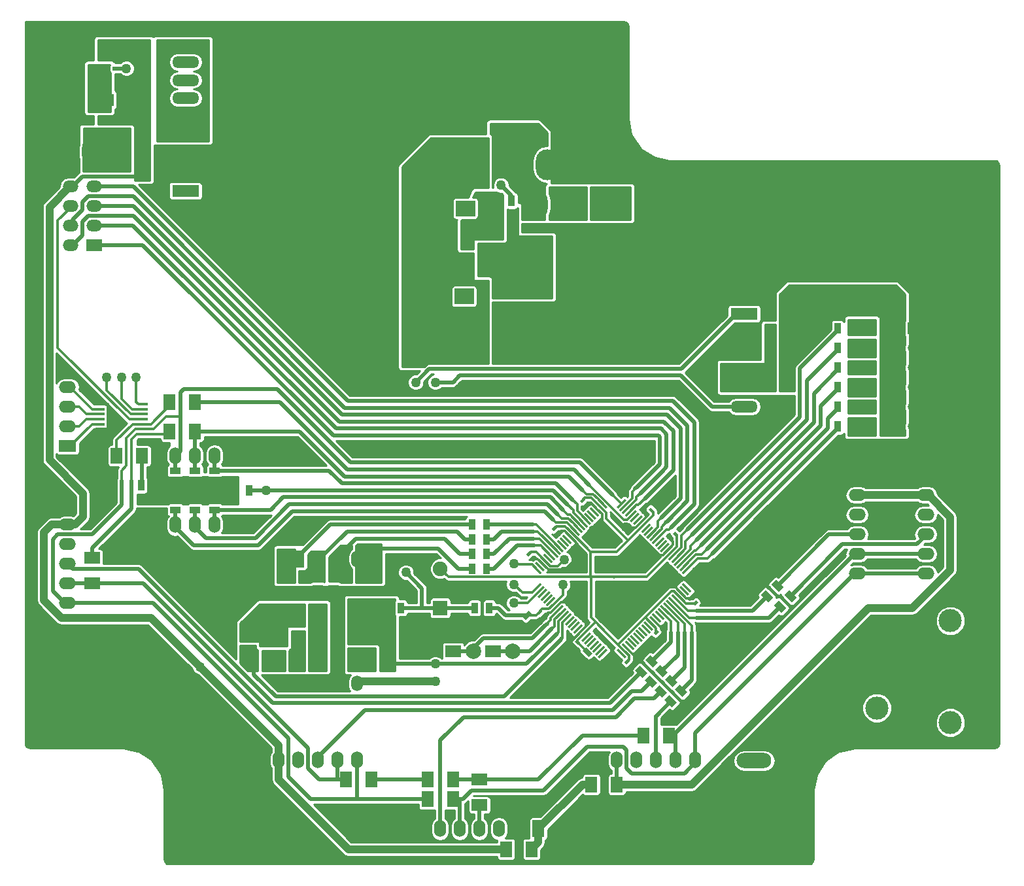
<source format=gbr>
G04 #@! TF.FileFunction,Copper,L2,Bot,Signal*
%FSLAX46Y46*%
G04 Gerber Fmt 4.6, Leading zero omitted, Abs format (unit mm)*
G04 Created by KiCad (PCBNEW (2015-10-27 BZR 6284, Git 48df08c)-product) date Sun 29 Nov 2015 11:52:54 AM CET*
%MOMM*%
G01*
G04 APERTURE LIST*
%ADD10C,0.100000*%
%ADD11R,1.270000X0.381000*%
%ADD12R,0.889000X1.397000*%
%ADD13R,2.199640X1.524000*%
%ADD14O,2.199640X1.524000*%
%ADD15R,1.524000X2.199640*%
%ADD16O,1.524000X2.199640*%
%ADD17R,2.032000X1.524000*%
%ADD18C,1.998980*%
%ADD19R,0.635000X1.143000*%
%ADD20R,1.524000X2.032000*%
%ADD21R,1.143000X0.635000*%
%ADD22R,1.000760X0.599440*%
%ADD23R,0.800100X1.300480*%
%ADD24O,1.998980X4.000500*%
%ADD25O,4.000500X1.998980*%
%ADD26O,4.500880X1.998980*%
%ADD27R,1.905000X1.905000*%
%ADD28C,1.905000*%
%ADD29O,1.500000X2.000000*%
%ADD30R,1.500000X2.000000*%
%ADD31O,2.000000X1.500000*%
%ADD32R,2.000000X1.500000*%
%ADD33C,4.000000*%
%ADD34C,3.000000*%
%ADD35R,1.270000X0.610000*%
%ADD36R,1.020000X0.610000*%
%ADD37R,3.810000X3.910000*%
%ADD38R,1.397000X0.889000*%
%ADD39O,2.500000X3.500000*%
%ADD40C,2.400000*%
%ADD41R,3.500000X1.500000*%
%ADD42O,3.500000X1.500000*%
%ADD43O,4.000000X2.000000*%
%ADD44R,2.500000X2.000000*%
%ADD45R,3.200400X1.600200*%
%ADD46R,7.000240X6.499860*%
%ADD47R,1.249680X2.999740*%
%ADD48O,3.000000X4.000000*%
%ADD49C,1.270000*%
%ADD50C,0.300000*%
%ADD51C,0.500000*%
%ADD52C,0.380000*%
%ADD53C,1.000000*%
%ADD54C,0.800000*%
%ADD55C,0.254000*%
G04 APERTURE END LIST*
D10*
G36*
X128106241Y-113943654D02*
X128318373Y-113731522D01*
X129379033Y-114792182D01*
X129166901Y-115004314D01*
X128106241Y-113943654D01*
X128106241Y-113943654D01*
G37*
G36*
X128459794Y-113590101D02*
X128671926Y-113377969D01*
X129732586Y-114438629D01*
X129520454Y-114650761D01*
X128459794Y-113590101D01*
X128459794Y-113590101D01*
G37*
G36*
X128813348Y-113236548D02*
X129025480Y-113024416D01*
X130086140Y-114085076D01*
X129874008Y-114297208D01*
X128813348Y-113236548D01*
X128813348Y-113236548D01*
G37*
G36*
X129166901Y-112882994D02*
X129379033Y-112670862D01*
X130439693Y-113731522D01*
X130227561Y-113943654D01*
X129166901Y-112882994D01*
X129166901Y-112882994D01*
G37*
G36*
X129520455Y-112529441D02*
X129732587Y-112317309D01*
X130793247Y-113377969D01*
X130581115Y-113590101D01*
X129520455Y-112529441D01*
X129520455Y-112529441D01*
G37*
G36*
X129874008Y-112175888D02*
X130086140Y-111963756D01*
X131146800Y-113024416D01*
X130934668Y-113236548D01*
X129874008Y-112175888D01*
X129874008Y-112175888D01*
G37*
G36*
X130227561Y-111822334D02*
X130439693Y-111610202D01*
X131500353Y-112670862D01*
X131288221Y-112882994D01*
X130227561Y-111822334D01*
X130227561Y-111822334D01*
G37*
G36*
X130581115Y-111468781D02*
X130793247Y-111256649D01*
X131853907Y-112317309D01*
X131641775Y-112529441D01*
X130581115Y-111468781D01*
X130581115Y-111468781D01*
G37*
G36*
X130934668Y-111115227D02*
X131146800Y-110903095D01*
X132207460Y-111963755D01*
X131995328Y-112175887D01*
X130934668Y-111115227D01*
X130934668Y-111115227D01*
G37*
G36*
X131288222Y-110761674D02*
X131500354Y-110549542D01*
X132561014Y-111610202D01*
X132348882Y-111822334D01*
X131288222Y-110761674D01*
X131288222Y-110761674D01*
G37*
G36*
X131641775Y-110408121D02*
X131853907Y-110195989D01*
X132914567Y-111256649D01*
X132702435Y-111468781D01*
X131641775Y-110408121D01*
X131641775Y-110408121D01*
G37*
G36*
X131995328Y-110054567D02*
X132207460Y-109842435D01*
X133268120Y-110903095D01*
X133055988Y-111115227D01*
X131995328Y-110054567D01*
X131995328Y-110054567D01*
G37*
G36*
X132348882Y-109701014D02*
X132561014Y-109488882D01*
X133621674Y-110549542D01*
X133409542Y-110761674D01*
X132348882Y-109701014D01*
X132348882Y-109701014D01*
G37*
G36*
X132702435Y-109347460D02*
X132914567Y-109135328D01*
X133975227Y-110195988D01*
X133763095Y-110408120D01*
X132702435Y-109347460D01*
X132702435Y-109347460D01*
G37*
G36*
X133055989Y-108993907D02*
X133268121Y-108781775D01*
X134328781Y-109842435D01*
X134116649Y-110054567D01*
X133055989Y-108993907D01*
X133055989Y-108993907D01*
G37*
G36*
X133409542Y-108640354D02*
X133621674Y-108428222D01*
X134682334Y-109488882D01*
X134470202Y-109701014D01*
X133409542Y-108640354D01*
X133409542Y-108640354D01*
G37*
G36*
X133763095Y-108286800D02*
X133975227Y-108074668D01*
X135035887Y-109135328D01*
X134823755Y-109347460D01*
X133763095Y-108286800D01*
X133763095Y-108286800D01*
G37*
G36*
X134116649Y-107933247D02*
X134328781Y-107721115D01*
X135389441Y-108781775D01*
X135177309Y-108993907D01*
X134116649Y-107933247D01*
X134116649Y-107933247D01*
G37*
G36*
X134470202Y-107579693D02*
X134682334Y-107367561D01*
X135742994Y-108428221D01*
X135530862Y-108640353D01*
X134470202Y-107579693D01*
X134470202Y-107579693D01*
G37*
G36*
X134823756Y-107226140D02*
X135035888Y-107014008D01*
X136096548Y-108074668D01*
X135884416Y-108286800D01*
X134823756Y-107226140D01*
X134823756Y-107226140D01*
G37*
G36*
X135177309Y-106872587D02*
X135389441Y-106660455D01*
X136450101Y-107721115D01*
X136237969Y-107933247D01*
X135177309Y-106872587D01*
X135177309Y-106872587D01*
G37*
G36*
X135530862Y-106519033D02*
X135742994Y-106306901D01*
X136803654Y-107367561D01*
X136591522Y-107579693D01*
X135530862Y-106519033D01*
X135530862Y-106519033D01*
G37*
G36*
X135884416Y-106165480D02*
X136096548Y-105953348D01*
X137157208Y-107014008D01*
X136945076Y-107226140D01*
X135884416Y-106165480D01*
X135884416Y-106165480D01*
G37*
G36*
X136237969Y-105811926D02*
X136450101Y-105599794D01*
X137510761Y-106660454D01*
X137298629Y-106872586D01*
X136237969Y-105811926D01*
X136237969Y-105811926D01*
G37*
G36*
X136591522Y-105458373D02*
X136803654Y-105246241D01*
X137864314Y-106306901D01*
X137652182Y-106519033D01*
X136591522Y-105458373D01*
X136591522Y-105458373D01*
G37*
G36*
X140056346Y-105246241D02*
X140268478Y-105458373D01*
X139207818Y-106519033D01*
X138995686Y-106306901D01*
X140056346Y-105246241D01*
X140056346Y-105246241D01*
G37*
G36*
X140409899Y-105599794D02*
X140622031Y-105811926D01*
X139561371Y-106872586D01*
X139349239Y-106660454D01*
X140409899Y-105599794D01*
X140409899Y-105599794D01*
G37*
G36*
X140763452Y-105953348D02*
X140975584Y-106165480D01*
X139914924Y-107226140D01*
X139702792Y-107014008D01*
X140763452Y-105953348D01*
X140763452Y-105953348D01*
G37*
G36*
X141117006Y-106306901D02*
X141329138Y-106519033D01*
X140268478Y-107579693D01*
X140056346Y-107367561D01*
X141117006Y-106306901D01*
X141117006Y-106306901D01*
G37*
G36*
X141470559Y-106660455D02*
X141682691Y-106872587D01*
X140622031Y-107933247D01*
X140409899Y-107721115D01*
X141470559Y-106660455D01*
X141470559Y-106660455D01*
G37*
G36*
X141824112Y-107014008D02*
X142036244Y-107226140D01*
X140975584Y-108286800D01*
X140763452Y-108074668D01*
X141824112Y-107014008D01*
X141824112Y-107014008D01*
G37*
G36*
X142177666Y-107367561D02*
X142389798Y-107579693D01*
X141329138Y-108640353D01*
X141117006Y-108428221D01*
X142177666Y-107367561D01*
X142177666Y-107367561D01*
G37*
G36*
X142531219Y-107721115D02*
X142743351Y-107933247D01*
X141682691Y-108993907D01*
X141470559Y-108781775D01*
X142531219Y-107721115D01*
X142531219Y-107721115D01*
G37*
G36*
X142884773Y-108074668D02*
X143096905Y-108286800D01*
X142036245Y-109347460D01*
X141824113Y-109135328D01*
X142884773Y-108074668D01*
X142884773Y-108074668D01*
G37*
G36*
X143238326Y-108428222D02*
X143450458Y-108640354D01*
X142389798Y-109701014D01*
X142177666Y-109488882D01*
X143238326Y-108428222D01*
X143238326Y-108428222D01*
G37*
G36*
X143591879Y-108781775D02*
X143804011Y-108993907D01*
X142743351Y-110054567D01*
X142531219Y-109842435D01*
X143591879Y-108781775D01*
X143591879Y-108781775D01*
G37*
G36*
X143945433Y-109135328D02*
X144157565Y-109347460D01*
X143096905Y-110408120D01*
X142884773Y-110195988D01*
X143945433Y-109135328D01*
X143945433Y-109135328D01*
G37*
G36*
X144298986Y-109488882D02*
X144511118Y-109701014D01*
X143450458Y-110761674D01*
X143238326Y-110549542D01*
X144298986Y-109488882D01*
X144298986Y-109488882D01*
G37*
G36*
X144652540Y-109842435D02*
X144864672Y-110054567D01*
X143804012Y-111115227D01*
X143591880Y-110903095D01*
X144652540Y-109842435D01*
X144652540Y-109842435D01*
G37*
G36*
X145006093Y-110195989D02*
X145218225Y-110408121D01*
X144157565Y-111468781D01*
X143945433Y-111256649D01*
X145006093Y-110195989D01*
X145006093Y-110195989D01*
G37*
G36*
X145359646Y-110549542D02*
X145571778Y-110761674D01*
X144511118Y-111822334D01*
X144298986Y-111610202D01*
X145359646Y-110549542D01*
X145359646Y-110549542D01*
G37*
G36*
X145713200Y-110903095D02*
X145925332Y-111115227D01*
X144864672Y-112175887D01*
X144652540Y-111963755D01*
X145713200Y-110903095D01*
X145713200Y-110903095D01*
G37*
G36*
X146066753Y-111256649D02*
X146278885Y-111468781D01*
X145218225Y-112529441D01*
X145006093Y-112317309D01*
X146066753Y-111256649D01*
X146066753Y-111256649D01*
G37*
G36*
X146420307Y-111610202D02*
X146632439Y-111822334D01*
X145571779Y-112882994D01*
X145359647Y-112670862D01*
X146420307Y-111610202D01*
X146420307Y-111610202D01*
G37*
G36*
X146773860Y-111963756D02*
X146985992Y-112175888D01*
X145925332Y-113236548D01*
X145713200Y-113024416D01*
X146773860Y-111963756D01*
X146773860Y-111963756D01*
G37*
G36*
X147127413Y-112317309D02*
X147339545Y-112529441D01*
X146278885Y-113590101D01*
X146066753Y-113377969D01*
X147127413Y-112317309D01*
X147127413Y-112317309D01*
G37*
G36*
X147480967Y-112670862D02*
X147693099Y-112882994D01*
X146632439Y-113943654D01*
X146420307Y-113731522D01*
X147480967Y-112670862D01*
X147480967Y-112670862D01*
G37*
G36*
X147834520Y-113024416D02*
X148046652Y-113236548D01*
X146985992Y-114297208D01*
X146773860Y-114085076D01*
X147834520Y-113024416D01*
X147834520Y-113024416D01*
G37*
G36*
X148188074Y-113377969D02*
X148400206Y-113590101D01*
X147339546Y-114650761D01*
X147127414Y-114438629D01*
X148188074Y-113377969D01*
X148188074Y-113377969D01*
G37*
G36*
X148541627Y-113731522D02*
X148753759Y-113943654D01*
X147693099Y-115004314D01*
X147480967Y-114792182D01*
X148541627Y-113731522D01*
X148541627Y-113731522D01*
G37*
G36*
X147480967Y-116347818D02*
X147693099Y-116135686D01*
X148753759Y-117196346D01*
X148541627Y-117408478D01*
X147480967Y-116347818D01*
X147480967Y-116347818D01*
G37*
G36*
X147127414Y-116701371D02*
X147339546Y-116489239D01*
X148400206Y-117549899D01*
X148188074Y-117762031D01*
X147127414Y-116701371D01*
X147127414Y-116701371D01*
G37*
G36*
X146773860Y-117054924D02*
X146985992Y-116842792D01*
X148046652Y-117903452D01*
X147834520Y-118115584D01*
X146773860Y-117054924D01*
X146773860Y-117054924D01*
G37*
G36*
X146420307Y-117408478D02*
X146632439Y-117196346D01*
X147693099Y-118257006D01*
X147480967Y-118469138D01*
X146420307Y-117408478D01*
X146420307Y-117408478D01*
G37*
G36*
X146066753Y-117762031D02*
X146278885Y-117549899D01*
X147339545Y-118610559D01*
X147127413Y-118822691D01*
X146066753Y-117762031D01*
X146066753Y-117762031D01*
G37*
G36*
X145713200Y-118115584D02*
X145925332Y-117903452D01*
X146985992Y-118964112D01*
X146773860Y-119176244D01*
X145713200Y-118115584D01*
X145713200Y-118115584D01*
G37*
G36*
X145359647Y-118469138D02*
X145571779Y-118257006D01*
X146632439Y-119317666D01*
X146420307Y-119529798D01*
X145359647Y-118469138D01*
X145359647Y-118469138D01*
G37*
G36*
X145006093Y-118822691D02*
X145218225Y-118610559D01*
X146278885Y-119671219D01*
X146066753Y-119883351D01*
X145006093Y-118822691D01*
X145006093Y-118822691D01*
G37*
G36*
X144652540Y-119176245D02*
X144864672Y-118964113D01*
X145925332Y-120024773D01*
X145713200Y-120236905D01*
X144652540Y-119176245D01*
X144652540Y-119176245D01*
G37*
G36*
X144298986Y-119529798D02*
X144511118Y-119317666D01*
X145571778Y-120378326D01*
X145359646Y-120590458D01*
X144298986Y-119529798D01*
X144298986Y-119529798D01*
G37*
G36*
X143945433Y-119883351D02*
X144157565Y-119671219D01*
X145218225Y-120731879D01*
X145006093Y-120944011D01*
X143945433Y-119883351D01*
X143945433Y-119883351D01*
G37*
G36*
X143591880Y-120236905D02*
X143804012Y-120024773D01*
X144864672Y-121085433D01*
X144652540Y-121297565D01*
X143591880Y-120236905D01*
X143591880Y-120236905D01*
G37*
G36*
X143238326Y-120590458D02*
X143450458Y-120378326D01*
X144511118Y-121438986D01*
X144298986Y-121651118D01*
X143238326Y-120590458D01*
X143238326Y-120590458D01*
G37*
G36*
X142884773Y-120944012D02*
X143096905Y-120731880D01*
X144157565Y-121792540D01*
X143945433Y-122004672D01*
X142884773Y-120944012D01*
X142884773Y-120944012D01*
G37*
G36*
X142531219Y-121297565D02*
X142743351Y-121085433D01*
X143804011Y-122146093D01*
X143591879Y-122358225D01*
X142531219Y-121297565D01*
X142531219Y-121297565D01*
G37*
G36*
X142177666Y-121651118D02*
X142389798Y-121438986D01*
X143450458Y-122499646D01*
X143238326Y-122711778D01*
X142177666Y-121651118D01*
X142177666Y-121651118D01*
G37*
G36*
X141824113Y-122004672D02*
X142036245Y-121792540D01*
X143096905Y-122853200D01*
X142884773Y-123065332D01*
X141824113Y-122004672D01*
X141824113Y-122004672D01*
G37*
G36*
X141470559Y-122358225D02*
X141682691Y-122146093D01*
X142743351Y-123206753D01*
X142531219Y-123418885D01*
X141470559Y-122358225D01*
X141470559Y-122358225D01*
G37*
G36*
X141117006Y-122711779D02*
X141329138Y-122499647D01*
X142389798Y-123560307D01*
X142177666Y-123772439D01*
X141117006Y-122711779D01*
X141117006Y-122711779D01*
G37*
G36*
X140763452Y-123065332D02*
X140975584Y-122853200D01*
X142036244Y-123913860D01*
X141824112Y-124125992D01*
X140763452Y-123065332D01*
X140763452Y-123065332D01*
G37*
G36*
X140409899Y-123418885D02*
X140622031Y-123206753D01*
X141682691Y-124267413D01*
X141470559Y-124479545D01*
X140409899Y-123418885D01*
X140409899Y-123418885D01*
G37*
G36*
X140056346Y-123772439D02*
X140268478Y-123560307D01*
X141329138Y-124620967D01*
X141117006Y-124833099D01*
X140056346Y-123772439D01*
X140056346Y-123772439D01*
G37*
G36*
X139702792Y-124125992D02*
X139914924Y-123913860D01*
X140975584Y-124974520D01*
X140763452Y-125186652D01*
X139702792Y-124125992D01*
X139702792Y-124125992D01*
G37*
G36*
X139349239Y-124479546D02*
X139561371Y-124267414D01*
X140622031Y-125328074D01*
X140409899Y-125540206D01*
X139349239Y-124479546D01*
X139349239Y-124479546D01*
G37*
G36*
X138995686Y-124833099D02*
X139207818Y-124620967D01*
X140268478Y-125681627D01*
X140056346Y-125893759D01*
X138995686Y-124833099D01*
X138995686Y-124833099D01*
G37*
G36*
X137652182Y-124620967D02*
X137864314Y-124833099D01*
X136803654Y-125893759D01*
X136591522Y-125681627D01*
X137652182Y-124620967D01*
X137652182Y-124620967D01*
G37*
G36*
X137298629Y-124267414D02*
X137510761Y-124479546D01*
X136450101Y-125540206D01*
X136237969Y-125328074D01*
X137298629Y-124267414D01*
X137298629Y-124267414D01*
G37*
G36*
X136945076Y-123913860D02*
X137157208Y-124125992D01*
X136096548Y-125186652D01*
X135884416Y-124974520D01*
X136945076Y-123913860D01*
X136945076Y-123913860D01*
G37*
G36*
X136591522Y-123560307D02*
X136803654Y-123772439D01*
X135742994Y-124833099D01*
X135530862Y-124620967D01*
X136591522Y-123560307D01*
X136591522Y-123560307D01*
G37*
G36*
X136237969Y-123206753D02*
X136450101Y-123418885D01*
X135389441Y-124479545D01*
X135177309Y-124267413D01*
X136237969Y-123206753D01*
X136237969Y-123206753D01*
G37*
G36*
X135884416Y-122853200D02*
X136096548Y-123065332D01*
X135035888Y-124125992D01*
X134823756Y-123913860D01*
X135884416Y-122853200D01*
X135884416Y-122853200D01*
G37*
G36*
X135530862Y-122499647D02*
X135742994Y-122711779D01*
X134682334Y-123772439D01*
X134470202Y-123560307D01*
X135530862Y-122499647D01*
X135530862Y-122499647D01*
G37*
G36*
X135177309Y-122146093D02*
X135389441Y-122358225D01*
X134328781Y-123418885D01*
X134116649Y-123206753D01*
X135177309Y-122146093D01*
X135177309Y-122146093D01*
G37*
G36*
X134823755Y-121792540D02*
X135035887Y-122004672D01*
X133975227Y-123065332D01*
X133763095Y-122853200D01*
X134823755Y-121792540D01*
X134823755Y-121792540D01*
G37*
G36*
X134470202Y-121438986D02*
X134682334Y-121651118D01*
X133621674Y-122711778D01*
X133409542Y-122499646D01*
X134470202Y-121438986D01*
X134470202Y-121438986D01*
G37*
G36*
X134116649Y-121085433D02*
X134328781Y-121297565D01*
X133268121Y-122358225D01*
X133055989Y-122146093D01*
X134116649Y-121085433D01*
X134116649Y-121085433D01*
G37*
G36*
X133763095Y-120731880D02*
X133975227Y-120944012D01*
X132914567Y-122004672D01*
X132702435Y-121792540D01*
X133763095Y-120731880D01*
X133763095Y-120731880D01*
G37*
G36*
X133409542Y-120378326D02*
X133621674Y-120590458D01*
X132561014Y-121651118D01*
X132348882Y-121438986D01*
X133409542Y-120378326D01*
X133409542Y-120378326D01*
G37*
G36*
X133055988Y-120024773D02*
X133268120Y-120236905D01*
X132207460Y-121297565D01*
X131995328Y-121085433D01*
X133055988Y-120024773D01*
X133055988Y-120024773D01*
G37*
G36*
X132702435Y-119671219D02*
X132914567Y-119883351D01*
X131853907Y-120944011D01*
X131641775Y-120731879D01*
X132702435Y-119671219D01*
X132702435Y-119671219D01*
G37*
G36*
X132348882Y-119317666D02*
X132561014Y-119529798D01*
X131500354Y-120590458D01*
X131288222Y-120378326D01*
X132348882Y-119317666D01*
X132348882Y-119317666D01*
G37*
G36*
X131995328Y-118964113D02*
X132207460Y-119176245D01*
X131146800Y-120236905D01*
X130934668Y-120024773D01*
X131995328Y-118964113D01*
X131995328Y-118964113D01*
G37*
G36*
X131641775Y-118610559D02*
X131853907Y-118822691D01*
X130793247Y-119883351D01*
X130581115Y-119671219D01*
X131641775Y-118610559D01*
X131641775Y-118610559D01*
G37*
G36*
X131288221Y-118257006D02*
X131500353Y-118469138D01*
X130439693Y-119529798D01*
X130227561Y-119317666D01*
X131288221Y-118257006D01*
X131288221Y-118257006D01*
G37*
G36*
X130934668Y-117903452D02*
X131146800Y-118115584D01*
X130086140Y-119176244D01*
X129874008Y-118964112D01*
X130934668Y-117903452D01*
X130934668Y-117903452D01*
G37*
G36*
X130581115Y-117549899D02*
X130793247Y-117762031D01*
X129732587Y-118822691D01*
X129520455Y-118610559D01*
X130581115Y-117549899D01*
X130581115Y-117549899D01*
G37*
G36*
X130227561Y-117196346D02*
X130439693Y-117408478D01*
X129379033Y-118469138D01*
X129166901Y-118257006D01*
X130227561Y-117196346D01*
X130227561Y-117196346D01*
G37*
G36*
X129874008Y-116842792D02*
X130086140Y-117054924D01*
X129025480Y-118115584D01*
X128813348Y-117903452D01*
X129874008Y-116842792D01*
X129874008Y-116842792D01*
G37*
G36*
X129520454Y-116489239D02*
X129732586Y-116701371D01*
X128671926Y-117762031D01*
X128459794Y-117549899D01*
X129520454Y-116489239D01*
X129520454Y-116489239D01*
G37*
G36*
X129166901Y-116135686D02*
X129379033Y-116347818D01*
X128318373Y-117408478D01*
X128106241Y-117196346D01*
X129166901Y-116135686D01*
X129166901Y-116135686D01*
G37*
D11*
X72130920Y-97525840D03*
X72130920Y-96875600D03*
X72130920Y-96225360D03*
X72130920Y-95575120D03*
X72130920Y-94924880D03*
X72130920Y-94274640D03*
X72130920Y-93624400D03*
X72130920Y-92974160D03*
X77729080Y-92974160D03*
X77729080Y-93624400D03*
X77729080Y-94274640D03*
X77729080Y-94924880D03*
X77729080Y-95575120D03*
X77729080Y-96225360D03*
X77729080Y-96875600D03*
X77729080Y-97525840D03*
D12*
X91440000Y-104140000D03*
X89535000Y-104140000D03*
D13*
X179070000Y-102235000D03*
D14*
X179070000Y-104775000D03*
X179070000Y-107315000D03*
X179070000Y-109855000D03*
X179070000Y-112395000D03*
X179070000Y-114935000D03*
D13*
X170180000Y-102235000D03*
D14*
X170180000Y-104775000D03*
X170180000Y-107315000D03*
X170180000Y-109855000D03*
X170180000Y-112395000D03*
X170180000Y-114935000D03*
D10*
G36*
X160376567Y-120011261D02*
X159388739Y-119023433D01*
X160017357Y-118394815D01*
X161005185Y-119382643D01*
X160376567Y-120011261D01*
X160376567Y-120011261D01*
G37*
G36*
X161723605Y-118664223D02*
X160735777Y-117676395D01*
X161364395Y-117047777D01*
X162352223Y-118035605D01*
X161723605Y-118664223D01*
X161723605Y-118664223D01*
G37*
D15*
X92710000Y-139065000D03*
D16*
X95250000Y-139065000D03*
X97790000Y-139065000D03*
X100330000Y-139065000D03*
X102870000Y-139065000D03*
X105410000Y-139065000D03*
D17*
X117856000Y-124968000D03*
X117856000Y-121666000D03*
X123063000Y-124968000D03*
X123063000Y-121666000D03*
D18*
X125603000Y-124968000D03*
X120523000Y-124968000D03*
D10*
G36*
X128622924Y-112959056D02*
X128199056Y-113382924D01*
X127917076Y-113100944D01*
X128340944Y-112677076D01*
X128622924Y-112959056D01*
X128622924Y-112959056D01*
G37*
G36*
X127987122Y-112323254D02*
X127563254Y-112747122D01*
X127281274Y-112465142D01*
X127705142Y-112041274D01*
X127987122Y-112323254D01*
X127987122Y-112323254D01*
G37*
G36*
X131924924Y-109657056D02*
X131501056Y-110080924D01*
X131219076Y-109798944D01*
X131642944Y-109375076D01*
X131924924Y-109657056D01*
X131924924Y-109657056D01*
G37*
G36*
X131289122Y-109021254D02*
X130865254Y-109445122D01*
X130583274Y-109163142D01*
X131007142Y-108739274D01*
X131289122Y-109021254D01*
X131289122Y-109021254D01*
G37*
G36*
X146120944Y-110842924D02*
X145697076Y-110419056D01*
X145979056Y-110137076D01*
X146402924Y-110560944D01*
X146120944Y-110842924D01*
X146120944Y-110842924D01*
G37*
G36*
X146756746Y-110207122D02*
X146332878Y-109783254D01*
X146614858Y-109501274D01*
X147038726Y-109925142D01*
X146756746Y-110207122D01*
X146756746Y-110207122D01*
G37*
G36*
X148237076Y-118180944D02*
X148660944Y-117757076D01*
X148942924Y-118039056D01*
X148519056Y-118462924D01*
X148237076Y-118180944D01*
X148237076Y-118180944D01*
G37*
G36*
X148872878Y-118816746D02*
X149296746Y-118392878D01*
X149578726Y-118674858D01*
X149154858Y-119098726D01*
X148872878Y-118816746D01*
X148872878Y-118816746D01*
G37*
G36*
X141323726Y-126929858D02*
X140899858Y-127353726D01*
X140617878Y-127071746D01*
X141041746Y-126647878D01*
X141323726Y-126929858D01*
X141323726Y-126929858D01*
G37*
G36*
X140687924Y-126294056D02*
X140264056Y-126717924D01*
X139982076Y-126435944D01*
X140405944Y-126012076D01*
X140687924Y-126294056D01*
X140687924Y-126294056D01*
G37*
G36*
X145132924Y-123119056D02*
X144709056Y-123542924D01*
X144427076Y-123260944D01*
X144850944Y-122837076D01*
X145132924Y-123119056D01*
X145132924Y-123119056D01*
G37*
G36*
X144497122Y-122483254D02*
X144073254Y-122907122D01*
X143791274Y-122625142D01*
X144215142Y-122201274D01*
X144497122Y-122483254D01*
X144497122Y-122483254D01*
G37*
D12*
X169545000Y-88265000D03*
X167640000Y-88265000D03*
X169545000Y-95885000D03*
X167640000Y-95885000D03*
X169545000Y-90805000D03*
X167640000Y-90805000D03*
D19*
X71374000Y-51435000D03*
X69850000Y-51435000D03*
X70104000Y-60325000D03*
X68580000Y-60325000D03*
D20*
X106172000Y-119380000D03*
X102870000Y-119380000D03*
D10*
G36*
X134356975Y-126801248D02*
X133548752Y-125993025D01*
X133997765Y-125544012D01*
X134805988Y-126352235D01*
X134356975Y-126801248D01*
X134356975Y-126801248D01*
G37*
G36*
X135434605Y-125723618D02*
X134626382Y-124915395D01*
X135075395Y-124466382D01*
X135883618Y-125274605D01*
X135434605Y-125723618D01*
X135434605Y-125723618D01*
G37*
G36*
X135607924Y-105974056D02*
X135184056Y-106397924D01*
X134902076Y-106115944D01*
X135325944Y-105692076D01*
X135607924Y-105974056D01*
X135607924Y-105974056D01*
G37*
G36*
X134972122Y-105338254D02*
X134548254Y-105762122D01*
X134266274Y-105480142D01*
X134690142Y-105056274D01*
X134972122Y-105338254D01*
X134972122Y-105338254D01*
G37*
G36*
X142945142Y-107668726D02*
X142521274Y-107244858D01*
X142803254Y-106962878D01*
X143227122Y-107386746D01*
X142945142Y-107668726D01*
X142945142Y-107668726D01*
G37*
G36*
X143580944Y-107032924D02*
X143157076Y-106609056D01*
X143439056Y-106327076D01*
X143862924Y-106750944D01*
X143580944Y-107032924D01*
X143580944Y-107032924D01*
G37*
G36*
X133420944Y-124812924D02*
X132997076Y-124389056D01*
X133279056Y-124107076D01*
X133702924Y-124530944D01*
X133420944Y-124812924D01*
X133420944Y-124812924D01*
G37*
G36*
X134056746Y-124177122D02*
X133632878Y-123753254D01*
X133914858Y-123471274D01*
X134338726Y-123895142D01*
X134056746Y-124177122D01*
X134056746Y-124177122D01*
G37*
G36*
X130020726Y-120452858D02*
X129596858Y-120876726D01*
X129314878Y-120594746D01*
X129738746Y-120170878D01*
X130020726Y-120452858D01*
X130020726Y-120452858D01*
G37*
G36*
X129384924Y-119817056D02*
X128961056Y-120240924D01*
X128679076Y-119958944D01*
X129102944Y-119535076D01*
X129384924Y-119817056D01*
X129384924Y-119817056D01*
G37*
G36*
X129152618Y-121232395D02*
X128344395Y-122040618D01*
X127895382Y-121591605D01*
X128703605Y-120783382D01*
X129152618Y-121232395D01*
X129152618Y-121232395D01*
G37*
G36*
X128074988Y-120154765D02*
X127266765Y-120962988D01*
X126817752Y-120513975D01*
X127625975Y-119705752D01*
X128074988Y-120154765D01*
X128074988Y-120154765D01*
G37*
D19*
X95504000Y-114935000D03*
X93980000Y-114935000D03*
D21*
X98552000Y-115316000D03*
X98552000Y-116840000D03*
X104140000Y-115316000D03*
X104140000Y-116840000D03*
D19*
X107950000Y-114935000D03*
X109474000Y-114935000D03*
D22*
X72095360Y-49530000D03*
X74295000Y-49530000D03*
X72730360Y-51435000D03*
X74930000Y-51435000D03*
D23*
X123459240Y-70485000D03*
X125460760Y-70485000D03*
D12*
X80010000Y-51206106D03*
X78105000Y-51206106D03*
X80010000Y-53111106D03*
X78105000Y-53111106D03*
X80010000Y-56921106D03*
X78105000Y-56921106D03*
X80010000Y-55016106D03*
X78105000Y-55016106D03*
X159067500Y-85725000D03*
X160972500Y-85725000D03*
X159067500Y-87630000D03*
X160972500Y-87630000D03*
X159067500Y-89535000D03*
X160972500Y-89535000D03*
X159067500Y-83820000D03*
X160972500Y-83820000D03*
X122555000Y-119380000D03*
X120650000Y-119380000D03*
D24*
X162145980Y-141914880D03*
D25*
X156845000Y-145166080D03*
D26*
X156845000Y-139164060D03*
D27*
X116205000Y-119380000D03*
D28*
X116205000Y-114300000D03*
D29*
X95250000Y-126115000D03*
X95250000Y-129155000D03*
X97790000Y-129155000D03*
X97790000Y-126115000D03*
D30*
X105410000Y-126115000D03*
D29*
X105410000Y-129155000D03*
X102870000Y-126115000D03*
X102870000Y-129155000D03*
X100330000Y-126115000D03*
X100330000Y-129155000D03*
D15*
X136525000Y-139065000D03*
D16*
X139065000Y-139065000D03*
X141605000Y-139065000D03*
X144145000Y-139065000D03*
X146685000Y-139065000D03*
X149225000Y-139065000D03*
D15*
X128905000Y-147955000D03*
D16*
X126365000Y-147955000D03*
X123825000Y-147955000D03*
X121285000Y-147955000D03*
X118745000Y-147955000D03*
X116205000Y-147955000D03*
D13*
X67945000Y-106045000D03*
D14*
X67945000Y-108585000D03*
X67945000Y-111125000D03*
X67945000Y-113665000D03*
X67945000Y-116205000D03*
X67945000Y-118745000D03*
D31*
X71370000Y-62230000D03*
X68330000Y-62230000D03*
X68330000Y-64770000D03*
X71370000Y-64770000D03*
D32*
X71370000Y-72390000D03*
D31*
X68330000Y-72390000D03*
X71370000Y-69850000D03*
X68330000Y-69850000D03*
X71370000Y-67310000D03*
X68330000Y-67310000D03*
D15*
X89535000Y-108585000D03*
D16*
X86995000Y-108585000D03*
X84455000Y-108585000D03*
X81915000Y-108585000D03*
D15*
X89535000Y-99695000D03*
D16*
X86995000Y-99695000D03*
X84455000Y-99695000D03*
X81915000Y-99695000D03*
D13*
X171450000Y-83185000D03*
D14*
X171450000Y-85725000D03*
X171450000Y-88265000D03*
X171450000Y-90805000D03*
X171450000Y-93345000D03*
X171450000Y-95885000D03*
D15*
X97840800Y-113030000D03*
D16*
X100380800Y-113030000D03*
X102920800Y-113030000D03*
X105460800Y-113030000D03*
D13*
X177800000Y-83185000D03*
D14*
X177800000Y-85725000D03*
X177800000Y-88265000D03*
X177800000Y-90805000D03*
X177800000Y-93345000D03*
X177800000Y-95885000D03*
D13*
X174625000Y-83185000D03*
D14*
X174625000Y-85725000D03*
X174625000Y-88265000D03*
X174625000Y-90805000D03*
X174625000Y-93345000D03*
X174625000Y-95885000D03*
D15*
X70485000Y-46990000D03*
D16*
X73025000Y-46990000D03*
D33*
X101265000Y-83185000D03*
D34*
X108565000Y-83185000D03*
X114065000Y-83185000D03*
D10*
G36*
X123095000Y-51880000D02*
X127095000Y-51880000D01*
X127095000Y-54880000D01*
X123095000Y-54880000D01*
X123095000Y-51880000D01*
X123095000Y-51880000D01*
G37*
G36*
X123095000Y-56880000D02*
X127095000Y-56880000D01*
X127095000Y-59880000D01*
X123095000Y-59880000D01*
X123095000Y-56880000D01*
X123095000Y-56880000D01*
G37*
D13*
X67945000Y-98425000D03*
D14*
X67945000Y-95885000D03*
X67945000Y-93345000D03*
X67945000Y-90805000D03*
D35*
X119885000Y-76200000D03*
X119885000Y-74930000D03*
X119885000Y-73660000D03*
X119885000Y-72390000D03*
D36*
X125350000Y-72390000D03*
X125350000Y-73660000D03*
X125350000Y-74930000D03*
X125350000Y-76200000D03*
D37*
X123245000Y-74295000D03*
D12*
X109220000Y-126365000D03*
X107315000Y-126365000D03*
X95885000Y-123190000D03*
X97790000Y-123190000D03*
X92075000Y-126365000D03*
X93980000Y-126365000D03*
D38*
X91440000Y-124777500D03*
X91440000Y-122872500D03*
D12*
X111125000Y-119380000D03*
X109220000Y-119380000D03*
X169545000Y-83185000D03*
X167640000Y-83185000D03*
X169545000Y-85725000D03*
X167640000Y-85725000D03*
X79375000Y-103505000D03*
X77470000Y-103505000D03*
D38*
X81915000Y-104775000D03*
X81915000Y-106680000D03*
X84455000Y-104775000D03*
X84455000Y-106680000D03*
X86995000Y-104775000D03*
X86995000Y-106680000D03*
X81915000Y-103505000D03*
X81915000Y-101600000D03*
X84455000Y-103505000D03*
X84455000Y-101600000D03*
X86995000Y-103505000D03*
X86995000Y-101600000D03*
D12*
X169545000Y-93345000D03*
X167640000Y-93345000D03*
D10*
G36*
X143407433Y-125479739D02*
X144395261Y-126467567D01*
X143766643Y-127096185D01*
X142778815Y-126108357D01*
X143407433Y-125479739D01*
X143407433Y-125479739D01*
G37*
G36*
X142060395Y-126826777D02*
X143048223Y-127814605D01*
X142419605Y-128443223D01*
X141431777Y-127455395D01*
X142060395Y-126826777D01*
X142060395Y-126826777D01*
G37*
G36*
X144677433Y-126749739D02*
X145665261Y-127737567D01*
X145036643Y-128366185D01*
X144048815Y-127378357D01*
X144677433Y-126749739D01*
X144677433Y-126749739D01*
G37*
G36*
X143330395Y-128096777D02*
X144318223Y-129084605D01*
X143689605Y-129713223D01*
X142701777Y-128725395D01*
X143330395Y-128096777D01*
X143330395Y-128096777D01*
G37*
G36*
X145947433Y-128019739D02*
X146935261Y-129007567D01*
X146306643Y-129636185D01*
X145318815Y-128648357D01*
X145947433Y-128019739D01*
X145947433Y-128019739D01*
G37*
G36*
X144600395Y-129366777D02*
X145588223Y-130354605D01*
X144959605Y-130983223D01*
X143971777Y-129995395D01*
X144600395Y-129366777D01*
X144600395Y-129366777D01*
G37*
G36*
X147217433Y-129289739D02*
X148205261Y-130277567D01*
X147576643Y-130906185D01*
X146588815Y-129918357D01*
X147217433Y-129289739D01*
X147217433Y-129289739D01*
G37*
G36*
X145870395Y-130636777D02*
X146858223Y-131624605D01*
X146229605Y-132253223D01*
X145241777Y-131265395D01*
X145870395Y-130636777D01*
X145870395Y-130636777D01*
G37*
G36*
X158675605Y-118664223D02*
X157687777Y-117676395D01*
X158316395Y-117047777D01*
X159304223Y-118035605D01*
X158675605Y-118664223D01*
X158675605Y-118664223D01*
G37*
G36*
X160022643Y-117317185D02*
X159034815Y-116329357D01*
X159663433Y-115700739D01*
X160651261Y-116688567D01*
X160022643Y-117317185D01*
X160022643Y-117317185D01*
G37*
D12*
X120306261Y-108585000D03*
X122211261Y-108585000D03*
X120306261Y-110490000D03*
X122211261Y-110490000D03*
X120306261Y-112395000D03*
X122211261Y-112395000D03*
X120306261Y-114300000D03*
X122211261Y-114300000D03*
X93726000Y-113030000D03*
X95631000Y-113030000D03*
D38*
X100330000Y-116840000D03*
X100330000Y-114935000D03*
X102362000Y-116840000D03*
X102362000Y-114935000D03*
D12*
X109855000Y-113030000D03*
X107950000Y-113030000D03*
X136525000Y-66675000D03*
X134620000Y-66675000D03*
X123507500Y-68580000D03*
X125412500Y-68580000D03*
X125412500Y-66675000D03*
X123507500Y-66675000D03*
D39*
X128885000Y-67120000D03*
X128885000Y-75120000D03*
X131885000Y-67120000D03*
D40*
X132485000Y-74120000D03*
X139085000Y-66620000D03*
D41*
X83215000Y-67885000D03*
D42*
X83215000Y-48685000D03*
X83215000Y-51035000D03*
X83215000Y-53385000D03*
X83215000Y-60385000D03*
X83215000Y-57385000D03*
D43*
X118465000Y-59785000D03*
D44*
X96065000Y-47935000D03*
X119465000Y-67635000D03*
X119465000Y-47935000D03*
X96065000Y-67635000D03*
D43*
X118465000Y-55785000D03*
D41*
X83215000Y-65385000D03*
X155545000Y-78800000D03*
D42*
X155545000Y-98000000D03*
X155545000Y-95650000D03*
X155545000Y-93300000D03*
X155545000Y-86300000D03*
X155545000Y-89300000D03*
D43*
X120295000Y-86900000D03*
D44*
X142695000Y-98750000D03*
X119295000Y-79050000D03*
X119295000Y-98750000D03*
X142695000Y-79050000D03*
D43*
X120295000Y-90900000D03*
D41*
X155545000Y-81300000D03*
D34*
X172720000Y-132334000D03*
X172717460Y-127635000D03*
X172717460Y-122936000D03*
X182245000Y-134231380D03*
X182245000Y-121038620D03*
D45*
X72339200Y-53578760D03*
X72339200Y-58181240D03*
D46*
X66090800Y-55880000D03*
D47*
X102870000Y-122555000D03*
X108117640Y-122555000D03*
X100413820Y-120650000D03*
X95166180Y-120650000D03*
D20*
X84455000Y-96520000D03*
X81153000Y-96520000D03*
X74295000Y-99695000D03*
X77597000Y-99695000D03*
X81153000Y-92710000D03*
X84455000Y-92710000D03*
D17*
X71120000Y-112903000D03*
X71120000Y-116205000D03*
D48*
X130048000Y-49784000D03*
X130048000Y-61976000D03*
D20*
X104013000Y-141605000D03*
X107315000Y-141605000D03*
X114554000Y-141605000D03*
X117856000Y-141605000D03*
X124714000Y-150622000D03*
X128016000Y-150622000D03*
X114554000Y-144145000D03*
X117856000Y-144145000D03*
X142494000Y-135890000D03*
X145796000Y-135890000D03*
D17*
X121285000Y-144907000D03*
X121285000Y-141605000D03*
D20*
X135763000Y-142240000D03*
X139065000Y-142240000D03*
D49*
X128016000Y-98552000D03*
X94488000Y-97805010D03*
X70485000Y-100330000D03*
X134077781Y-119867097D03*
X139700000Y-118110000D03*
X133985000Y-112395000D03*
X136016951Y-109331142D03*
X142240000Y-113030000D03*
X140205732Y-108912713D03*
X79375000Y-101652922D03*
X111760000Y-114767491D03*
X75565000Y-62230000D03*
X115570000Y-126617491D03*
X132080000Y-116337334D03*
X132224722Y-113125885D03*
X115570000Y-128905000D03*
X75565000Y-49530000D03*
X85090000Y-127000000D03*
X125730000Y-113665000D03*
X113030000Y-90170000D03*
X115570000Y-90170000D03*
X73025000Y-89535000D03*
X74930000Y-89535000D03*
X76835000Y-89535000D03*
X124062010Y-64626010D03*
X93615569Y-104140000D03*
X125730000Y-118745000D03*
X125730000Y-116333511D03*
D50*
X119295000Y-98750000D02*
X127818000Y-98750000D01*
X127818000Y-98750000D02*
X128016000Y-98552000D01*
X132985278Y-110125278D02*
X132305356Y-109445356D01*
X132305356Y-109445356D02*
X131854644Y-109445356D01*
X131854644Y-109445356D02*
X131572000Y-109728000D01*
D51*
X89535000Y-99695000D02*
X92598010Y-99695000D01*
X92598010Y-99695000D02*
X94488000Y-97805010D01*
D50*
X129449744Y-113660812D02*
X128817891Y-113028959D01*
X128817891Y-113028959D02*
X128271041Y-113028959D01*
X128271041Y-113028959D02*
X128270000Y-113030000D01*
D52*
X71384160Y-97525840D02*
X70485000Y-98425000D01*
X70485000Y-98425000D02*
X70485000Y-100330000D01*
X72130920Y-97525840D02*
X71384160Y-97525840D01*
D50*
X131217511Y-119246955D02*
X131849363Y-118615103D01*
X131849363Y-118615103D02*
X132825787Y-118615103D01*
X132825787Y-118615103D02*
X133442782Y-119232098D01*
X133442782Y-119232098D02*
X134077781Y-119867097D01*
X134399491Y-122428936D02*
X135031344Y-121797083D01*
X135031344Y-121797083D02*
X135031344Y-120820660D01*
X135031344Y-120820660D02*
X134077781Y-119867097D01*
X147410256Y-117479188D02*
X146632948Y-116701880D01*
X146632948Y-116701880D02*
X141108120Y-116701880D01*
X141108120Y-116701880D02*
X140334999Y-117475001D01*
X140334999Y-117475001D02*
X139700000Y-118110000D01*
X133985000Y-112395000D02*
X133985000Y-111125000D01*
X133985000Y-111125000D02*
X132985278Y-110125278D01*
X129449744Y-113660812D02*
X130227053Y-114438121D01*
X133985000Y-112821929D02*
X133985000Y-112395000D01*
X130227053Y-114438121D02*
X132368808Y-114438121D01*
X132368808Y-114438121D02*
X133985000Y-112821929D01*
X136520812Y-106589744D02*
X137152664Y-107221596D01*
X137152664Y-107221596D02*
X137152664Y-108195429D01*
X137152664Y-108195429D02*
X136016951Y-109331142D01*
X145642489Y-111893045D02*
X145010637Y-112524897D01*
X145010637Y-112524897D02*
X142745103Y-112524897D01*
X142745103Y-112524897D02*
X142240000Y-113030000D01*
X142106955Y-108357511D02*
X141475103Y-108989363D01*
X141475103Y-108989363D02*
X140282382Y-108989363D01*
X140282382Y-108989363D02*
X140205732Y-108912713D01*
X142106955Y-108357511D02*
X142874198Y-107590268D01*
X142874198Y-107590268D02*
X142874198Y-107315802D01*
X147410256Y-117479188D02*
X148042109Y-118111041D01*
X148042109Y-118111041D02*
X148588959Y-118111041D01*
X148588959Y-118111041D02*
X148590000Y-118110000D01*
X143874722Y-121014722D02*
X145062644Y-122202644D01*
X145062644Y-122202644D02*
X145062644Y-122907356D01*
X145062644Y-122907356D02*
X144780000Y-123190000D01*
X140339188Y-124550256D02*
X141499298Y-125710366D01*
X141253446Y-126718158D02*
X140970802Y-127000802D01*
X141499298Y-125710366D02*
X141499298Y-126472306D01*
X141499298Y-126472306D02*
X141253446Y-126718158D01*
X134399491Y-122428936D02*
X133067356Y-123761071D01*
X133067356Y-123761071D02*
X133067356Y-124177356D01*
X133067356Y-124177356D02*
X133350000Y-124460000D01*
X131217511Y-119246955D02*
X130440202Y-120024264D01*
X130440202Y-120024264D02*
X130167340Y-120024264D01*
X130167340Y-120024264D02*
X129667802Y-120523802D01*
X135537644Y-105762356D02*
X135255000Y-106045000D01*
X136520812Y-106589744D02*
X135693424Y-105762356D01*
X135693424Y-105762356D02*
X135537644Y-105762356D01*
X146050000Y-110490000D02*
X146332644Y-110772644D01*
X146332644Y-110772644D02*
X146332644Y-111202890D01*
X146332644Y-111202890D02*
X146243529Y-111292005D01*
X146243529Y-111292005D02*
X145642489Y-111893045D01*
D52*
X72130920Y-92974160D02*
X73145920Y-92974160D01*
X73145920Y-92974160D02*
X73155921Y-92984161D01*
X73155921Y-92984161D02*
X73155921Y-96215359D01*
X73155921Y-96215359D02*
X73145920Y-96225360D01*
X73145920Y-96225360D02*
X72130920Y-96225360D01*
D51*
X123063000Y-121666000D02*
X121547000Y-121666000D01*
X121547000Y-121666000D02*
X117856000Y-121666000D01*
X123063000Y-121666000D02*
X128270000Y-121666000D01*
X128270000Y-121666000D02*
X128524000Y-121412000D01*
D50*
X128524000Y-121412000D02*
X128779604Y-121412000D01*
X128779604Y-121412000D02*
X129667802Y-120523802D01*
X133350000Y-124460000D02*
X133350000Y-125345260D01*
X133350000Y-125345260D02*
X134177370Y-126172630D01*
D51*
X113277095Y-119380000D02*
X113772847Y-119380000D01*
X113772847Y-119380000D02*
X114474500Y-119380000D01*
X113839500Y-116846991D02*
X113839500Y-119313347D01*
X113839500Y-119313347D02*
X113772847Y-119380000D01*
X113839500Y-116846991D02*
X111760000Y-114767491D01*
X114474500Y-119380000D02*
X116205000Y-119380000D01*
X71120000Y-60325000D02*
X73660000Y-60325000D01*
X73660000Y-60325000D02*
X75565000Y-62230000D01*
X111125000Y-119380000D02*
X113277095Y-119380000D01*
X116205000Y-119380000D02*
X120650000Y-119380000D01*
D50*
X132278171Y-120307615D02*
X131500862Y-121084924D01*
X131500862Y-121084924D02*
X131500862Y-122504750D01*
X131500862Y-122504750D02*
X131148832Y-122856780D01*
D51*
X127388121Y-126617491D02*
X115959953Y-126617491D01*
X115959953Y-126617491D02*
X109853491Y-126617491D01*
X131320806Y-122684806D02*
X131148832Y-122856780D01*
X131148832Y-122856780D02*
X127388121Y-126617491D01*
X109853491Y-126617491D02*
X109601000Y-126365000D01*
X109601000Y-126365000D02*
X109220000Y-126365000D01*
D50*
X135706007Y-120624182D02*
X136374863Y-121293038D01*
X136374863Y-121293038D02*
X137436089Y-122354264D01*
X134753045Y-122782489D02*
X136242496Y-121293038D01*
X136242496Y-121293038D02*
X136374863Y-121293038D01*
X137232462Y-122150637D02*
X137436089Y-122354264D01*
X137436089Y-122354264D02*
X139141059Y-124059234D01*
X135706007Y-115353333D02*
X135706007Y-120624182D01*
X129022344Y-115353333D02*
X135706007Y-115353333D01*
X135706007Y-115353333D02*
X138676097Y-115353333D01*
X135688154Y-112121047D02*
X135688154Y-115335480D01*
X135688154Y-115335480D02*
X135706007Y-115353333D01*
X139141059Y-124059234D02*
X139353782Y-124271957D01*
X142745811Y-120592918D02*
X142742291Y-120592918D01*
X142742291Y-120592918D02*
X139275975Y-124059234D01*
X139275975Y-124059234D02*
X139141059Y-124059234D01*
X138676097Y-115353333D02*
X142889308Y-115353333D01*
X138715999Y-115393235D02*
X138676097Y-115353333D01*
X142742290Y-120592918D02*
X142745811Y-120592918D01*
X117254510Y-115349510D02*
X129018521Y-115349510D01*
X129018521Y-115349510D02*
X129022344Y-115353333D01*
X142889308Y-115353333D02*
X145395003Y-112847638D01*
X145395003Y-112847638D02*
X145996043Y-112246598D01*
X139050526Y-112121047D02*
X140554153Y-110617420D01*
X140554153Y-110617420D02*
X141251053Y-109920520D01*
X137651673Y-107814976D02*
X140454117Y-110617420D01*
X140454117Y-110617420D02*
X140554153Y-110617420D01*
X140986924Y-110184649D02*
X141251053Y-109920520D01*
X141251053Y-109920520D02*
X142460509Y-108711064D01*
X135688154Y-112121047D02*
X139050526Y-112121047D01*
X136874365Y-106236190D02*
X137651673Y-107013498D01*
X137651673Y-107013498D02*
X137651673Y-107814976D01*
X139384595Y-124302770D02*
X139985635Y-124903810D01*
X142745811Y-120589397D02*
X146134319Y-117200889D01*
X143521169Y-121368276D02*
X142745811Y-120592918D01*
X142745811Y-120592918D02*
X142745811Y-120589397D01*
X146134319Y-117200889D02*
X146424850Y-117200889D01*
X146424850Y-117200889D02*
X146455663Y-117231702D01*
X146455663Y-117231702D02*
X147056703Y-117832742D01*
X139985635Y-124903810D02*
X139353782Y-124271957D01*
X133338831Y-109771724D02*
X135688154Y-112121047D01*
X116205000Y-114300000D02*
X117254510Y-115349510D01*
X142460509Y-108711064D02*
X143792644Y-107378929D01*
X143792644Y-107378929D02*
X143792644Y-106962644D01*
X143792644Y-106962644D02*
X143510000Y-106680000D01*
X149158066Y-118811934D02*
X149225000Y-118745000D01*
X147056703Y-117832742D02*
X148035895Y-118811934D01*
X148035895Y-118811934D02*
X149158066Y-118811934D01*
X143521169Y-121368276D02*
X144153021Y-122000128D01*
X144153021Y-122000128D02*
X144153021Y-122545375D01*
X144153021Y-122545375D02*
X144144198Y-122554198D01*
X139985635Y-124903810D02*
X140617644Y-125535819D01*
X140617644Y-125535819D02*
X140617644Y-126082356D01*
X140617644Y-126082356D02*
X140335000Y-126365000D01*
X133985802Y-123824198D02*
X133985802Y-123549732D01*
X133985802Y-123549732D02*
X134753045Y-122782489D01*
X131217970Y-108812030D02*
X130937802Y-109092198D01*
X130937802Y-109092198D02*
X130936198Y-109092198D01*
X133338831Y-109771724D02*
X132379137Y-108812030D01*
X132379137Y-108812030D02*
X131217970Y-108812030D01*
X136874365Y-106236190D02*
X135764729Y-105126554D01*
X135764729Y-105126554D02*
X134901842Y-105126554D01*
X134901842Y-105126554D02*
X134619198Y-105409198D01*
X146831654Y-110001654D02*
X146685802Y-109855802D01*
X146685802Y-109855802D02*
X146685802Y-109854198D01*
X145996043Y-112246598D02*
X146831654Y-111410987D01*
X146831654Y-111410987D02*
X146831654Y-110001654D01*
X133985802Y-123824198D02*
X133985802Y-123825802D01*
X133985802Y-123825802D02*
X135255000Y-125095000D01*
X149157066Y-118812934D02*
X149225000Y-118745000D01*
X127634198Y-112394198D02*
X127916842Y-112111554D01*
X127916842Y-112111554D02*
X128607593Y-112111554D01*
X128607593Y-112111554D02*
X129202257Y-112706218D01*
X129202257Y-112706218D02*
X129803297Y-113307258D01*
X132080000Y-116337334D02*
X132080000Y-117677359D01*
X132080000Y-117677359D02*
X130863957Y-118893402D01*
X129803297Y-113307258D02*
X130435150Y-113939111D01*
X130435150Y-113939111D02*
X131411496Y-113939111D01*
X131411496Y-113939111D02*
X132224722Y-113125885D01*
X130863957Y-118893402D02*
X130232105Y-119525254D01*
X130232105Y-119525254D02*
X129394746Y-119525254D01*
X129394746Y-119525254D02*
X129314644Y-119605356D01*
X129314644Y-119605356D02*
X129032000Y-119888000D01*
D51*
X122555000Y-119380000D02*
X123725002Y-119380000D01*
X123725002Y-119380000D02*
X124679372Y-120334370D01*
X127446370Y-120334370D02*
X124679372Y-120334370D01*
X127384740Y-120396000D02*
X127446370Y-120334370D01*
D50*
X127446370Y-120334370D02*
X128585630Y-120334370D01*
X128585630Y-120334370D02*
X129032000Y-119888000D01*
D53*
X105410000Y-128905000D02*
X115570000Y-128905000D01*
D51*
X74295000Y-49530000D02*
X75565000Y-49530000D01*
D53*
X85090000Y-127000000D02*
X95250000Y-137160000D01*
X67161743Y-120650000D02*
X78740000Y-120650000D01*
X78740000Y-120650000D02*
X85090000Y-127000000D01*
X64889990Y-118378247D02*
X67161743Y-120650000D01*
X68580000Y-64770000D02*
X68286534Y-64770000D01*
X68286534Y-64770000D02*
X65584990Y-67471544D01*
X65584990Y-67471544D02*
X65584990Y-100203168D01*
X65584990Y-100203168D02*
X69944821Y-104562999D01*
D54*
X68580000Y-64770000D02*
X68427955Y-64770000D01*
D51*
X78085010Y-63519990D02*
X78105000Y-63500000D01*
X78105000Y-63500000D02*
X78105000Y-56921106D01*
X69830010Y-63519990D02*
X78085010Y-63519990D01*
X68580000Y-64770000D02*
X69830010Y-63519990D01*
D53*
X67945000Y-108585000D02*
X65845180Y-108585000D01*
X65845180Y-108585000D02*
X64889990Y-109540190D01*
X64889990Y-109540190D02*
X64889990Y-118378247D01*
X69944821Y-107527001D02*
X68886822Y-108585000D01*
X69944821Y-104562999D02*
X69944821Y-107527001D01*
X68886822Y-108585000D02*
X67945000Y-108585000D01*
D54*
X67945000Y-108585000D02*
X68164990Y-108804990D01*
D51*
X68282820Y-108585000D02*
X67945000Y-108585000D01*
D53*
X122952000Y-150622000D02*
X124714000Y-150622000D01*
X95250000Y-137160000D02*
X95250000Y-139065000D01*
X95250000Y-139065000D02*
X95250000Y-141580358D01*
X95250000Y-141580358D02*
X104291642Y-150622000D01*
X104291642Y-150622000D02*
X122952000Y-150622000D01*
D50*
X128110784Y-113736065D02*
X125801065Y-113736065D01*
X125801065Y-113736065D02*
X125730000Y-113665000D01*
X128742637Y-114367918D02*
X128110784Y-113736065D01*
X147763810Y-114014365D02*
X149298507Y-112479668D01*
X149298507Y-112479668D02*
X150026526Y-112479668D01*
X150026526Y-112479668D02*
X150746194Y-111760000D01*
D51*
X167640000Y-93599000D02*
X166370000Y-94869000D01*
X166370000Y-94869000D02*
X166370000Y-96136194D01*
X166370000Y-96136194D02*
X150746194Y-111760000D01*
X167640000Y-93345000D02*
X167640000Y-93599000D01*
D50*
X148117363Y-114367918D02*
X149505203Y-112980078D01*
X149505203Y-112980078D02*
X149505203Y-112978678D01*
X149505203Y-112978678D02*
X150800322Y-112978678D01*
X150800322Y-112978678D02*
X151384000Y-112395000D01*
D51*
X167640000Y-95885000D02*
X167640000Y-96139000D01*
X167640000Y-96139000D02*
X151384000Y-112395000D01*
D50*
X146703149Y-118186295D02*
X148266844Y-119749990D01*
X148266844Y-119749990D02*
X149352000Y-119749990D01*
D51*
X156602010Y-119749990D02*
X149352000Y-119749990D01*
X158496000Y-117856000D02*
X156602010Y-119749990D01*
D50*
X146349596Y-118539848D02*
X148459748Y-120650000D01*
X148459748Y-120650000D02*
X149352000Y-120650000D01*
D51*
X156974806Y-120650000D02*
X149352000Y-120650000D01*
X160196962Y-119203038D02*
X158750000Y-120650000D01*
X158750000Y-120650000D02*
X156974806Y-120650000D01*
D50*
X146950010Y-121261583D02*
X146950010Y-122185010D01*
X146950010Y-122185010D02*
X146950010Y-122555000D01*
D51*
X146950010Y-125464990D02*
X146950010Y-122555000D01*
D50*
X145288936Y-119600509D02*
X146950010Y-121261583D01*
D51*
X144857038Y-127557962D02*
X146950010Y-125464990D01*
D50*
X146349596Y-112600152D02*
X147387736Y-111562012D01*
X147387736Y-111562012D02*
X147387736Y-110027234D01*
X147387736Y-110027234D02*
X148194970Y-109220000D01*
D51*
X161727485Y-95687485D02*
X148194970Y-109220000D01*
X162769960Y-94645010D02*
X161727485Y-95687485D01*
X162769960Y-90843428D02*
X162769960Y-94645010D01*
X162769960Y-88309040D02*
X162769960Y-90843428D01*
X167640000Y-83185000D02*
X167640000Y-83439000D01*
X167640000Y-83439000D02*
X162769960Y-88309040D01*
D50*
X147955000Y-111701854D02*
X147955000Y-110732776D01*
X147955000Y-110732776D02*
X148765282Y-109922494D01*
X146703149Y-112953705D02*
X147955000Y-111701854D01*
D51*
X163669970Y-95017806D02*
X148765282Y-109922494D01*
X163669970Y-91216224D02*
X163669970Y-95017806D01*
X163669970Y-89949030D02*
X163669970Y-91216224D01*
X167640000Y-85979000D02*
X163669970Y-89949030D01*
X167640000Y-85725000D02*
X167640000Y-85979000D01*
D50*
X146050000Y-121068680D02*
X146050000Y-122555000D01*
D51*
X146050000Y-123825000D02*
X146050000Y-122555000D01*
X143587038Y-126287962D02*
X146050000Y-123825000D01*
D50*
X144935382Y-119954062D02*
X146050000Y-121068680D01*
D51*
X124468418Y-130810000D02*
X131745385Y-123533033D01*
X131745385Y-123533033D02*
X131957209Y-123321209D01*
D50*
X132631724Y-120661169D02*
X131999872Y-121293021D01*
X131999872Y-121293021D02*
X131999872Y-123278546D01*
X131999872Y-123278546D02*
X131745385Y-123533033D01*
D51*
X92075000Y-126365000D02*
X92075000Y-127997781D01*
X92075000Y-127997781D02*
X94887219Y-130810000D01*
X94887219Y-130810000D02*
X124468418Y-130810000D01*
D52*
X66675000Y-69215000D02*
X66675000Y-85682982D01*
X68580000Y-67310000D02*
X66675000Y-69215000D01*
X66675000Y-85682982D02*
X75916898Y-94924880D01*
X75916898Y-94924880D02*
X77729080Y-94924880D01*
X68580000Y-67310000D02*
X67945000Y-67310000D01*
D51*
X68580000Y-67310000D02*
X68580000Y-67370087D01*
X144967797Y-101663397D02*
X142302884Y-104328310D01*
X142302884Y-104328310D02*
X142048097Y-104583097D01*
D50*
X141605000Y-105323932D02*
X141605000Y-105026194D01*
X141605000Y-105026194D02*
X142302884Y-104328310D01*
X140339188Y-106589744D02*
X141605000Y-105323932D01*
D51*
X145495011Y-101136183D02*
X144967797Y-101663397D01*
X145495011Y-96857203D02*
X145495011Y-101136183D01*
X71120000Y-69850000D02*
X76418774Y-69850000D01*
X76418774Y-69850000D02*
X102718824Y-96150050D01*
X102718824Y-96150050D02*
X144787859Y-96150051D01*
X144787859Y-96150051D02*
X145495011Y-96857203D01*
X144595000Y-100763388D02*
X141623511Y-103734877D01*
X141623511Y-103734877D02*
X141411694Y-103946694D01*
D50*
X139985635Y-106236190D02*
X141039719Y-105182106D01*
X141039719Y-105182106D02*
X141039719Y-104318669D01*
X141039719Y-104318669D02*
X141623511Y-103734877D01*
D51*
X144595001Y-100763387D02*
X144595000Y-100763388D01*
X144595001Y-97229999D02*
X144595001Y-100763387D01*
X102346028Y-97050060D02*
X144415062Y-97050060D01*
X144415062Y-97050060D02*
X144595001Y-97229999D01*
X77470000Y-72390000D02*
X77685968Y-72390000D01*
X77685968Y-72390000D02*
X102346028Y-97050060D01*
X71120000Y-72390000D02*
X77470000Y-72390000D01*
D50*
X145487107Y-109220000D02*
X145801612Y-109220000D01*
X145801612Y-109220000D02*
X146243834Y-108777778D01*
X144228276Y-110478831D02*
X145487107Y-109220000D01*
D51*
X149095047Y-105926565D02*
X146243834Y-108777778D01*
X146243834Y-108777778D02*
X146052806Y-108968806D01*
X149095048Y-95366022D02*
X149095047Y-105926565D01*
X130334990Y-92550010D02*
X146279040Y-92550012D01*
X146279040Y-92550012D02*
X149095048Y-95366022D01*
X76429998Y-64770000D02*
X104210008Y-92550010D01*
X104210008Y-92550010D02*
X130334990Y-92550010D01*
X76200000Y-64770000D02*
X76429998Y-64770000D01*
X72515280Y-64770000D02*
X76200000Y-64770000D01*
X71120000Y-64770000D02*
X72515280Y-64770000D01*
D50*
X143521169Y-109771724D02*
X144361481Y-108931412D01*
X144361481Y-108931412D02*
X144361481Y-108114519D01*
X144361481Y-108114519D02*
X144780000Y-107696000D01*
D51*
X147295029Y-105180971D02*
X144780000Y-107696000D01*
X147295029Y-96111613D02*
X147295029Y-105180971D01*
X129589398Y-94350030D02*
X145533446Y-94350030D01*
X145533446Y-94350030D02*
X147295029Y-96111613D01*
X71120000Y-67310000D02*
X76424386Y-67310000D01*
X76424386Y-67310000D02*
X103464416Y-94350030D01*
X103464416Y-94350030D02*
X129589398Y-94350030D01*
D50*
X144860491Y-109139509D02*
X144860491Y-108888315D01*
X144860491Y-108888315D02*
X145416403Y-108332403D01*
X143874722Y-110125278D02*
X144860491Y-109139509D01*
D51*
X148195038Y-105553768D02*
X145618585Y-108130221D01*
X145618585Y-108130221D02*
X145416403Y-108332403D01*
X148195039Y-95738817D02*
X148195038Y-105553768D01*
X129962194Y-93450020D02*
X145906243Y-93450021D01*
X145906243Y-93450021D02*
X148195039Y-95738817D01*
X103837212Y-93450020D02*
X129962194Y-93450020D01*
X76427192Y-66040000D02*
X103837212Y-93450020D01*
X73025000Y-66040000D02*
X76427192Y-66040000D01*
X70622219Y-66040000D02*
X73025000Y-66040000D01*
X68580000Y-69850000D02*
X68580000Y-69077781D01*
X68580000Y-69077781D02*
X69850000Y-67807781D01*
X69850000Y-67807781D02*
X69850000Y-66812219D01*
X69850000Y-66812219D02*
X70622219Y-66040000D01*
X146912585Y-88450010D02*
X114749990Y-88450010D01*
X114749990Y-88450010D02*
X113030000Y-90170000D01*
X155545000Y-81300000D02*
X154545000Y-81300000D01*
X147394990Y-88450010D02*
X146912585Y-88450010D01*
X154545000Y-81300000D02*
X147394990Y-88450010D01*
X147320000Y-89250020D02*
X118752935Y-89250020D01*
X118752935Y-89250020D02*
X117832955Y-90170000D01*
X117832955Y-90170000D02*
X115570000Y-90170000D01*
X151369980Y-93300000D02*
X147320000Y-89250020D01*
X155545000Y-93300000D02*
X151369980Y-93300000D01*
D50*
X141591039Y-106045000D02*
X141859000Y-106045000D01*
X141859000Y-106045000D02*
X142684500Y-105219500D01*
X141591039Y-106045000D02*
X141591039Y-106043599D01*
D51*
X145867806Y-102036194D02*
X142892914Y-105011086D01*
X142892914Y-105011086D02*
X142684500Y-105219500D01*
D50*
X140692742Y-106943297D02*
X141591039Y-106045000D01*
D51*
X146395020Y-101508980D02*
X145867806Y-102036194D01*
X146395020Y-96484408D02*
X146395020Y-101508980D01*
X103091620Y-95250040D02*
X145160656Y-95250042D01*
X145160656Y-95250042D02*
X146395020Y-96484408D01*
X73025000Y-68580000D02*
X76421580Y-68580000D01*
X76421580Y-68580000D02*
X103091620Y-95250040D01*
X70622219Y-68580000D02*
X73025000Y-68580000D01*
X68580000Y-72390000D02*
X69869990Y-71100010D01*
X69869990Y-71100010D02*
X69869990Y-69332229D01*
X69869990Y-69332229D02*
X70622219Y-68580000D01*
X128514288Y-124218518D02*
X130433715Y-122299091D01*
X130433715Y-122299091D02*
X130684403Y-122048403D01*
D50*
X131001852Y-120876828D02*
X131001852Y-121730954D01*
X131001852Y-121730954D02*
X130433715Y-122299091D01*
X131924618Y-119954062D02*
X131001852Y-120876828D01*
D51*
X127764806Y-124968000D02*
X128514288Y-124218518D01*
X125603000Y-124968000D02*
X127764806Y-124968000D01*
X125603000Y-124968000D02*
X123063000Y-124968000D01*
X128141491Y-123318509D02*
X129747181Y-121712819D01*
X129747181Y-121712819D02*
X130048000Y-121412000D01*
D50*
X130502842Y-120668731D02*
X130502842Y-120957158D01*
X130502842Y-120957158D02*
X129747181Y-121712819D01*
X131571064Y-119600509D02*
X130502842Y-120668731D01*
D51*
X120523000Y-124968000D02*
X120523000Y-124559998D01*
X120523000Y-124559998D02*
X121764489Y-123318509D01*
X121764489Y-123318509D02*
X128141491Y-123318509D01*
X120523000Y-124968000D02*
X117856000Y-124968000D01*
D52*
X76086916Y-94274640D02*
X73025000Y-91212724D01*
X73025000Y-91212724D02*
X73025000Y-89535000D01*
X77729080Y-94274640D02*
X76086916Y-94274640D01*
X76256934Y-93624400D02*
X74930000Y-92297466D01*
X74930000Y-92297466D02*
X74930000Y-89535000D01*
X77729080Y-93624400D02*
X76256934Y-93624400D01*
X77099160Y-92974160D02*
X76835000Y-92710000D01*
X76835000Y-92710000D02*
X76835000Y-89535000D01*
X77729080Y-92974160D02*
X77099160Y-92974160D01*
D51*
X177919010Y-111132990D02*
X168267010Y-111132990D01*
X168267010Y-111132990D02*
X167759010Y-111640990D01*
X167759010Y-111640990D02*
X161544000Y-117856000D01*
X179070000Y-109982000D02*
X177919010Y-111132990D01*
X179070000Y-109855000D02*
X179070000Y-109982000D01*
X170180000Y-109855000D02*
X166497000Y-109855000D01*
X166497000Y-109855000D02*
X159843038Y-116508962D01*
X144780000Y-130175000D02*
X143878587Y-131076413D01*
X143878587Y-131076413D02*
X141344199Y-131076413D01*
X141344199Y-131076413D02*
X138910582Y-133510030D01*
X138910582Y-133510030D02*
X119219970Y-133510030D01*
X119219970Y-133510030D02*
X116205000Y-136525000D01*
X116205000Y-136525000D02*
X116205000Y-146355180D01*
X116205000Y-146355180D02*
X116205000Y-147955000D01*
X116205000Y-147617180D02*
X116205000Y-147955000D01*
D50*
X135106598Y-108003957D02*
X133917264Y-106814623D01*
X133917264Y-106814623D02*
X133917264Y-105971652D01*
X133917264Y-105971652D02*
X133350000Y-105404388D01*
D51*
X131185604Y-103239992D02*
X133350000Y-105404388D01*
X131179990Y-103239990D02*
X131179992Y-103239992D01*
X131179992Y-103239992D02*
X131185604Y-103239992D01*
X129912796Y-103239990D02*
X131179990Y-103239990D01*
X129540000Y-103239990D02*
X129912796Y-103239990D01*
X86995000Y-101600000D02*
X101804744Y-101600000D01*
X101804744Y-101600000D02*
X103444734Y-103239990D01*
X103444734Y-103239990D02*
X106945010Y-103239990D01*
X106945010Y-103239990D02*
X129540000Y-103239990D01*
X86995000Y-99695000D02*
X86995000Y-99357180D01*
X86995000Y-99695000D02*
X86995000Y-101600000D01*
X86995000Y-99695000D02*
X86995000Y-99203178D01*
D50*
X133003427Y-107315000D02*
X132715000Y-107315000D01*
X132715000Y-107315000D02*
X132080000Y-106680000D01*
X134399491Y-108711064D02*
X133003427Y-107315000D01*
D51*
X130440010Y-105040010D02*
X132080000Y-106680000D01*
X86995000Y-108585000D02*
X86995000Y-106680000D01*
X130434398Y-105040010D02*
X130440010Y-105040010D01*
X129540000Y-105040010D02*
X130434398Y-105040010D01*
X95885000Y-105040010D02*
X129540000Y-105040010D01*
X94245010Y-106680000D02*
X95885000Y-105040010D01*
X86995000Y-106680000D02*
X94245010Y-106680000D01*
X86995000Y-108585000D02*
X86995000Y-109076822D01*
X86995000Y-108585000D02*
X86995000Y-108922820D01*
X94514423Y-131710010D02*
X138164990Y-131710010D01*
X138164990Y-131710010D02*
X142240000Y-127635000D01*
X67945000Y-113665000D02*
X68595001Y-114315001D01*
X68595001Y-114315001D02*
X77119414Y-114315001D01*
X77119414Y-114315001D02*
X94514423Y-131710010D01*
X144145000Y-139065000D02*
X144145000Y-133350000D01*
X144145000Y-133350000D02*
X144160001Y-133334999D01*
X146050000Y-131445000D02*
X144160001Y-133334999D01*
X138537786Y-132610020D02*
X106447160Y-132610020D01*
X106447160Y-132610020D02*
X100330000Y-138727180D01*
X100330000Y-138727180D02*
X100330000Y-139065000D01*
X143510000Y-128905000D02*
X142238597Y-130176403D01*
X142238597Y-130176403D02*
X140971403Y-130176403D01*
X140971403Y-130176403D02*
X138537786Y-132610020D01*
X100330000Y-139065000D02*
X100535297Y-139065000D01*
D52*
X77729080Y-95575120D02*
X78744080Y-95575120D01*
X77729080Y-95575120D02*
X76374044Y-95575120D01*
X74295000Y-97654164D02*
X74295000Y-99695000D01*
X76374044Y-95575120D02*
X74295000Y-97654164D01*
X78744080Y-95575120D02*
X81153000Y-93166200D01*
X81153000Y-93166200D02*
X81153000Y-92710000D01*
D50*
X133692385Y-109418171D02*
X132587234Y-108313020D01*
X132587234Y-108313020D02*
X131167408Y-108313020D01*
X131167408Y-108313020D02*
X130807194Y-107952806D01*
D51*
X129694418Y-106840030D02*
X130807194Y-107952806D01*
X129540000Y-106840030D02*
X129694418Y-106840030D01*
X81915000Y-108585000D02*
X81915000Y-106680000D01*
X129540000Y-106840030D02*
X129688806Y-106840030D01*
X97026704Y-106840030D02*
X129540000Y-106840030D01*
X84227011Y-111234831D02*
X84227019Y-111234839D01*
X84227019Y-111234839D02*
X92631895Y-111234839D01*
X92631895Y-111234839D02*
X97026704Y-106840030D01*
X81915000Y-108585000D02*
X81915000Y-108922820D01*
X81915000Y-108922820D02*
X84227011Y-111234831D01*
D50*
X133414085Y-108431364D02*
X132796731Y-107814010D01*
X132796731Y-107814010D02*
X131941204Y-107814010D01*
X131941204Y-107814010D02*
X131443597Y-107316403D01*
X134045938Y-109064618D02*
X133414085Y-108432765D01*
X133414085Y-108432765D02*
X133414085Y-108431364D01*
D51*
X130067214Y-105940020D02*
X131443597Y-107316403D01*
X130061602Y-105940020D02*
X130067214Y-105940020D01*
X84455000Y-108585000D02*
X84455000Y-106680000D01*
X129540000Y-105940020D02*
X130061602Y-105940020D01*
X96653908Y-105940020D02*
X129540000Y-105940020D01*
X92259098Y-110334830D02*
X96653908Y-105940020D01*
X85867001Y-110334821D02*
X85867010Y-110334830D01*
X85867010Y-110334830D02*
X92259098Y-110334830D01*
X84455000Y-108585000D02*
X84455000Y-108922820D01*
X84455000Y-108922820D02*
X85867001Y-110334821D01*
D52*
X76884098Y-96875600D02*
X77729080Y-96875600D01*
X77729080Y-96875600D02*
X80797400Y-96875600D01*
X76200000Y-97559698D02*
X76884098Y-96875600D01*
X76200000Y-102870000D02*
X76200000Y-97559698D01*
D51*
X76200000Y-106561000D02*
X76200000Y-102870000D01*
D52*
X80797400Y-96875600D02*
X81153000Y-96520000D01*
D51*
X71120000Y-111641000D02*
X76200000Y-106561000D01*
X71120000Y-112903000D02*
X71120000Y-111641000D01*
D50*
X139632082Y-105882637D02*
X138483728Y-104734283D01*
D51*
X82565001Y-94554286D02*
X82565001Y-91424999D01*
X82565001Y-91424999D02*
X82946001Y-91043999D01*
X82946001Y-91043999D02*
X95067161Y-91043999D01*
X134289407Y-100539962D02*
X138483728Y-104734283D01*
X95067161Y-91043999D02*
X104563122Y-100539960D01*
X104563122Y-100539960D02*
X129540000Y-100539960D01*
X129540000Y-100539960D02*
X134289407Y-100539962D01*
X67945000Y-118745000D02*
X79003801Y-118745000D01*
X79003801Y-118745000D02*
X96520000Y-136261199D01*
X67945000Y-118745000D02*
X68282820Y-118745000D01*
X66040000Y-117177820D02*
X67607180Y-118745000D01*
X67607180Y-118745000D02*
X67945000Y-118745000D01*
X74930000Y-102870000D02*
X74930000Y-106045000D01*
X74930000Y-106045000D02*
X71120000Y-109855000D01*
X71120000Y-109855000D02*
X66675000Y-109855000D01*
X66675000Y-109855000D02*
X66040000Y-110490000D01*
X66040000Y-110490000D02*
X66040000Y-117177820D01*
D52*
X74930000Y-101600000D02*
X74930000Y-102870000D01*
X75565000Y-100965000D02*
X74930000Y-101600000D01*
X75565000Y-97374440D02*
X75565000Y-100965000D01*
X77729080Y-96225360D02*
X76714080Y-96225360D01*
X76714080Y-96225360D02*
X75565000Y-97374440D01*
X77729080Y-96225360D02*
X79080360Y-96225360D01*
X79080360Y-96225360D02*
X80690720Y-94615000D01*
X80690720Y-94615000D02*
X82504287Y-94615000D01*
X82504287Y-94615000D02*
X82565001Y-94554286D01*
D51*
X82565001Y-99044999D02*
X82565001Y-94554286D01*
X81915000Y-99695000D02*
X82565001Y-99044999D01*
X81915000Y-99695000D02*
X82407999Y-99202001D01*
X81915000Y-99695000D02*
X81915000Y-99357180D01*
D50*
X139611802Y-105896468D02*
X139611802Y-105896992D01*
D51*
X81915000Y-99695000D02*
X81915000Y-101600000D01*
X96520000Y-136261199D02*
X96520000Y-141224000D01*
X105410000Y-139065000D02*
X105410000Y-144084386D01*
X104920656Y-144145000D02*
X105349386Y-144145000D01*
X105410000Y-144084386D02*
X105349386Y-144145000D01*
X96520000Y-141224000D02*
X99441000Y-144145000D01*
X104920656Y-144145000D02*
X114554000Y-144145000D01*
X99441000Y-144145000D02*
X104920656Y-144145000D01*
D50*
X95631000Y-113030000D02*
X97840800Y-113030000D01*
D51*
X97840800Y-113030000D02*
X97840800Y-112692180D01*
X97840800Y-112692180D02*
X101947980Y-108585000D01*
X119361761Y-108585000D02*
X120306261Y-108585000D01*
X101947980Y-108585000D02*
X119361761Y-108585000D01*
X97840800Y-113030000D02*
X98046097Y-113030000D01*
X104131087Y-109485010D02*
X118356771Y-109485010D01*
X118356771Y-109485010D02*
X119361761Y-110490000D01*
X119361761Y-110490000D02*
X120306261Y-110490000D01*
X100380800Y-113030000D02*
X100380800Y-113235297D01*
X100380800Y-113235297D02*
X104131087Y-109485010D01*
X116735021Y-110385021D02*
X118745000Y-112395000D01*
X118745000Y-112395000D02*
X120306261Y-112395000D01*
X102920800Y-112692180D02*
X105227959Y-110385021D01*
X105227959Y-110385021D02*
X116735021Y-110385021D01*
X102920800Y-113030000D02*
X102920800Y-112692180D01*
X120306261Y-114300000D02*
X118576702Y-114300000D01*
X108071301Y-111681499D02*
X106722800Y-113030000D01*
X118576702Y-114300000D02*
X115958201Y-111681499D01*
X115958201Y-111681499D02*
X108071301Y-111681499D01*
X106722800Y-113030000D02*
X105460800Y-113030000D01*
X105460800Y-113030000D02*
X105460800Y-111430180D01*
X105460800Y-111430180D02*
X105605950Y-111285030D01*
X105460800Y-112692180D02*
X105460800Y-113030000D01*
D50*
X128395570Y-111285030D02*
X129195282Y-111285030D01*
D51*
X127635000Y-111285030D02*
X128395570Y-111285030D01*
D50*
X129195282Y-111285030D02*
X130510404Y-112600152D01*
D51*
X126170731Y-111285030D02*
X127635000Y-111285030D01*
X122211261Y-114300000D02*
X123155761Y-114300000D01*
X123155761Y-114300000D02*
X126170731Y-111285030D01*
X127635000Y-110385020D02*
X128259845Y-110385020D01*
D50*
X128259845Y-110385020D02*
X129002379Y-110385020D01*
D51*
X122211261Y-112395000D02*
X123155761Y-112395000D01*
X123155761Y-112395000D02*
X125165741Y-110385020D01*
X125165741Y-110385020D02*
X127635000Y-110385020D01*
D50*
X129002379Y-110385020D02*
X130863957Y-112246598D01*
X128266199Y-109485010D02*
X128809476Y-109485010D01*
D51*
X127635000Y-109485010D02*
X128266199Y-109485010D01*
D50*
X128809476Y-109485010D02*
X131217511Y-111893045D01*
D51*
X124160751Y-109485010D02*
X127635000Y-109485010D01*
X122211261Y-110490000D02*
X123155761Y-110490000D01*
X123155761Y-110490000D02*
X124160751Y-109485010D01*
X122211261Y-108585000D02*
X128177247Y-108585000D01*
D50*
X128616573Y-108585000D02*
X128177247Y-108585000D01*
D51*
X127416965Y-108585000D02*
X128177247Y-108585000D01*
X122211261Y-108585000D02*
X127416965Y-108585000D01*
X127416965Y-108585000D02*
X127635000Y-108585000D01*
D50*
X131571064Y-111539491D02*
X128616573Y-108585000D01*
D51*
X124062010Y-64626010D02*
X125412500Y-65976500D01*
X125412500Y-65976500D02*
X125412500Y-66675000D01*
X164569979Y-95390603D02*
X149520230Y-110440352D01*
X149520230Y-110440352D02*
X149347791Y-110612791D01*
D50*
X148590000Y-111773961D02*
X148590000Y-111370582D01*
X148590000Y-111370582D02*
X149520230Y-110440352D01*
X147056703Y-113307258D02*
X148590000Y-111773961D01*
D51*
X164569980Y-95390602D02*
X164569979Y-95390603D01*
X164569980Y-91589020D02*
X164569980Y-95390602D01*
X167640000Y-88265000D02*
X167640000Y-88519000D01*
X167640000Y-88519000D02*
X164569980Y-91589020D01*
D50*
X147410256Y-113660812D02*
X148042109Y-113028959D01*
X148042109Y-113028959D02*
X148042109Y-113027558D01*
X148042109Y-113027558D02*
X149089009Y-111980658D01*
X149089009Y-111980658D02*
X149252730Y-111980658D01*
X149252730Y-111980658D02*
X149984194Y-111249194D01*
D51*
X165469988Y-95763400D02*
X149984194Y-111249194D01*
X165469990Y-95763398D02*
X165469988Y-95763400D01*
X165469990Y-94496204D02*
X165469990Y-95763398D01*
X165469990Y-93229010D02*
X165469990Y-94496204D01*
X167640000Y-90805000D02*
X167640000Y-91059000D01*
X167640000Y-91059000D02*
X165469990Y-93229010D01*
D50*
X148750030Y-121647389D02*
X148750030Y-122555000D01*
D51*
X148750030Y-124943388D02*
X148750030Y-122555000D01*
X148750030Y-128744970D02*
X148750030Y-124943388D01*
D50*
X145996043Y-118893402D02*
X148750030Y-121647389D01*
D51*
X147397038Y-130097962D02*
X148750030Y-128744970D01*
D50*
X147850020Y-121454486D02*
X147850020Y-122555000D01*
D51*
X147850020Y-125316184D02*
X147850020Y-122555000D01*
X147850020Y-127104980D02*
X147850020Y-125316184D01*
D50*
X145642489Y-119246955D02*
X147850020Y-121454486D01*
D51*
X146127038Y-128827962D02*
X147850020Y-127104980D01*
D52*
X67945000Y-98425000D02*
X68282820Y-98425000D01*
X68282820Y-98425000D02*
X71132700Y-95575120D01*
X71132700Y-95575120D02*
X72130920Y-95575120D01*
X67945000Y-95885000D02*
X69424820Y-95885000D01*
X69424820Y-95885000D02*
X70384940Y-94924880D01*
X70384940Y-94924880D02*
X71115920Y-94924880D01*
X71115920Y-94924880D02*
X72130920Y-94924880D01*
X67945000Y-93345000D02*
X69424820Y-93345000D01*
X69424820Y-93345000D02*
X70354460Y-94274640D01*
X70354460Y-94274640D02*
X71115920Y-94274640D01*
X71115920Y-94274640D02*
X72130920Y-94274640D01*
X67945000Y-90805000D02*
X68282820Y-90805000D01*
X68282820Y-90805000D02*
X71102220Y-93624400D01*
X71102220Y-93624400D02*
X71115920Y-93624400D01*
X71115920Y-93624400D02*
X72130920Y-93624400D01*
X68580000Y-90805000D02*
X68580000Y-91088480D01*
D50*
X132715000Y-106042194D02*
X133414085Y-106741279D01*
X133414085Y-106741279D02*
X133414085Y-107018551D01*
X133414085Y-107018551D02*
X134152005Y-107756471D01*
X134152005Y-107756471D02*
X134753045Y-108357511D01*
D51*
X130812807Y-104140001D02*
X132715000Y-106042194D01*
X93615569Y-104140000D02*
X129540000Y-104140000D01*
X91440000Y-104140000D02*
X93615569Y-104140000D01*
X130807194Y-104140000D02*
X130812807Y-104140001D01*
X129540000Y-104140000D02*
X130807194Y-104140000D01*
D50*
X129096190Y-117125635D02*
X127476825Y-118745000D01*
X127476825Y-118745000D02*
X125730000Y-118745000D01*
X128110784Y-117403935D02*
X126800424Y-117403935D01*
X126800424Y-117403935D02*
X125730000Y-116333511D01*
X128742637Y-116772082D02*
X128110784Y-117403935D01*
X139979692Y-107928703D02*
X135499599Y-103448610D01*
D51*
X84455000Y-92710000D02*
X95460356Y-92710000D01*
X95460356Y-92710000D02*
X104190326Y-101439970D01*
X104190326Y-101439970D02*
X133490959Y-101439970D01*
X133490959Y-101439970D02*
X135499599Y-103448610D01*
D50*
X141046295Y-107296851D02*
X140414443Y-107928703D01*
X140414443Y-107928703D02*
X139979692Y-107928703D01*
D51*
X121285000Y-144907000D02*
X121285000Y-147955000D01*
X121285000Y-148292820D02*
X121285000Y-147955000D01*
X77597000Y-99695000D02*
X77597000Y-103378000D01*
X77597000Y-103378000D02*
X77470000Y-103505000D01*
D53*
X182245000Y-107612180D02*
X179407820Y-104775000D01*
X179407820Y-104775000D02*
X179070000Y-104775000D01*
X179070000Y-104775000D02*
X170180000Y-104775000D01*
D51*
X139065000Y-139065000D02*
X139065000Y-142240000D01*
X139065000Y-138727180D02*
X139065000Y-139065000D01*
D53*
X182245000Y-114448257D02*
X182245000Y-107612180D01*
X139065000Y-142240000D02*
X148738257Y-142240000D01*
X171598257Y-119380000D02*
X177313257Y-119380000D01*
X148738257Y-142240000D02*
X171598257Y-119380000D01*
X177313257Y-119380000D02*
X182245000Y-114448257D01*
X135763000Y-142240000D02*
X134620000Y-142240000D01*
D51*
X135763000Y-141605000D02*
X135763000Y-141859000D01*
D53*
X128905000Y-149733000D02*
X128016000Y-150622000D01*
X128905000Y-147955000D02*
X128905000Y-149733000D01*
X134620000Y-142240000D02*
X128905000Y-147955000D01*
D51*
X128905000Y-147955000D02*
X128905000Y-147447000D01*
X128905000Y-147955000D02*
X129047001Y-147812999D01*
X128905000Y-148292820D02*
X128905000Y-147955000D01*
X84455000Y-96520000D02*
X84455000Y-99695000D01*
X84455000Y-99695000D02*
X84455000Y-101600000D01*
X84455000Y-99695000D02*
X84455000Y-99357180D01*
X106572214Y-102339980D02*
X129540000Y-102339980D01*
X84455000Y-96520000D02*
X97997550Y-96520000D01*
X97997550Y-96520000D02*
X103817530Y-102339980D01*
X103817530Y-102339980D02*
X106572214Y-102339980D01*
X132819980Y-102339980D02*
X133985000Y-103505000D01*
X129540000Y-102339980D02*
X132819980Y-102339980D01*
D50*
X134620000Y-104140000D02*
X135107544Y-104627544D01*
X135107544Y-104627544D02*
X135972825Y-104627544D01*
X135972825Y-104627544D02*
X136626878Y-105281597D01*
X136626878Y-105281597D02*
X137227918Y-105882637D01*
D51*
X133985000Y-103505000D02*
X134620000Y-104140000D01*
X146685000Y-135552180D02*
X146685000Y-135914690D01*
X146685000Y-135914690D02*
X146685000Y-137465180D01*
X146660310Y-135890000D02*
X146685000Y-135914690D01*
X170180000Y-112395000D02*
X169842180Y-112395000D01*
X169842180Y-112395000D02*
X146685000Y-135552180D01*
X146685000Y-137465180D02*
X146685000Y-139065000D01*
X146685000Y-139065000D02*
X146685000Y-139402820D01*
X170180000Y-112395000D02*
X169545000Y-112395000D01*
X179070000Y-112395000D02*
X170180000Y-112395000D01*
X145796000Y-135890000D02*
X146660310Y-135890000D01*
X145796000Y-135890000D02*
X145796000Y-135636000D01*
X107315000Y-141605000D02*
X114554000Y-141605000D01*
X134620000Y-135890000D02*
X128905000Y-141605000D01*
X142494000Y-135890000D02*
X134620000Y-135890000D01*
X128905000Y-141605000D02*
X121285000Y-141605000D01*
X117856000Y-141605000D02*
X121285000Y-141605000D01*
X77736607Y-116205000D02*
X99067990Y-137536383D01*
X67945000Y-116205000D02*
X71120000Y-116205000D01*
X71120000Y-116205000D02*
X77736607Y-116205000D01*
X102870000Y-139065000D02*
X102870000Y-141605000D01*
X102870000Y-139402820D02*
X102870000Y-139065000D01*
X103378000Y-139402820D02*
X103378000Y-139065000D01*
X102870000Y-141605000D02*
X104013000Y-141605000D01*
X100535297Y-141605000D02*
X99067990Y-140137693D01*
X102870000Y-141605000D02*
X100535297Y-141605000D01*
X99067990Y-140137693D02*
X99067990Y-137536383D01*
X118644742Y-144145000D02*
X117856000Y-144145000D01*
X119118000Y-144145000D02*
X118644742Y-144145000D01*
X118745000Y-144245258D02*
X118644742Y-144145000D01*
X129541177Y-143017001D02*
X120245999Y-143017001D01*
X135242999Y-137315179D02*
X129541177Y-143017001D01*
X120245999Y-143017001D02*
X119118000Y-144145000D01*
X118745000Y-147955000D02*
X118745000Y-144245258D01*
X170180000Y-114935000D02*
X169842180Y-114935000D01*
X169842180Y-114935000D02*
X149225000Y-135552180D01*
X149225000Y-135552180D02*
X149225000Y-137465180D01*
X149225000Y-137465180D02*
X149225000Y-139065000D01*
X149225000Y-139065000D02*
X149225000Y-139402820D01*
X140335000Y-137795000D02*
X139855179Y-137315179D01*
X149225000Y-139402820D02*
X147812990Y-140814830D01*
X147812990Y-140814830D02*
X141020127Y-140814830D01*
X141020127Y-140814830D02*
X140335000Y-140129703D01*
X140335000Y-140129703D02*
X140335000Y-137795000D01*
X139855179Y-137315179D02*
X135242999Y-137315179D01*
X179070000Y-114935000D02*
X170180000Y-114935000D01*
D55*
G36*
X140196568Y-43525445D02*
X140363209Y-43636791D01*
X140474555Y-43803432D01*
X140523000Y-44046982D01*
X140523000Y-56000000D01*
X140532165Y-56046076D01*
X140532165Y-56093058D01*
X140912767Y-58006475D01*
X140983991Y-58178424D01*
X142067855Y-59800541D01*
X142199459Y-59932146D01*
X142199463Y-59932148D01*
X143821576Y-61016009D01*
X143993525Y-61087233D01*
X145906942Y-61467835D01*
X145953924Y-61467835D01*
X146000000Y-61477000D01*
X187953018Y-61477000D01*
X188196568Y-61525445D01*
X188363209Y-61636791D01*
X188474555Y-61803432D01*
X188523000Y-62046982D01*
X188523000Y-136953018D01*
X188474555Y-137196568D01*
X188363209Y-137363209D01*
X188196568Y-137474555D01*
X187953018Y-137523000D01*
X170000000Y-137523000D01*
X169953924Y-137532165D01*
X169906942Y-137532165D01*
X167993525Y-137912767D01*
X167821576Y-137983991D01*
X166199463Y-139067852D01*
X166199459Y-139067854D01*
X166067855Y-139199459D01*
X164983991Y-140821576D01*
X164912767Y-140993525D01*
X164532165Y-142906942D01*
X164532165Y-142953924D01*
X164523000Y-143000000D01*
X164523000Y-151953018D01*
X164474555Y-152196568D01*
X164363209Y-152363209D01*
X164196568Y-152474555D01*
X163953018Y-152523000D01*
X81046982Y-152523000D01*
X80803432Y-152474555D01*
X80636791Y-152363209D01*
X80525445Y-152196568D01*
X80477000Y-151953018D01*
X80477000Y-143000000D01*
X80467835Y-142953924D01*
X80467835Y-142906942D01*
X80087233Y-140993525D01*
X80016009Y-140821576D01*
X78932148Y-139199463D01*
X78932146Y-139199459D01*
X78800541Y-139067855D01*
X77178424Y-137983991D01*
X77006475Y-137912767D01*
X75093058Y-137532165D01*
X75046076Y-137532165D01*
X75000000Y-137523000D01*
X63046982Y-137523000D01*
X62803432Y-137474555D01*
X62636791Y-137363209D01*
X62525445Y-137196568D01*
X62477000Y-136953018D01*
X62477000Y-109540190D01*
X63962990Y-109540190D01*
X63962990Y-118378247D01*
X64033554Y-118732995D01*
X64233839Y-119032743D01*
X64234502Y-119033735D01*
X66506255Y-121305488D01*
X66806995Y-121506436D01*
X67161743Y-121577000D01*
X78356024Y-121577000D01*
X84054907Y-127275883D01*
X84189155Y-127600789D01*
X84487640Y-127899795D01*
X84814573Y-128035549D01*
X94323000Y-137543976D01*
X94323000Y-137985600D01*
X94151507Y-138242257D01*
X94061000Y-138697268D01*
X94061000Y-139432732D01*
X94151507Y-139887743D01*
X94323000Y-140144400D01*
X94323000Y-141580358D01*
X94393564Y-141935106D01*
X94590917Y-142230466D01*
X94594512Y-142235846D01*
X103636154Y-151277488D01*
X103936895Y-151478437D01*
X104291642Y-151549000D01*
X123516635Y-151549000D01*
X123516635Y-151638000D01*
X123546409Y-151796237D01*
X123639927Y-151941567D01*
X123782619Y-152039064D01*
X123952000Y-152073365D01*
X125476000Y-152073365D01*
X125634237Y-152043591D01*
X125779567Y-151950073D01*
X125877064Y-151807381D01*
X125911365Y-151638000D01*
X125911365Y-149606000D01*
X126818635Y-149606000D01*
X126818635Y-151638000D01*
X126848409Y-151796237D01*
X126941927Y-151941567D01*
X127084619Y-152039064D01*
X127254000Y-152073365D01*
X128778000Y-152073365D01*
X128936237Y-152043591D01*
X129081567Y-151950073D01*
X129179064Y-151807381D01*
X129213365Y-151638000D01*
X129213365Y-150735611D01*
X129560488Y-150388488D01*
X129761437Y-150087747D01*
X129832000Y-149733000D01*
X129832000Y-149456059D01*
X129970567Y-149366893D01*
X130068064Y-149224201D01*
X130102365Y-149054820D01*
X130102365Y-148068611D01*
X134658576Y-143512400D01*
X134688927Y-143559567D01*
X134831619Y-143657064D01*
X135001000Y-143691365D01*
X136525000Y-143691365D01*
X136683237Y-143661591D01*
X136828567Y-143568073D01*
X136926064Y-143425381D01*
X136960365Y-143256000D01*
X136960365Y-141224000D01*
X136930591Y-141065763D01*
X136837073Y-140920433D01*
X136694381Y-140822936D01*
X136525000Y-140788635D01*
X135001000Y-140788635D01*
X134842763Y-140818409D01*
X134697433Y-140911927D01*
X134599936Y-141054619D01*
X134565635Y-141224000D01*
X134565635Y-141323814D01*
X134265253Y-141383563D01*
X133964512Y-141584512D01*
X129129209Y-146419815D01*
X128143000Y-146419815D01*
X127984763Y-146449589D01*
X127839433Y-146543107D01*
X127741936Y-146685799D01*
X127707635Y-146855180D01*
X127707635Y-149054820D01*
X127729427Y-149170635D01*
X127254000Y-149170635D01*
X127095763Y-149200409D01*
X126950433Y-149293927D01*
X126852936Y-149436619D01*
X126818635Y-149606000D01*
X125911365Y-149606000D01*
X125881591Y-149447763D01*
X125788073Y-149302433D01*
X125645381Y-149204936D01*
X125476000Y-149170635D01*
X124655045Y-149170635D01*
X124665750Y-149163482D01*
X124923493Y-148777743D01*
X125014000Y-148322732D01*
X125014000Y-147587268D01*
X124923493Y-147132257D01*
X124665750Y-146746518D01*
X124280011Y-146488775D01*
X123825000Y-146398268D01*
X123369989Y-146488775D01*
X122984250Y-146746518D01*
X122726507Y-147132257D01*
X122636000Y-147587268D01*
X122636000Y-148322732D01*
X122726507Y-148777743D01*
X122984250Y-149163482D01*
X123369989Y-149421225D01*
X123546926Y-149456420D01*
X123516635Y-149606000D01*
X123516635Y-149695000D01*
X104675618Y-149695000D01*
X99802618Y-144822000D01*
X113356635Y-144822000D01*
X113356635Y-145161000D01*
X113386409Y-145319237D01*
X113479927Y-145464567D01*
X113622619Y-145562064D01*
X113792000Y-145596365D01*
X115316000Y-145596365D01*
X115474237Y-145566591D01*
X115528000Y-145531995D01*
X115528000Y-146637104D01*
X115364250Y-146746518D01*
X115106507Y-147132257D01*
X115016000Y-147587268D01*
X115016000Y-148322732D01*
X115106507Y-148777743D01*
X115364250Y-149163482D01*
X115749989Y-149421225D01*
X116205000Y-149511732D01*
X116660011Y-149421225D01*
X117045750Y-149163482D01*
X117303493Y-148777743D01*
X117394000Y-148322732D01*
X117394000Y-147587268D01*
X117303493Y-147132257D01*
X117045750Y-146746518D01*
X116882000Y-146637104D01*
X116882000Y-145532944D01*
X116924619Y-145562064D01*
X117094000Y-145596365D01*
X118068000Y-145596365D01*
X118068000Y-146637104D01*
X117904250Y-146746518D01*
X117646507Y-147132257D01*
X117556000Y-147587268D01*
X117556000Y-148322732D01*
X117646507Y-148777743D01*
X117904250Y-149163482D01*
X118289989Y-149421225D01*
X118745000Y-149511732D01*
X119200011Y-149421225D01*
X119585750Y-149163482D01*
X119843493Y-148777743D01*
X119934000Y-148322732D01*
X119934000Y-147587268D01*
X119843493Y-147132257D01*
X119585750Y-146746518D01*
X119422000Y-146637104D01*
X119422000Y-144740449D01*
X119596711Y-144623711D01*
X119833635Y-144386787D01*
X119833635Y-145669000D01*
X119863409Y-145827237D01*
X119956927Y-145972567D01*
X120099619Y-146070064D01*
X120269000Y-146104365D01*
X120608000Y-146104365D01*
X120608000Y-146637104D01*
X120444250Y-146746518D01*
X120186507Y-147132257D01*
X120096000Y-147587268D01*
X120096000Y-148322732D01*
X120186507Y-148777743D01*
X120444250Y-149163482D01*
X120829989Y-149421225D01*
X121285000Y-149511732D01*
X121740011Y-149421225D01*
X122125750Y-149163482D01*
X122383493Y-148777743D01*
X122474000Y-148322732D01*
X122474000Y-147587268D01*
X122383493Y-147132257D01*
X122125750Y-146746518D01*
X121962000Y-146637104D01*
X121962000Y-146104365D01*
X122301000Y-146104365D01*
X122459237Y-146074591D01*
X122604567Y-145981073D01*
X122702064Y-145838381D01*
X122736365Y-145669000D01*
X122736365Y-144145000D01*
X122706591Y-143986763D01*
X122613073Y-143841433D01*
X122470381Y-143743936D01*
X122301000Y-143709635D01*
X120510788Y-143709635D01*
X120526422Y-143694001D01*
X129541177Y-143694001D01*
X129800254Y-143642467D01*
X130019888Y-143495712D01*
X135523421Y-137992179D01*
X138133604Y-137992179D01*
X137966507Y-138242257D01*
X137876000Y-138697268D01*
X137876000Y-139432732D01*
X137966507Y-139887743D01*
X138224250Y-140273482D01*
X138388000Y-140382896D01*
X138388000Y-140788635D01*
X138303000Y-140788635D01*
X138144763Y-140818409D01*
X137999433Y-140911927D01*
X137901936Y-141054619D01*
X137867635Y-141224000D01*
X137867635Y-143256000D01*
X137897409Y-143414237D01*
X137990927Y-143559567D01*
X138133619Y-143657064D01*
X138303000Y-143691365D01*
X139827000Y-143691365D01*
X139985237Y-143661591D01*
X140130567Y-143568073D01*
X140228064Y-143425381D01*
X140262365Y-143256000D01*
X140262365Y-143167000D01*
X148738257Y-143167000D01*
X149093005Y-143096436D01*
X149393745Y-142895488D01*
X153125173Y-139164060D01*
X154115106Y-139164060D01*
X154223691Y-139709954D01*
X154532915Y-140172741D01*
X154995702Y-140481965D01*
X155541596Y-140590550D01*
X158148404Y-140590550D01*
X158694298Y-140481965D01*
X159157085Y-140172741D01*
X159466309Y-139709954D01*
X159574894Y-139164060D01*
X159466309Y-138618166D01*
X159157085Y-138155379D01*
X158694298Y-137846155D01*
X158148404Y-137737570D01*
X155541596Y-137737570D01*
X154995702Y-137846155D01*
X154532915Y-138155379D01*
X154223691Y-138618166D01*
X154115106Y-139164060D01*
X153125173Y-139164060D01*
X157676231Y-134613002D01*
X180317666Y-134613002D01*
X180610416Y-135321512D01*
X181152017Y-135864058D01*
X181860014Y-136158045D01*
X182626622Y-136158714D01*
X183335132Y-135865964D01*
X183877678Y-135324363D01*
X184171665Y-134616366D01*
X184172334Y-133849758D01*
X183879584Y-133141248D01*
X183337983Y-132598702D01*
X182629986Y-132304715D01*
X181863378Y-132304046D01*
X181154868Y-132596796D01*
X180612322Y-133138397D01*
X180318335Y-133846394D01*
X180317666Y-134613002D01*
X157676231Y-134613002D01*
X159573611Y-132715622D01*
X170792666Y-132715622D01*
X171085416Y-133424132D01*
X171627017Y-133966678D01*
X172335014Y-134260665D01*
X173101622Y-134261334D01*
X173810132Y-133968584D01*
X174352678Y-133426983D01*
X174646665Y-132718986D01*
X174647334Y-131952378D01*
X174354584Y-131243868D01*
X173812983Y-130701322D01*
X173104986Y-130407335D01*
X172338378Y-130406666D01*
X171629868Y-130699416D01*
X171087322Y-131241017D01*
X170793335Y-131949014D01*
X170792666Y-132715622D01*
X159573611Y-132715622D01*
X170868991Y-121420242D01*
X180317666Y-121420242D01*
X180610416Y-122128752D01*
X181152017Y-122671298D01*
X181860014Y-122965285D01*
X182626622Y-122965954D01*
X183335132Y-122673204D01*
X183877678Y-122131603D01*
X184171665Y-121423606D01*
X184172334Y-120656998D01*
X183879584Y-119948488D01*
X183337983Y-119405942D01*
X182629986Y-119111955D01*
X181863378Y-119111286D01*
X181154868Y-119404036D01*
X180612322Y-119945637D01*
X180318335Y-120653634D01*
X180317666Y-121420242D01*
X170868991Y-121420242D01*
X171982233Y-120307000D01*
X177313257Y-120307000D01*
X177668005Y-120236436D01*
X177968745Y-120035488D01*
X182900488Y-115103745D01*
X183101437Y-114803004D01*
X183172000Y-114448257D01*
X183172000Y-107612180D01*
X183101436Y-107257432D01*
X182900488Y-106956692D01*
X180603872Y-104660076D01*
X180536225Y-104319989D01*
X180278482Y-103934250D01*
X179892743Y-103676507D01*
X179437732Y-103586000D01*
X178702268Y-103586000D01*
X178247257Y-103676507D01*
X177990600Y-103848000D01*
X171259400Y-103848000D01*
X171002743Y-103676507D01*
X170547732Y-103586000D01*
X169812268Y-103586000D01*
X169357257Y-103676507D01*
X168971518Y-103934250D01*
X168713775Y-104319989D01*
X168623268Y-104775000D01*
X168713775Y-105230011D01*
X168971518Y-105615750D01*
X169357257Y-105873493D01*
X169812268Y-105964000D01*
X170547732Y-105964000D01*
X171002743Y-105873493D01*
X171259400Y-105702000D01*
X177990600Y-105702000D01*
X178247257Y-105873493D01*
X178702268Y-105964000D01*
X179285844Y-105964000D01*
X179450355Y-106128511D01*
X179437732Y-106126000D01*
X178702268Y-106126000D01*
X178247257Y-106216507D01*
X177861518Y-106474250D01*
X177603775Y-106859989D01*
X177513268Y-107315000D01*
X177603775Y-107770011D01*
X177861518Y-108155750D01*
X178247257Y-108413493D01*
X178702268Y-108504000D01*
X179437732Y-108504000D01*
X179892743Y-108413493D01*
X180278482Y-108155750D01*
X180536225Y-107770011D01*
X180626732Y-107315000D01*
X180624221Y-107302377D01*
X181318000Y-107996156D01*
X181318000Y-114064281D01*
X180596959Y-114785322D01*
X180536225Y-114479989D01*
X180278482Y-114094250D01*
X179892743Y-113836507D01*
X179437732Y-113746000D01*
X178702268Y-113746000D01*
X178247257Y-113836507D01*
X177861518Y-114094250D01*
X177752104Y-114258000D01*
X171497896Y-114258000D01*
X171388482Y-114094250D01*
X171002743Y-113836507D01*
X170547732Y-113746000D01*
X169812268Y-113746000D01*
X169358303Y-113836299D01*
X169644060Y-113550542D01*
X169812268Y-113584000D01*
X170547732Y-113584000D01*
X171002743Y-113493493D01*
X171388482Y-113235750D01*
X171497896Y-113072000D01*
X177752104Y-113072000D01*
X177861518Y-113235750D01*
X178247257Y-113493493D01*
X178702268Y-113584000D01*
X179437732Y-113584000D01*
X179892743Y-113493493D01*
X180278482Y-113235750D01*
X180536225Y-112850011D01*
X180626732Y-112395000D01*
X180536225Y-111939989D01*
X180278482Y-111554250D01*
X179892743Y-111296507D01*
X179437732Y-111206000D01*
X178803422Y-111206000D01*
X178965422Y-111044000D01*
X179437732Y-111044000D01*
X179892743Y-110953493D01*
X180278482Y-110695750D01*
X180536225Y-110310011D01*
X180626732Y-109855000D01*
X180536225Y-109399989D01*
X180278482Y-109014250D01*
X179892743Y-108756507D01*
X179437732Y-108666000D01*
X178702268Y-108666000D01*
X178247257Y-108756507D01*
X177861518Y-109014250D01*
X177603775Y-109399989D01*
X177513268Y-109855000D01*
X177603775Y-110310011D01*
X177676190Y-110418388D01*
X177638588Y-110455990D01*
X171548685Y-110455990D01*
X171646225Y-110310011D01*
X171736732Y-109855000D01*
X171646225Y-109399989D01*
X171388482Y-109014250D01*
X171002743Y-108756507D01*
X170547732Y-108666000D01*
X169812268Y-108666000D01*
X169357257Y-108756507D01*
X168971518Y-109014250D01*
X168862104Y-109178000D01*
X166497000Y-109178000D01*
X166237923Y-109229534D01*
X166137977Y-109296316D01*
X166018288Y-109376289D01*
X159986486Y-115408092D01*
X159971283Y-115392889D01*
X159838339Y-115302053D01*
X159669447Y-115265416D01*
X159499608Y-115297373D01*
X159355583Y-115392889D01*
X158726965Y-116021507D01*
X158636129Y-116154451D01*
X158599492Y-116323343D01*
X158631449Y-116493182D01*
X158726965Y-116637207D01*
X159714793Y-117625035D01*
X159847737Y-117715871D01*
X160016629Y-117752508D01*
X160186468Y-117720551D01*
X160306896Y-117640684D01*
X160300454Y-117670381D01*
X160332411Y-117840220D01*
X160427927Y-117984245D01*
X161415755Y-118972073D01*
X161548699Y-119062909D01*
X161717591Y-119099546D01*
X161887430Y-119067589D01*
X162031455Y-118972073D01*
X162660073Y-118343455D01*
X162750909Y-118210511D01*
X162787546Y-118041619D01*
X162755589Y-117871780D01*
X162660073Y-117727755D01*
X162644870Y-117712552D01*
X168237721Y-112119702D01*
X168237723Y-112119699D01*
X168547433Y-111809990D01*
X168800638Y-111809990D01*
X168713775Y-111939989D01*
X168623268Y-112395000D01*
X168666652Y-112613106D01*
X146774575Y-134505183D01*
X146727381Y-134472936D01*
X146558000Y-134438635D01*
X145034000Y-134438635D01*
X144875763Y-134468409D01*
X144822000Y-134503005D01*
X144822000Y-133630422D01*
X145906552Y-132545870D01*
X145921755Y-132561073D01*
X146054699Y-132651909D01*
X146223591Y-132688546D01*
X146393430Y-132656589D01*
X146537455Y-132561073D01*
X147166073Y-131932455D01*
X147256909Y-131799511D01*
X147293546Y-131630619D01*
X147261589Y-131460780D01*
X147166073Y-131316755D01*
X146178245Y-130328927D01*
X146045301Y-130238091D01*
X145998584Y-130227957D01*
X145991589Y-130190780D01*
X145896073Y-130046755D01*
X144908245Y-129058927D01*
X144775301Y-128968091D01*
X144728584Y-128957957D01*
X144721589Y-128920780D01*
X144626073Y-128776755D01*
X143638245Y-127788927D01*
X143505301Y-127698091D01*
X143458584Y-127687957D01*
X143451589Y-127650780D01*
X143356073Y-127506755D01*
X142368245Y-126518927D01*
X142235301Y-126428091D01*
X142066409Y-126391454D01*
X141896570Y-126423411D01*
X141752545Y-126518927D01*
X141123927Y-127147545D01*
X141033091Y-127280489D01*
X140996454Y-127449381D01*
X141028411Y-127619220D01*
X141123927Y-127763245D01*
X141139130Y-127778448D01*
X137884568Y-131033010D01*
X125202830Y-131033010D01*
X132224096Y-124011745D01*
X132224098Y-124011742D01*
X132435920Y-123799921D01*
X132582675Y-123580285D01*
X132634208Y-123321209D01*
X132582675Y-123062133D01*
X132576872Y-123053448D01*
X132576872Y-122282677D01*
X132606717Y-122312522D01*
X132693819Y-122372036D01*
X132748139Y-122453943D01*
X132960271Y-122666075D01*
X133047371Y-122725587D01*
X133101692Y-122807496D01*
X133313824Y-123019628D01*
X133446768Y-123110464D01*
X133580137Y-123139395D01*
X133577801Y-123141731D01*
X133475309Y-123295123D01*
X133325028Y-123445404D01*
X133234192Y-123578348D01*
X133197555Y-123747240D01*
X133229512Y-123917079D01*
X133325028Y-124061104D01*
X133748896Y-124484972D01*
X133881840Y-124575808D01*
X133930323Y-124586325D01*
X134202168Y-124858170D01*
X134191059Y-124909381D01*
X134223016Y-125079220D01*
X134318532Y-125223245D01*
X135126755Y-126031468D01*
X135259699Y-126122304D01*
X135428591Y-126158941D01*
X135598430Y-126126984D01*
X135742455Y-126031468D01*
X136034059Y-125739864D01*
X136142251Y-125848056D01*
X136229351Y-125907568D01*
X136283672Y-125989477D01*
X136495804Y-126201609D01*
X136628748Y-126292445D01*
X136797640Y-126329082D01*
X136967479Y-126297125D01*
X137111504Y-126201609D01*
X138172164Y-125140949D01*
X138263000Y-125008005D01*
X138299637Y-124839113D01*
X138267680Y-124669274D01*
X138172164Y-124525249D01*
X137960032Y-124313117D01*
X137872932Y-124253605D01*
X137818611Y-124171696D01*
X137606479Y-123959564D01*
X137519380Y-123900052D01*
X137465058Y-123818142D01*
X137252926Y-123606010D01*
X137165824Y-123546496D01*
X137111504Y-123464589D01*
X136899372Y-123252457D01*
X136812273Y-123192945D01*
X136757951Y-123111035D01*
X136545819Y-122898903D01*
X136458719Y-122839391D01*
X136404398Y-122757482D01*
X136192266Y-122545350D01*
X136105164Y-122485836D01*
X136050844Y-122403929D01*
X135999225Y-122352310D01*
X136308679Y-122042856D01*
X137028088Y-122762265D01*
X138733056Y-124467232D01*
X138733058Y-124467235D01*
X138739454Y-124473631D01*
X138687836Y-124525249D01*
X138597000Y-124658193D01*
X138560363Y-124827085D01*
X138592320Y-124996924D01*
X138687836Y-125140949D01*
X139674604Y-126127717D01*
X139674226Y-126128094D01*
X139583390Y-126261038D01*
X139546753Y-126429930D01*
X139578710Y-126599769D01*
X139674226Y-126743794D01*
X139956206Y-127025774D01*
X140089150Y-127116610D01*
X140258042Y-127153247D01*
X140427881Y-127121290D01*
X140571906Y-127025774D01*
X140995774Y-126601906D01*
X141086610Y-126468962D01*
X141109045Y-126365538D01*
X141150722Y-126303164D01*
X141194645Y-126082356D01*
X141194644Y-126082351D01*
X141194644Y-125535824D01*
X141194645Y-125535819D01*
X141150722Y-125315011D01*
X141127742Y-125280619D01*
X141118632Y-125266984D01*
X141280831Y-125236465D01*
X141424856Y-125140949D01*
X141636988Y-124928817D01*
X141696502Y-124841715D01*
X141778409Y-124787395D01*
X141990541Y-124575263D01*
X142050053Y-124488163D01*
X142131962Y-124433842D01*
X142344094Y-124221710D01*
X142403606Y-124134611D01*
X142485516Y-124080289D01*
X142697648Y-123868157D01*
X142757162Y-123781055D01*
X142839069Y-123726735D01*
X143051201Y-123514603D01*
X143110713Y-123427504D01*
X143192623Y-123373182D01*
X143404755Y-123161050D01*
X143464269Y-123073948D01*
X143546176Y-123019628D01*
X143558118Y-123007686D01*
X143765404Y-123214972D01*
X143898348Y-123305808D01*
X144067240Y-123342445D01*
X144237079Y-123310488D01*
X144381104Y-123214972D01*
X144804972Y-122791104D01*
X144895808Y-122658160D01*
X144932445Y-122489268D01*
X144900488Y-122319429D01*
X144804972Y-122175404D01*
X144730021Y-122100453D01*
X144730021Y-122000133D01*
X144730022Y-122000128D01*
X144686099Y-121779320D01*
X144664394Y-121746836D01*
X144654120Y-121731459D01*
X144816365Y-121700931D01*
X144960390Y-121605415D01*
X145172522Y-121393283D01*
X145232036Y-121306181D01*
X145313943Y-121251861D01*
X145365561Y-121200243D01*
X145473000Y-121307682D01*
X145473000Y-122223389D01*
X145424534Y-122295923D01*
X145373000Y-122555000D01*
X145373000Y-123544578D01*
X143730486Y-125187092D01*
X143715283Y-125171889D01*
X143582339Y-125081053D01*
X143413447Y-125044416D01*
X143243608Y-125076373D01*
X143099583Y-125171889D01*
X142470965Y-125800507D01*
X142380129Y-125933451D01*
X142343492Y-126102343D01*
X142375449Y-126272182D01*
X142470965Y-126416207D01*
X143458793Y-127404035D01*
X143591737Y-127494871D01*
X143638454Y-127505005D01*
X143645449Y-127542182D01*
X143740965Y-127686207D01*
X144728793Y-128674035D01*
X144861737Y-128764871D01*
X144908454Y-128775005D01*
X144915449Y-128812182D01*
X145010965Y-128956207D01*
X145998793Y-129944035D01*
X146131737Y-130034871D01*
X146178454Y-130045005D01*
X146185449Y-130082182D01*
X146280965Y-130226207D01*
X147268793Y-131214035D01*
X147401737Y-131304871D01*
X147570629Y-131341508D01*
X147740468Y-131309551D01*
X147884493Y-131214035D01*
X148513111Y-130585417D01*
X148603947Y-130452473D01*
X148640584Y-130283581D01*
X148608627Y-130113742D01*
X148513111Y-129969717D01*
X148497908Y-129954514D01*
X149228742Y-129223681D01*
X149375497Y-129004046D01*
X149427030Y-128744970D01*
X149427030Y-122555000D01*
X149375496Y-122295923D01*
X149327030Y-122223389D01*
X149327030Y-121647394D01*
X149327031Y-121647389D01*
X149283108Y-121426581D01*
X149242866Y-121366354D01*
X149195812Y-121295932D01*
X149352000Y-121327000D01*
X158750000Y-121327000D01*
X159009077Y-121275466D01*
X159228711Y-121128711D01*
X160053514Y-120303908D01*
X160068717Y-120319111D01*
X160201661Y-120409947D01*
X160370553Y-120446584D01*
X160540392Y-120414627D01*
X160684417Y-120319111D01*
X161313035Y-119690493D01*
X161403871Y-119557549D01*
X161440508Y-119388657D01*
X161408551Y-119218818D01*
X161313035Y-119074793D01*
X160325207Y-118086965D01*
X160192263Y-117996129D01*
X160023371Y-117959492D01*
X159853532Y-117991449D01*
X159733104Y-118071316D01*
X159739546Y-118041619D01*
X159707589Y-117871780D01*
X159612073Y-117727755D01*
X158624245Y-116739927D01*
X158491301Y-116649091D01*
X158322409Y-116612454D01*
X158152570Y-116644411D01*
X158008545Y-116739927D01*
X157379927Y-117368545D01*
X157289091Y-117501489D01*
X157252454Y-117670381D01*
X157284411Y-117840220D01*
X157379927Y-117984245D01*
X157395130Y-117999448D01*
X156321588Y-119072990D01*
X149796294Y-119072990D01*
X149886576Y-118982708D01*
X149977412Y-118849764D01*
X150014049Y-118680872D01*
X149982092Y-118511033D01*
X149886576Y-118367008D01*
X149604596Y-118085028D01*
X149471652Y-117994192D01*
X149302760Y-117957555D01*
X149132921Y-117989512D01*
X148988896Y-118085028D01*
X148838990Y-118234934D01*
X148274896Y-118234934D01*
X148228566Y-118188603D01*
X148351899Y-118165397D01*
X148495924Y-118069881D01*
X148708056Y-117857749D01*
X148767568Y-117770649D01*
X148849477Y-117716328D01*
X149061609Y-117504196D01*
X149152445Y-117371252D01*
X149189082Y-117202360D01*
X149157125Y-117032521D01*
X149061609Y-116888496D01*
X148000949Y-115827836D01*
X147868005Y-115737000D01*
X147699113Y-115700363D01*
X147529274Y-115732320D01*
X147385249Y-115827836D01*
X147173117Y-116039968D01*
X147113605Y-116127068D01*
X147031696Y-116181389D01*
X146819564Y-116393521D01*
X146728728Y-116526465D01*
X146692091Y-116695357D01*
X146692840Y-116699337D01*
X146645658Y-116667811D01*
X146424850Y-116623888D01*
X146424845Y-116623889D01*
X146134324Y-116623889D01*
X146134319Y-116623888D01*
X145913511Y-116667811D01*
X145726318Y-116792888D01*
X142337810Y-120181396D01*
X142336400Y-120183507D01*
X142334289Y-120184917D01*
X142334287Y-120184920D01*
X139208517Y-123310690D01*
X136782864Y-120885037D01*
X136782861Y-120885035D01*
X136283007Y-120385180D01*
X136283007Y-115930333D01*
X138515400Y-115930333D01*
X138715999Y-115970236D01*
X138916598Y-115930333D01*
X142889303Y-115930333D01*
X142889308Y-115930334D01*
X143110116Y-115886411D01*
X143297309Y-115761334D01*
X145565864Y-113492780D01*
X145617482Y-113544398D01*
X145704582Y-113603910D01*
X145758903Y-113685819D01*
X145971035Y-113897951D01*
X146058137Y-113957465D01*
X146112457Y-114039372D01*
X146324589Y-114251504D01*
X146411688Y-114311016D01*
X146466010Y-114392926D01*
X146678142Y-114605058D01*
X146765244Y-114664572D01*
X146819564Y-114746479D01*
X147031696Y-114958611D01*
X147118796Y-115018123D01*
X147173117Y-115100032D01*
X147385249Y-115312164D01*
X147518193Y-115403000D01*
X147687085Y-115439637D01*
X147856924Y-115407680D01*
X148000949Y-115312164D01*
X149061609Y-114251504D01*
X149087129Y-114214154D01*
X149745605Y-113555678D01*
X150800317Y-113555678D01*
X150800322Y-113555679D01*
X151021130Y-113511756D01*
X151208323Y-113386679D01*
X151557516Y-113037485D01*
X151643076Y-113020466D01*
X151862711Y-112873711D01*
X157421422Y-107315000D01*
X168623268Y-107315000D01*
X168713775Y-107770011D01*
X168971518Y-108155750D01*
X169357257Y-108413493D01*
X169812268Y-108504000D01*
X170547732Y-108504000D01*
X171002743Y-108413493D01*
X171388482Y-108155750D01*
X171646225Y-107770011D01*
X171736732Y-107315000D01*
X171646225Y-106859989D01*
X171388482Y-106474250D01*
X171002743Y-106216507D01*
X170547732Y-106126000D01*
X169812268Y-106126000D01*
X169357257Y-106216507D01*
X168971518Y-106474250D01*
X168713775Y-106859989D01*
X168623268Y-107315000D01*
X157421422Y-107315000D01*
X167717558Y-97018865D01*
X168084500Y-97018865D01*
X168242737Y-96989091D01*
X168388067Y-96895573D01*
X168483000Y-96756634D01*
X168483000Y-97155000D01*
X168512202Y-97310196D01*
X168603923Y-97452735D01*
X168743873Y-97548358D01*
X168910000Y-97582000D01*
X176530000Y-97582000D01*
X176685196Y-97552798D01*
X176827735Y-97461077D01*
X176923358Y-97321127D01*
X176957000Y-97155000D01*
X176957000Y-78740000D01*
X176925616Y-78579323D01*
X176831935Y-78438065D01*
X175561935Y-77168065D01*
X175426127Y-77076642D01*
X175260000Y-77043000D01*
X161290000Y-77043000D01*
X161129323Y-77074384D01*
X160988065Y-77168065D01*
X159718065Y-78438065D01*
X159626642Y-78573873D01*
X159593000Y-78740000D01*
X159593000Y-82123000D01*
X158115000Y-82123000D01*
X157959804Y-82152202D01*
X157817265Y-82243923D01*
X157721642Y-82383873D01*
X157688000Y-82550000D01*
X157688000Y-87203000D01*
X152400000Y-87203000D01*
X152244804Y-87232202D01*
X152102265Y-87323923D01*
X152006642Y-87463873D01*
X151973000Y-87630000D01*
X151973000Y-91440000D01*
X152002202Y-91595196D01*
X152093923Y-91737735D01*
X152233873Y-91833358D01*
X152400000Y-91867000D01*
X162092960Y-91867000D01*
X162092960Y-94364588D01*
X147716259Y-108741289D01*
X147569504Y-108960924D01*
X147552485Y-109046484D01*
X147164126Y-109434842D01*
X146922708Y-109193424D01*
X146841260Y-109137774D01*
X149573758Y-106405276D01*
X149609973Y-106351077D01*
X149720513Y-106185642D01*
X149772047Y-105926565D01*
X149772048Y-95366022D01*
X149720514Y-95106945D01*
X149573759Y-94887311D01*
X146757751Y-92071301D01*
X146726568Y-92050465D01*
X146538117Y-91924546D01*
X146279040Y-91873012D01*
X130334990Y-91873010D01*
X104490430Y-91873010D01*
X77252420Y-64635000D01*
X81029635Y-64635000D01*
X81029635Y-66135000D01*
X81059409Y-66293237D01*
X81152927Y-66438567D01*
X81295619Y-66536064D01*
X81465000Y-66570365D01*
X84965000Y-66570365D01*
X85123237Y-66540591D01*
X85268567Y-66447073D01*
X85366064Y-66304381D01*
X85400365Y-66135000D01*
X85400365Y-64635000D01*
X85370591Y-64476763D01*
X85277073Y-64331433D01*
X85134381Y-64233936D01*
X84965000Y-64199635D01*
X81465000Y-64199635D01*
X81306763Y-64229409D01*
X81161433Y-64322927D01*
X81063936Y-64465619D01*
X81029635Y-64635000D01*
X77252420Y-64635000D01*
X77179420Y-64562000D01*
X78740000Y-64562000D01*
X78895196Y-64532798D01*
X79037735Y-64441077D01*
X79133358Y-64301127D01*
X79167000Y-64135000D01*
X79167000Y-62230000D01*
X110698000Y-62230000D01*
X110698000Y-88265000D01*
X110727202Y-88420196D01*
X110818923Y-88562735D01*
X110958873Y-88658358D01*
X111125000Y-88692000D01*
X113550578Y-88692000D01*
X113134487Y-89108091D01*
X112819682Y-89107816D01*
X112429211Y-89269155D01*
X112130205Y-89567640D01*
X111968185Y-89957828D01*
X111967816Y-90380318D01*
X112129155Y-90770789D01*
X112427640Y-91069795D01*
X112817828Y-91231815D01*
X113240318Y-91232184D01*
X113630789Y-91070845D01*
X113929795Y-90772360D01*
X114091815Y-90382172D01*
X114092092Y-90065330D01*
X115030412Y-89127010D01*
X115313229Y-89127010D01*
X114969211Y-89269155D01*
X114670205Y-89567640D01*
X114508185Y-89957828D01*
X114507816Y-90380318D01*
X114669155Y-90770789D01*
X114967640Y-91069795D01*
X115357828Y-91231815D01*
X115780318Y-91232184D01*
X116170789Y-91070845D01*
X116395025Y-90847000D01*
X117832955Y-90847000D01*
X118092032Y-90795466D01*
X118311666Y-90648711D01*
X119033357Y-89927020D01*
X147039578Y-89927020D01*
X150891269Y-93778712D01*
X151110904Y-93925467D01*
X151369980Y-93977000D01*
X153566341Y-93977000D01*
X153670085Y-94132265D01*
X154051932Y-94387406D01*
X154502350Y-94477000D01*
X156587650Y-94477000D01*
X157038068Y-94387406D01*
X157419915Y-94132265D01*
X157675056Y-93750418D01*
X157764650Y-93300000D01*
X157675056Y-92849582D01*
X157419915Y-92467735D01*
X157038068Y-92212594D01*
X156587650Y-92123000D01*
X154502350Y-92123000D01*
X154051932Y-92212594D01*
X153670085Y-92467735D01*
X153566341Y-92623000D01*
X151650403Y-92623000D01*
X147914912Y-88887510D01*
X154317057Y-82485365D01*
X157295000Y-82485365D01*
X157453237Y-82455591D01*
X157598567Y-82362073D01*
X157696064Y-82219381D01*
X157730365Y-82050000D01*
X157730365Y-80550000D01*
X157700591Y-80391763D01*
X157607073Y-80246433D01*
X157464381Y-80148936D01*
X157295000Y-80114635D01*
X153795000Y-80114635D01*
X153636763Y-80144409D01*
X153491433Y-80237927D01*
X153393936Y-80380619D01*
X153359635Y-80550000D01*
X153359635Y-81527943D01*
X147114568Y-87773010D01*
X122982000Y-87773010D01*
X122982000Y-79802000D01*
X130810000Y-79802000D01*
X130965196Y-79772798D01*
X131107735Y-79681077D01*
X131203358Y-79541127D01*
X131237000Y-79375000D01*
X131237000Y-71120000D01*
X131207798Y-70964804D01*
X131116077Y-70822265D01*
X130976127Y-70726642D01*
X130810000Y-70693000D01*
X126792000Y-70693000D01*
X126792000Y-69642000D01*
X140970000Y-69642000D01*
X141125196Y-69612798D01*
X141267735Y-69521077D01*
X141363358Y-69381127D01*
X141397000Y-69215000D01*
X141397000Y-64770000D01*
X141367798Y-64614804D01*
X141276077Y-64472265D01*
X141136127Y-64376642D01*
X140970000Y-64343000D01*
X130602000Y-64343000D01*
X130602000Y-57785000D01*
X130570616Y-57624323D01*
X130476935Y-57483065D01*
X129206935Y-56213065D01*
X129071127Y-56121642D01*
X128905000Y-56088000D01*
X122555000Y-56088000D01*
X122399804Y-56117202D01*
X122257265Y-56208923D01*
X122161642Y-56348873D01*
X122128000Y-56515000D01*
X122128000Y-57993000D01*
X114935000Y-57993000D01*
X114774323Y-58024384D01*
X114633065Y-58118065D01*
X110823065Y-61928065D01*
X110731642Y-62063873D01*
X110698000Y-62230000D01*
X79167000Y-62230000D01*
X79167000Y-59419748D01*
X79208873Y-59448358D01*
X79375000Y-59482000D01*
X86360000Y-59482000D01*
X86515196Y-59452798D01*
X86657735Y-59361077D01*
X86753358Y-59221127D01*
X86787000Y-59055000D01*
X86787000Y-45720000D01*
X86757798Y-45564804D01*
X86666077Y-45422265D01*
X86526127Y-45326642D01*
X86360000Y-45293000D01*
X79375000Y-45293000D01*
X79219804Y-45322202D01*
X79077265Y-45413923D01*
X79058439Y-45441476D01*
X79046077Y-45422265D01*
X78906127Y-45326642D01*
X78740000Y-45293000D01*
X71755000Y-45293000D01*
X71599804Y-45322202D01*
X71457265Y-45413923D01*
X71361642Y-45553873D01*
X71328000Y-45720000D01*
X71328000Y-48468000D01*
X70485000Y-48468000D01*
X70329804Y-48497202D01*
X70187265Y-48588923D01*
X70091642Y-48728873D01*
X70058000Y-48895000D01*
X70058000Y-55245000D01*
X70087202Y-55400196D01*
X70178923Y-55542735D01*
X70318873Y-55638358D01*
X70485000Y-55672000D01*
X71328000Y-55672000D01*
X71328000Y-56723000D01*
X69850000Y-56723000D01*
X69694804Y-56752202D01*
X69552265Y-56843923D01*
X69456642Y-56983873D01*
X69423000Y-57150000D01*
X69423000Y-59529142D01*
X69385436Y-59584119D01*
X69351135Y-59753500D01*
X69351135Y-60896500D01*
X69380909Y-61054737D01*
X69423000Y-61120148D01*
X69423000Y-62993370D01*
X69381216Y-63021289D01*
X69351299Y-63041279D01*
X68767786Y-63624792D01*
X68607957Y-63593000D01*
X68052043Y-63593000D01*
X67601625Y-63682594D01*
X67219778Y-63937735D01*
X66964637Y-64319582D01*
X66875043Y-64770000D01*
X66891720Y-64853838D01*
X64929502Y-66816056D01*
X64728554Y-67116796D01*
X64657990Y-67471544D01*
X64657990Y-100203168D01*
X64728554Y-100557916D01*
X64865846Y-100763388D01*
X64929502Y-100858656D01*
X69017821Y-104946975D01*
X69017821Y-107143025D01*
X68689836Y-107471010D01*
X68312732Y-107396000D01*
X67577268Y-107396000D01*
X67122257Y-107486507D01*
X66865600Y-107658000D01*
X65845180Y-107658000D01*
X65490433Y-107728563D01*
X65189692Y-107929512D01*
X64234502Y-108884702D01*
X64033554Y-109185442D01*
X63962990Y-109540190D01*
X62477000Y-109540190D01*
X62477000Y-43477000D01*
X139953018Y-43477000D01*
X140196568Y-43525445D01*
X140196568Y-43525445D01*
G37*
X140196568Y-43525445D02*
X140363209Y-43636791D01*
X140474555Y-43803432D01*
X140523000Y-44046982D01*
X140523000Y-56000000D01*
X140532165Y-56046076D01*
X140532165Y-56093058D01*
X140912767Y-58006475D01*
X140983991Y-58178424D01*
X142067855Y-59800541D01*
X142199459Y-59932146D01*
X142199463Y-59932148D01*
X143821576Y-61016009D01*
X143993525Y-61087233D01*
X145906942Y-61467835D01*
X145953924Y-61467835D01*
X146000000Y-61477000D01*
X187953018Y-61477000D01*
X188196568Y-61525445D01*
X188363209Y-61636791D01*
X188474555Y-61803432D01*
X188523000Y-62046982D01*
X188523000Y-136953018D01*
X188474555Y-137196568D01*
X188363209Y-137363209D01*
X188196568Y-137474555D01*
X187953018Y-137523000D01*
X170000000Y-137523000D01*
X169953924Y-137532165D01*
X169906942Y-137532165D01*
X167993525Y-137912767D01*
X167821576Y-137983991D01*
X166199463Y-139067852D01*
X166199459Y-139067854D01*
X166067855Y-139199459D01*
X164983991Y-140821576D01*
X164912767Y-140993525D01*
X164532165Y-142906942D01*
X164532165Y-142953924D01*
X164523000Y-143000000D01*
X164523000Y-151953018D01*
X164474555Y-152196568D01*
X164363209Y-152363209D01*
X164196568Y-152474555D01*
X163953018Y-152523000D01*
X81046982Y-152523000D01*
X80803432Y-152474555D01*
X80636791Y-152363209D01*
X80525445Y-152196568D01*
X80477000Y-151953018D01*
X80477000Y-143000000D01*
X80467835Y-142953924D01*
X80467835Y-142906942D01*
X80087233Y-140993525D01*
X80016009Y-140821576D01*
X78932148Y-139199463D01*
X78932146Y-139199459D01*
X78800541Y-139067855D01*
X77178424Y-137983991D01*
X77006475Y-137912767D01*
X75093058Y-137532165D01*
X75046076Y-137532165D01*
X75000000Y-137523000D01*
X63046982Y-137523000D01*
X62803432Y-137474555D01*
X62636791Y-137363209D01*
X62525445Y-137196568D01*
X62477000Y-136953018D01*
X62477000Y-109540190D01*
X63962990Y-109540190D01*
X63962990Y-118378247D01*
X64033554Y-118732995D01*
X64233839Y-119032743D01*
X64234502Y-119033735D01*
X66506255Y-121305488D01*
X66806995Y-121506436D01*
X67161743Y-121577000D01*
X78356024Y-121577000D01*
X84054907Y-127275883D01*
X84189155Y-127600789D01*
X84487640Y-127899795D01*
X84814573Y-128035549D01*
X94323000Y-137543976D01*
X94323000Y-137985600D01*
X94151507Y-138242257D01*
X94061000Y-138697268D01*
X94061000Y-139432732D01*
X94151507Y-139887743D01*
X94323000Y-140144400D01*
X94323000Y-141580358D01*
X94393564Y-141935106D01*
X94590917Y-142230466D01*
X94594512Y-142235846D01*
X103636154Y-151277488D01*
X103936895Y-151478437D01*
X104291642Y-151549000D01*
X123516635Y-151549000D01*
X123516635Y-151638000D01*
X123546409Y-151796237D01*
X123639927Y-151941567D01*
X123782619Y-152039064D01*
X123952000Y-152073365D01*
X125476000Y-152073365D01*
X125634237Y-152043591D01*
X125779567Y-151950073D01*
X125877064Y-151807381D01*
X125911365Y-151638000D01*
X125911365Y-149606000D01*
X126818635Y-149606000D01*
X126818635Y-151638000D01*
X126848409Y-151796237D01*
X126941927Y-151941567D01*
X127084619Y-152039064D01*
X127254000Y-152073365D01*
X128778000Y-152073365D01*
X128936237Y-152043591D01*
X129081567Y-151950073D01*
X129179064Y-151807381D01*
X129213365Y-151638000D01*
X129213365Y-150735611D01*
X129560488Y-150388488D01*
X129761437Y-150087747D01*
X129832000Y-149733000D01*
X129832000Y-149456059D01*
X129970567Y-149366893D01*
X130068064Y-149224201D01*
X130102365Y-149054820D01*
X130102365Y-148068611D01*
X134658576Y-143512400D01*
X134688927Y-143559567D01*
X134831619Y-143657064D01*
X135001000Y-143691365D01*
X136525000Y-143691365D01*
X136683237Y-143661591D01*
X136828567Y-143568073D01*
X136926064Y-143425381D01*
X136960365Y-143256000D01*
X136960365Y-141224000D01*
X136930591Y-141065763D01*
X136837073Y-140920433D01*
X136694381Y-140822936D01*
X136525000Y-140788635D01*
X135001000Y-140788635D01*
X134842763Y-140818409D01*
X134697433Y-140911927D01*
X134599936Y-141054619D01*
X134565635Y-141224000D01*
X134565635Y-141323814D01*
X134265253Y-141383563D01*
X133964512Y-141584512D01*
X129129209Y-146419815D01*
X128143000Y-146419815D01*
X127984763Y-146449589D01*
X127839433Y-146543107D01*
X127741936Y-146685799D01*
X127707635Y-146855180D01*
X127707635Y-149054820D01*
X127729427Y-149170635D01*
X127254000Y-149170635D01*
X127095763Y-149200409D01*
X126950433Y-149293927D01*
X126852936Y-149436619D01*
X126818635Y-149606000D01*
X125911365Y-149606000D01*
X125881591Y-149447763D01*
X125788073Y-149302433D01*
X125645381Y-149204936D01*
X125476000Y-149170635D01*
X124655045Y-149170635D01*
X124665750Y-149163482D01*
X124923493Y-148777743D01*
X125014000Y-148322732D01*
X125014000Y-147587268D01*
X124923493Y-147132257D01*
X124665750Y-146746518D01*
X124280011Y-146488775D01*
X123825000Y-146398268D01*
X123369989Y-146488775D01*
X122984250Y-146746518D01*
X122726507Y-147132257D01*
X122636000Y-147587268D01*
X122636000Y-148322732D01*
X122726507Y-148777743D01*
X122984250Y-149163482D01*
X123369989Y-149421225D01*
X123546926Y-149456420D01*
X123516635Y-149606000D01*
X123516635Y-149695000D01*
X104675618Y-149695000D01*
X99802618Y-144822000D01*
X113356635Y-144822000D01*
X113356635Y-145161000D01*
X113386409Y-145319237D01*
X113479927Y-145464567D01*
X113622619Y-145562064D01*
X113792000Y-145596365D01*
X115316000Y-145596365D01*
X115474237Y-145566591D01*
X115528000Y-145531995D01*
X115528000Y-146637104D01*
X115364250Y-146746518D01*
X115106507Y-147132257D01*
X115016000Y-147587268D01*
X115016000Y-148322732D01*
X115106507Y-148777743D01*
X115364250Y-149163482D01*
X115749989Y-149421225D01*
X116205000Y-149511732D01*
X116660011Y-149421225D01*
X117045750Y-149163482D01*
X117303493Y-148777743D01*
X117394000Y-148322732D01*
X117394000Y-147587268D01*
X117303493Y-147132257D01*
X117045750Y-146746518D01*
X116882000Y-146637104D01*
X116882000Y-145532944D01*
X116924619Y-145562064D01*
X117094000Y-145596365D01*
X118068000Y-145596365D01*
X118068000Y-146637104D01*
X117904250Y-146746518D01*
X117646507Y-147132257D01*
X117556000Y-147587268D01*
X117556000Y-148322732D01*
X117646507Y-148777743D01*
X117904250Y-149163482D01*
X118289989Y-149421225D01*
X118745000Y-149511732D01*
X119200011Y-149421225D01*
X119585750Y-149163482D01*
X119843493Y-148777743D01*
X119934000Y-148322732D01*
X119934000Y-147587268D01*
X119843493Y-147132257D01*
X119585750Y-146746518D01*
X119422000Y-146637104D01*
X119422000Y-144740449D01*
X119596711Y-144623711D01*
X119833635Y-144386787D01*
X119833635Y-145669000D01*
X119863409Y-145827237D01*
X119956927Y-145972567D01*
X120099619Y-146070064D01*
X120269000Y-146104365D01*
X120608000Y-146104365D01*
X120608000Y-146637104D01*
X120444250Y-146746518D01*
X120186507Y-147132257D01*
X120096000Y-147587268D01*
X120096000Y-148322732D01*
X120186507Y-148777743D01*
X120444250Y-149163482D01*
X120829989Y-149421225D01*
X121285000Y-149511732D01*
X121740011Y-149421225D01*
X122125750Y-149163482D01*
X122383493Y-148777743D01*
X122474000Y-148322732D01*
X122474000Y-147587268D01*
X122383493Y-147132257D01*
X122125750Y-146746518D01*
X121962000Y-146637104D01*
X121962000Y-146104365D01*
X122301000Y-146104365D01*
X122459237Y-146074591D01*
X122604567Y-145981073D01*
X122702064Y-145838381D01*
X122736365Y-145669000D01*
X122736365Y-144145000D01*
X122706591Y-143986763D01*
X122613073Y-143841433D01*
X122470381Y-143743936D01*
X122301000Y-143709635D01*
X120510788Y-143709635D01*
X120526422Y-143694001D01*
X129541177Y-143694001D01*
X129800254Y-143642467D01*
X130019888Y-143495712D01*
X135523421Y-137992179D01*
X138133604Y-137992179D01*
X137966507Y-138242257D01*
X137876000Y-138697268D01*
X137876000Y-139432732D01*
X137966507Y-139887743D01*
X138224250Y-140273482D01*
X138388000Y-140382896D01*
X138388000Y-140788635D01*
X138303000Y-140788635D01*
X138144763Y-140818409D01*
X137999433Y-140911927D01*
X137901936Y-141054619D01*
X137867635Y-141224000D01*
X137867635Y-143256000D01*
X137897409Y-143414237D01*
X137990927Y-143559567D01*
X138133619Y-143657064D01*
X138303000Y-143691365D01*
X139827000Y-143691365D01*
X139985237Y-143661591D01*
X140130567Y-143568073D01*
X140228064Y-143425381D01*
X140262365Y-143256000D01*
X140262365Y-143167000D01*
X148738257Y-143167000D01*
X149093005Y-143096436D01*
X149393745Y-142895488D01*
X153125173Y-139164060D01*
X154115106Y-139164060D01*
X154223691Y-139709954D01*
X154532915Y-140172741D01*
X154995702Y-140481965D01*
X155541596Y-140590550D01*
X158148404Y-140590550D01*
X158694298Y-140481965D01*
X159157085Y-140172741D01*
X159466309Y-139709954D01*
X159574894Y-139164060D01*
X159466309Y-138618166D01*
X159157085Y-138155379D01*
X158694298Y-137846155D01*
X158148404Y-137737570D01*
X155541596Y-137737570D01*
X154995702Y-137846155D01*
X154532915Y-138155379D01*
X154223691Y-138618166D01*
X154115106Y-139164060D01*
X153125173Y-139164060D01*
X157676231Y-134613002D01*
X180317666Y-134613002D01*
X180610416Y-135321512D01*
X181152017Y-135864058D01*
X181860014Y-136158045D01*
X182626622Y-136158714D01*
X183335132Y-135865964D01*
X183877678Y-135324363D01*
X184171665Y-134616366D01*
X184172334Y-133849758D01*
X183879584Y-133141248D01*
X183337983Y-132598702D01*
X182629986Y-132304715D01*
X181863378Y-132304046D01*
X181154868Y-132596796D01*
X180612322Y-133138397D01*
X180318335Y-133846394D01*
X180317666Y-134613002D01*
X157676231Y-134613002D01*
X159573611Y-132715622D01*
X170792666Y-132715622D01*
X171085416Y-133424132D01*
X171627017Y-133966678D01*
X172335014Y-134260665D01*
X173101622Y-134261334D01*
X173810132Y-133968584D01*
X174352678Y-133426983D01*
X174646665Y-132718986D01*
X174647334Y-131952378D01*
X174354584Y-131243868D01*
X173812983Y-130701322D01*
X173104986Y-130407335D01*
X172338378Y-130406666D01*
X171629868Y-130699416D01*
X171087322Y-131241017D01*
X170793335Y-131949014D01*
X170792666Y-132715622D01*
X159573611Y-132715622D01*
X170868991Y-121420242D01*
X180317666Y-121420242D01*
X180610416Y-122128752D01*
X181152017Y-122671298D01*
X181860014Y-122965285D01*
X182626622Y-122965954D01*
X183335132Y-122673204D01*
X183877678Y-122131603D01*
X184171665Y-121423606D01*
X184172334Y-120656998D01*
X183879584Y-119948488D01*
X183337983Y-119405942D01*
X182629986Y-119111955D01*
X181863378Y-119111286D01*
X181154868Y-119404036D01*
X180612322Y-119945637D01*
X180318335Y-120653634D01*
X180317666Y-121420242D01*
X170868991Y-121420242D01*
X171982233Y-120307000D01*
X177313257Y-120307000D01*
X177668005Y-120236436D01*
X177968745Y-120035488D01*
X182900488Y-115103745D01*
X183101437Y-114803004D01*
X183172000Y-114448257D01*
X183172000Y-107612180D01*
X183101436Y-107257432D01*
X182900488Y-106956692D01*
X180603872Y-104660076D01*
X180536225Y-104319989D01*
X180278482Y-103934250D01*
X179892743Y-103676507D01*
X179437732Y-103586000D01*
X178702268Y-103586000D01*
X178247257Y-103676507D01*
X177990600Y-103848000D01*
X171259400Y-103848000D01*
X171002743Y-103676507D01*
X170547732Y-103586000D01*
X169812268Y-103586000D01*
X169357257Y-103676507D01*
X168971518Y-103934250D01*
X168713775Y-104319989D01*
X168623268Y-104775000D01*
X168713775Y-105230011D01*
X168971518Y-105615750D01*
X169357257Y-105873493D01*
X169812268Y-105964000D01*
X170547732Y-105964000D01*
X171002743Y-105873493D01*
X171259400Y-105702000D01*
X177990600Y-105702000D01*
X178247257Y-105873493D01*
X178702268Y-105964000D01*
X179285844Y-105964000D01*
X179450355Y-106128511D01*
X179437732Y-106126000D01*
X178702268Y-106126000D01*
X178247257Y-106216507D01*
X177861518Y-106474250D01*
X177603775Y-106859989D01*
X177513268Y-107315000D01*
X177603775Y-107770011D01*
X177861518Y-108155750D01*
X178247257Y-108413493D01*
X178702268Y-108504000D01*
X179437732Y-108504000D01*
X179892743Y-108413493D01*
X180278482Y-108155750D01*
X180536225Y-107770011D01*
X180626732Y-107315000D01*
X180624221Y-107302377D01*
X181318000Y-107996156D01*
X181318000Y-114064281D01*
X180596959Y-114785322D01*
X180536225Y-114479989D01*
X180278482Y-114094250D01*
X179892743Y-113836507D01*
X179437732Y-113746000D01*
X178702268Y-113746000D01*
X178247257Y-113836507D01*
X177861518Y-114094250D01*
X177752104Y-114258000D01*
X171497896Y-114258000D01*
X171388482Y-114094250D01*
X171002743Y-113836507D01*
X170547732Y-113746000D01*
X169812268Y-113746000D01*
X169358303Y-113836299D01*
X169644060Y-113550542D01*
X169812268Y-113584000D01*
X170547732Y-113584000D01*
X171002743Y-113493493D01*
X171388482Y-113235750D01*
X171497896Y-113072000D01*
X177752104Y-113072000D01*
X177861518Y-113235750D01*
X178247257Y-113493493D01*
X178702268Y-113584000D01*
X179437732Y-113584000D01*
X179892743Y-113493493D01*
X180278482Y-113235750D01*
X180536225Y-112850011D01*
X180626732Y-112395000D01*
X180536225Y-111939989D01*
X180278482Y-111554250D01*
X179892743Y-111296507D01*
X179437732Y-111206000D01*
X178803422Y-111206000D01*
X178965422Y-111044000D01*
X179437732Y-111044000D01*
X179892743Y-110953493D01*
X180278482Y-110695750D01*
X180536225Y-110310011D01*
X180626732Y-109855000D01*
X180536225Y-109399989D01*
X180278482Y-109014250D01*
X179892743Y-108756507D01*
X179437732Y-108666000D01*
X178702268Y-108666000D01*
X178247257Y-108756507D01*
X177861518Y-109014250D01*
X177603775Y-109399989D01*
X177513268Y-109855000D01*
X177603775Y-110310011D01*
X177676190Y-110418388D01*
X177638588Y-110455990D01*
X171548685Y-110455990D01*
X171646225Y-110310011D01*
X171736732Y-109855000D01*
X171646225Y-109399989D01*
X171388482Y-109014250D01*
X171002743Y-108756507D01*
X170547732Y-108666000D01*
X169812268Y-108666000D01*
X169357257Y-108756507D01*
X168971518Y-109014250D01*
X168862104Y-109178000D01*
X166497000Y-109178000D01*
X166237923Y-109229534D01*
X166137977Y-109296316D01*
X166018288Y-109376289D01*
X159986486Y-115408092D01*
X159971283Y-115392889D01*
X159838339Y-115302053D01*
X159669447Y-115265416D01*
X159499608Y-115297373D01*
X159355583Y-115392889D01*
X158726965Y-116021507D01*
X158636129Y-116154451D01*
X158599492Y-116323343D01*
X158631449Y-116493182D01*
X158726965Y-116637207D01*
X159714793Y-117625035D01*
X159847737Y-117715871D01*
X160016629Y-117752508D01*
X160186468Y-117720551D01*
X160306896Y-117640684D01*
X160300454Y-117670381D01*
X160332411Y-117840220D01*
X160427927Y-117984245D01*
X161415755Y-118972073D01*
X161548699Y-119062909D01*
X161717591Y-119099546D01*
X161887430Y-119067589D01*
X162031455Y-118972073D01*
X162660073Y-118343455D01*
X162750909Y-118210511D01*
X162787546Y-118041619D01*
X162755589Y-117871780D01*
X162660073Y-117727755D01*
X162644870Y-117712552D01*
X168237721Y-112119702D01*
X168237723Y-112119699D01*
X168547433Y-111809990D01*
X168800638Y-111809990D01*
X168713775Y-111939989D01*
X168623268Y-112395000D01*
X168666652Y-112613106D01*
X146774575Y-134505183D01*
X146727381Y-134472936D01*
X146558000Y-134438635D01*
X145034000Y-134438635D01*
X144875763Y-134468409D01*
X144822000Y-134503005D01*
X144822000Y-133630422D01*
X145906552Y-132545870D01*
X145921755Y-132561073D01*
X146054699Y-132651909D01*
X146223591Y-132688546D01*
X146393430Y-132656589D01*
X146537455Y-132561073D01*
X147166073Y-131932455D01*
X147256909Y-131799511D01*
X147293546Y-131630619D01*
X147261589Y-131460780D01*
X147166073Y-131316755D01*
X146178245Y-130328927D01*
X146045301Y-130238091D01*
X145998584Y-130227957D01*
X145991589Y-130190780D01*
X145896073Y-130046755D01*
X144908245Y-129058927D01*
X144775301Y-128968091D01*
X144728584Y-128957957D01*
X144721589Y-128920780D01*
X144626073Y-128776755D01*
X143638245Y-127788927D01*
X143505301Y-127698091D01*
X143458584Y-127687957D01*
X143451589Y-127650780D01*
X143356073Y-127506755D01*
X142368245Y-126518927D01*
X142235301Y-126428091D01*
X142066409Y-126391454D01*
X141896570Y-126423411D01*
X141752545Y-126518927D01*
X141123927Y-127147545D01*
X141033091Y-127280489D01*
X140996454Y-127449381D01*
X141028411Y-127619220D01*
X141123927Y-127763245D01*
X141139130Y-127778448D01*
X137884568Y-131033010D01*
X125202830Y-131033010D01*
X132224096Y-124011745D01*
X132224098Y-124011742D01*
X132435920Y-123799921D01*
X132582675Y-123580285D01*
X132634208Y-123321209D01*
X132582675Y-123062133D01*
X132576872Y-123053448D01*
X132576872Y-122282677D01*
X132606717Y-122312522D01*
X132693819Y-122372036D01*
X132748139Y-122453943D01*
X132960271Y-122666075D01*
X133047371Y-122725587D01*
X133101692Y-122807496D01*
X133313824Y-123019628D01*
X133446768Y-123110464D01*
X133580137Y-123139395D01*
X133577801Y-123141731D01*
X133475309Y-123295123D01*
X133325028Y-123445404D01*
X133234192Y-123578348D01*
X133197555Y-123747240D01*
X133229512Y-123917079D01*
X133325028Y-124061104D01*
X133748896Y-124484972D01*
X133881840Y-124575808D01*
X133930323Y-124586325D01*
X134202168Y-124858170D01*
X134191059Y-124909381D01*
X134223016Y-125079220D01*
X134318532Y-125223245D01*
X135126755Y-126031468D01*
X135259699Y-126122304D01*
X135428591Y-126158941D01*
X135598430Y-126126984D01*
X135742455Y-126031468D01*
X136034059Y-125739864D01*
X136142251Y-125848056D01*
X136229351Y-125907568D01*
X136283672Y-125989477D01*
X136495804Y-126201609D01*
X136628748Y-126292445D01*
X136797640Y-126329082D01*
X136967479Y-126297125D01*
X137111504Y-126201609D01*
X138172164Y-125140949D01*
X138263000Y-125008005D01*
X138299637Y-124839113D01*
X138267680Y-124669274D01*
X138172164Y-124525249D01*
X137960032Y-124313117D01*
X137872932Y-124253605D01*
X137818611Y-124171696D01*
X137606479Y-123959564D01*
X137519380Y-123900052D01*
X137465058Y-123818142D01*
X137252926Y-123606010D01*
X137165824Y-123546496D01*
X137111504Y-123464589D01*
X136899372Y-123252457D01*
X136812273Y-123192945D01*
X136757951Y-123111035D01*
X136545819Y-122898903D01*
X136458719Y-122839391D01*
X136404398Y-122757482D01*
X136192266Y-122545350D01*
X136105164Y-122485836D01*
X136050844Y-122403929D01*
X135999225Y-122352310D01*
X136308679Y-122042856D01*
X137028088Y-122762265D01*
X138733056Y-124467232D01*
X138733058Y-124467235D01*
X138739454Y-124473631D01*
X138687836Y-124525249D01*
X138597000Y-124658193D01*
X138560363Y-124827085D01*
X138592320Y-124996924D01*
X138687836Y-125140949D01*
X139674604Y-126127717D01*
X139674226Y-126128094D01*
X139583390Y-126261038D01*
X139546753Y-126429930D01*
X139578710Y-126599769D01*
X139674226Y-126743794D01*
X139956206Y-127025774D01*
X140089150Y-127116610D01*
X140258042Y-127153247D01*
X140427881Y-127121290D01*
X140571906Y-127025774D01*
X140995774Y-126601906D01*
X141086610Y-126468962D01*
X141109045Y-126365538D01*
X141150722Y-126303164D01*
X141194645Y-126082356D01*
X141194644Y-126082351D01*
X141194644Y-125535824D01*
X141194645Y-125535819D01*
X141150722Y-125315011D01*
X141127742Y-125280619D01*
X141118632Y-125266984D01*
X141280831Y-125236465D01*
X141424856Y-125140949D01*
X141636988Y-124928817D01*
X141696502Y-124841715D01*
X141778409Y-124787395D01*
X141990541Y-124575263D01*
X142050053Y-124488163D01*
X142131962Y-124433842D01*
X142344094Y-124221710D01*
X142403606Y-124134611D01*
X142485516Y-124080289D01*
X142697648Y-123868157D01*
X142757162Y-123781055D01*
X142839069Y-123726735D01*
X143051201Y-123514603D01*
X143110713Y-123427504D01*
X143192623Y-123373182D01*
X143404755Y-123161050D01*
X143464269Y-123073948D01*
X143546176Y-123019628D01*
X143558118Y-123007686D01*
X143765404Y-123214972D01*
X143898348Y-123305808D01*
X144067240Y-123342445D01*
X144237079Y-123310488D01*
X144381104Y-123214972D01*
X144804972Y-122791104D01*
X144895808Y-122658160D01*
X144932445Y-122489268D01*
X144900488Y-122319429D01*
X144804972Y-122175404D01*
X144730021Y-122100453D01*
X144730021Y-122000133D01*
X144730022Y-122000128D01*
X144686099Y-121779320D01*
X144664394Y-121746836D01*
X144654120Y-121731459D01*
X144816365Y-121700931D01*
X144960390Y-121605415D01*
X145172522Y-121393283D01*
X145232036Y-121306181D01*
X145313943Y-121251861D01*
X145365561Y-121200243D01*
X145473000Y-121307682D01*
X145473000Y-122223389D01*
X145424534Y-122295923D01*
X145373000Y-122555000D01*
X145373000Y-123544578D01*
X143730486Y-125187092D01*
X143715283Y-125171889D01*
X143582339Y-125081053D01*
X143413447Y-125044416D01*
X143243608Y-125076373D01*
X143099583Y-125171889D01*
X142470965Y-125800507D01*
X142380129Y-125933451D01*
X142343492Y-126102343D01*
X142375449Y-126272182D01*
X142470965Y-126416207D01*
X143458793Y-127404035D01*
X143591737Y-127494871D01*
X143638454Y-127505005D01*
X143645449Y-127542182D01*
X143740965Y-127686207D01*
X144728793Y-128674035D01*
X144861737Y-128764871D01*
X144908454Y-128775005D01*
X144915449Y-128812182D01*
X145010965Y-128956207D01*
X145998793Y-129944035D01*
X146131737Y-130034871D01*
X146178454Y-130045005D01*
X146185449Y-130082182D01*
X146280965Y-130226207D01*
X147268793Y-131214035D01*
X147401737Y-131304871D01*
X147570629Y-131341508D01*
X147740468Y-131309551D01*
X147884493Y-131214035D01*
X148513111Y-130585417D01*
X148603947Y-130452473D01*
X148640584Y-130283581D01*
X148608627Y-130113742D01*
X148513111Y-129969717D01*
X148497908Y-129954514D01*
X149228742Y-129223681D01*
X149375497Y-129004046D01*
X149427030Y-128744970D01*
X149427030Y-122555000D01*
X149375496Y-122295923D01*
X149327030Y-122223389D01*
X149327030Y-121647394D01*
X149327031Y-121647389D01*
X149283108Y-121426581D01*
X149242866Y-121366354D01*
X149195812Y-121295932D01*
X149352000Y-121327000D01*
X158750000Y-121327000D01*
X159009077Y-121275466D01*
X159228711Y-121128711D01*
X160053514Y-120303908D01*
X160068717Y-120319111D01*
X160201661Y-120409947D01*
X160370553Y-120446584D01*
X160540392Y-120414627D01*
X160684417Y-120319111D01*
X161313035Y-119690493D01*
X161403871Y-119557549D01*
X161440508Y-119388657D01*
X161408551Y-119218818D01*
X161313035Y-119074793D01*
X160325207Y-118086965D01*
X160192263Y-117996129D01*
X160023371Y-117959492D01*
X159853532Y-117991449D01*
X159733104Y-118071316D01*
X159739546Y-118041619D01*
X159707589Y-117871780D01*
X159612073Y-117727755D01*
X158624245Y-116739927D01*
X158491301Y-116649091D01*
X158322409Y-116612454D01*
X158152570Y-116644411D01*
X158008545Y-116739927D01*
X157379927Y-117368545D01*
X157289091Y-117501489D01*
X157252454Y-117670381D01*
X157284411Y-117840220D01*
X157379927Y-117984245D01*
X157395130Y-117999448D01*
X156321588Y-119072990D01*
X149796294Y-119072990D01*
X149886576Y-118982708D01*
X149977412Y-118849764D01*
X150014049Y-118680872D01*
X149982092Y-118511033D01*
X149886576Y-118367008D01*
X149604596Y-118085028D01*
X149471652Y-117994192D01*
X149302760Y-117957555D01*
X149132921Y-117989512D01*
X148988896Y-118085028D01*
X148838990Y-118234934D01*
X148274896Y-118234934D01*
X148228566Y-118188603D01*
X148351899Y-118165397D01*
X148495924Y-118069881D01*
X148708056Y-117857749D01*
X148767568Y-117770649D01*
X148849477Y-117716328D01*
X149061609Y-117504196D01*
X149152445Y-117371252D01*
X149189082Y-117202360D01*
X149157125Y-117032521D01*
X149061609Y-116888496D01*
X148000949Y-115827836D01*
X147868005Y-115737000D01*
X147699113Y-115700363D01*
X147529274Y-115732320D01*
X147385249Y-115827836D01*
X147173117Y-116039968D01*
X147113605Y-116127068D01*
X147031696Y-116181389D01*
X146819564Y-116393521D01*
X146728728Y-116526465D01*
X146692091Y-116695357D01*
X146692840Y-116699337D01*
X146645658Y-116667811D01*
X146424850Y-116623888D01*
X146424845Y-116623889D01*
X146134324Y-116623889D01*
X146134319Y-116623888D01*
X145913511Y-116667811D01*
X145726318Y-116792888D01*
X142337810Y-120181396D01*
X142336400Y-120183507D01*
X142334289Y-120184917D01*
X142334287Y-120184920D01*
X139208517Y-123310690D01*
X136782864Y-120885037D01*
X136782861Y-120885035D01*
X136283007Y-120385180D01*
X136283007Y-115930333D01*
X138515400Y-115930333D01*
X138715999Y-115970236D01*
X138916598Y-115930333D01*
X142889303Y-115930333D01*
X142889308Y-115930334D01*
X143110116Y-115886411D01*
X143297309Y-115761334D01*
X145565864Y-113492780D01*
X145617482Y-113544398D01*
X145704582Y-113603910D01*
X145758903Y-113685819D01*
X145971035Y-113897951D01*
X146058137Y-113957465D01*
X146112457Y-114039372D01*
X146324589Y-114251504D01*
X146411688Y-114311016D01*
X146466010Y-114392926D01*
X146678142Y-114605058D01*
X146765244Y-114664572D01*
X146819564Y-114746479D01*
X147031696Y-114958611D01*
X147118796Y-115018123D01*
X147173117Y-115100032D01*
X147385249Y-115312164D01*
X147518193Y-115403000D01*
X147687085Y-115439637D01*
X147856924Y-115407680D01*
X148000949Y-115312164D01*
X149061609Y-114251504D01*
X149087129Y-114214154D01*
X149745605Y-113555678D01*
X150800317Y-113555678D01*
X150800322Y-113555679D01*
X151021130Y-113511756D01*
X151208323Y-113386679D01*
X151557516Y-113037485D01*
X151643076Y-113020466D01*
X151862711Y-112873711D01*
X157421422Y-107315000D01*
X168623268Y-107315000D01*
X168713775Y-107770011D01*
X168971518Y-108155750D01*
X169357257Y-108413493D01*
X169812268Y-108504000D01*
X170547732Y-108504000D01*
X171002743Y-108413493D01*
X171388482Y-108155750D01*
X171646225Y-107770011D01*
X171736732Y-107315000D01*
X171646225Y-106859989D01*
X171388482Y-106474250D01*
X171002743Y-106216507D01*
X170547732Y-106126000D01*
X169812268Y-106126000D01*
X169357257Y-106216507D01*
X168971518Y-106474250D01*
X168713775Y-106859989D01*
X168623268Y-107315000D01*
X157421422Y-107315000D01*
X167717558Y-97018865D01*
X168084500Y-97018865D01*
X168242737Y-96989091D01*
X168388067Y-96895573D01*
X168483000Y-96756634D01*
X168483000Y-97155000D01*
X168512202Y-97310196D01*
X168603923Y-97452735D01*
X168743873Y-97548358D01*
X168910000Y-97582000D01*
X176530000Y-97582000D01*
X176685196Y-97552798D01*
X176827735Y-97461077D01*
X176923358Y-97321127D01*
X176957000Y-97155000D01*
X176957000Y-78740000D01*
X176925616Y-78579323D01*
X176831935Y-78438065D01*
X175561935Y-77168065D01*
X175426127Y-77076642D01*
X175260000Y-77043000D01*
X161290000Y-77043000D01*
X161129323Y-77074384D01*
X160988065Y-77168065D01*
X159718065Y-78438065D01*
X159626642Y-78573873D01*
X159593000Y-78740000D01*
X159593000Y-82123000D01*
X158115000Y-82123000D01*
X157959804Y-82152202D01*
X157817265Y-82243923D01*
X157721642Y-82383873D01*
X157688000Y-82550000D01*
X157688000Y-87203000D01*
X152400000Y-87203000D01*
X152244804Y-87232202D01*
X152102265Y-87323923D01*
X152006642Y-87463873D01*
X151973000Y-87630000D01*
X151973000Y-91440000D01*
X152002202Y-91595196D01*
X152093923Y-91737735D01*
X152233873Y-91833358D01*
X152400000Y-91867000D01*
X162092960Y-91867000D01*
X162092960Y-94364588D01*
X147716259Y-108741289D01*
X147569504Y-108960924D01*
X147552485Y-109046484D01*
X147164126Y-109434842D01*
X146922708Y-109193424D01*
X146841260Y-109137774D01*
X149573758Y-106405276D01*
X149609973Y-106351077D01*
X149720513Y-106185642D01*
X149772047Y-105926565D01*
X149772048Y-95366022D01*
X149720514Y-95106945D01*
X149573759Y-94887311D01*
X146757751Y-92071301D01*
X146726568Y-92050465D01*
X146538117Y-91924546D01*
X146279040Y-91873012D01*
X130334990Y-91873010D01*
X104490430Y-91873010D01*
X77252420Y-64635000D01*
X81029635Y-64635000D01*
X81029635Y-66135000D01*
X81059409Y-66293237D01*
X81152927Y-66438567D01*
X81295619Y-66536064D01*
X81465000Y-66570365D01*
X84965000Y-66570365D01*
X85123237Y-66540591D01*
X85268567Y-66447073D01*
X85366064Y-66304381D01*
X85400365Y-66135000D01*
X85400365Y-64635000D01*
X85370591Y-64476763D01*
X85277073Y-64331433D01*
X85134381Y-64233936D01*
X84965000Y-64199635D01*
X81465000Y-64199635D01*
X81306763Y-64229409D01*
X81161433Y-64322927D01*
X81063936Y-64465619D01*
X81029635Y-64635000D01*
X77252420Y-64635000D01*
X77179420Y-64562000D01*
X78740000Y-64562000D01*
X78895196Y-64532798D01*
X79037735Y-64441077D01*
X79133358Y-64301127D01*
X79167000Y-64135000D01*
X79167000Y-62230000D01*
X110698000Y-62230000D01*
X110698000Y-88265000D01*
X110727202Y-88420196D01*
X110818923Y-88562735D01*
X110958873Y-88658358D01*
X111125000Y-88692000D01*
X113550578Y-88692000D01*
X113134487Y-89108091D01*
X112819682Y-89107816D01*
X112429211Y-89269155D01*
X112130205Y-89567640D01*
X111968185Y-89957828D01*
X111967816Y-90380318D01*
X112129155Y-90770789D01*
X112427640Y-91069795D01*
X112817828Y-91231815D01*
X113240318Y-91232184D01*
X113630789Y-91070845D01*
X113929795Y-90772360D01*
X114091815Y-90382172D01*
X114092092Y-90065330D01*
X115030412Y-89127010D01*
X115313229Y-89127010D01*
X114969211Y-89269155D01*
X114670205Y-89567640D01*
X114508185Y-89957828D01*
X114507816Y-90380318D01*
X114669155Y-90770789D01*
X114967640Y-91069795D01*
X115357828Y-91231815D01*
X115780318Y-91232184D01*
X116170789Y-91070845D01*
X116395025Y-90847000D01*
X117832955Y-90847000D01*
X118092032Y-90795466D01*
X118311666Y-90648711D01*
X119033357Y-89927020D01*
X147039578Y-89927020D01*
X150891269Y-93778712D01*
X151110904Y-93925467D01*
X151369980Y-93977000D01*
X153566341Y-93977000D01*
X153670085Y-94132265D01*
X154051932Y-94387406D01*
X154502350Y-94477000D01*
X156587650Y-94477000D01*
X157038068Y-94387406D01*
X157419915Y-94132265D01*
X157675056Y-93750418D01*
X157764650Y-93300000D01*
X157675056Y-92849582D01*
X157419915Y-92467735D01*
X157038068Y-92212594D01*
X156587650Y-92123000D01*
X154502350Y-92123000D01*
X154051932Y-92212594D01*
X153670085Y-92467735D01*
X153566341Y-92623000D01*
X151650403Y-92623000D01*
X147914912Y-88887510D01*
X154317057Y-82485365D01*
X157295000Y-82485365D01*
X157453237Y-82455591D01*
X157598567Y-82362073D01*
X157696064Y-82219381D01*
X157730365Y-82050000D01*
X157730365Y-80550000D01*
X157700591Y-80391763D01*
X157607073Y-80246433D01*
X157464381Y-80148936D01*
X157295000Y-80114635D01*
X153795000Y-80114635D01*
X153636763Y-80144409D01*
X153491433Y-80237927D01*
X153393936Y-80380619D01*
X153359635Y-80550000D01*
X153359635Y-81527943D01*
X147114568Y-87773010D01*
X122982000Y-87773010D01*
X122982000Y-79802000D01*
X130810000Y-79802000D01*
X130965196Y-79772798D01*
X131107735Y-79681077D01*
X131203358Y-79541127D01*
X131237000Y-79375000D01*
X131237000Y-71120000D01*
X131207798Y-70964804D01*
X131116077Y-70822265D01*
X130976127Y-70726642D01*
X130810000Y-70693000D01*
X126792000Y-70693000D01*
X126792000Y-69642000D01*
X140970000Y-69642000D01*
X141125196Y-69612798D01*
X141267735Y-69521077D01*
X141363358Y-69381127D01*
X141397000Y-69215000D01*
X141397000Y-64770000D01*
X141367798Y-64614804D01*
X141276077Y-64472265D01*
X141136127Y-64376642D01*
X140970000Y-64343000D01*
X130602000Y-64343000D01*
X130602000Y-57785000D01*
X130570616Y-57624323D01*
X130476935Y-57483065D01*
X129206935Y-56213065D01*
X129071127Y-56121642D01*
X128905000Y-56088000D01*
X122555000Y-56088000D01*
X122399804Y-56117202D01*
X122257265Y-56208923D01*
X122161642Y-56348873D01*
X122128000Y-56515000D01*
X122128000Y-57993000D01*
X114935000Y-57993000D01*
X114774323Y-58024384D01*
X114633065Y-58118065D01*
X110823065Y-61928065D01*
X110731642Y-62063873D01*
X110698000Y-62230000D01*
X79167000Y-62230000D01*
X79167000Y-59419748D01*
X79208873Y-59448358D01*
X79375000Y-59482000D01*
X86360000Y-59482000D01*
X86515196Y-59452798D01*
X86657735Y-59361077D01*
X86753358Y-59221127D01*
X86787000Y-59055000D01*
X86787000Y-45720000D01*
X86757798Y-45564804D01*
X86666077Y-45422265D01*
X86526127Y-45326642D01*
X86360000Y-45293000D01*
X79375000Y-45293000D01*
X79219804Y-45322202D01*
X79077265Y-45413923D01*
X79058439Y-45441476D01*
X79046077Y-45422265D01*
X78906127Y-45326642D01*
X78740000Y-45293000D01*
X71755000Y-45293000D01*
X71599804Y-45322202D01*
X71457265Y-45413923D01*
X71361642Y-45553873D01*
X71328000Y-45720000D01*
X71328000Y-48468000D01*
X70485000Y-48468000D01*
X70329804Y-48497202D01*
X70187265Y-48588923D01*
X70091642Y-48728873D01*
X70058000Y-48895000D01*
X70058000Y-55245000D01*
X70087202Y-55400196D01*
X70178923Y-55542735D01*
X70318873Y-55638358D01*
X70485000Y-55672000D01*
X71328000Y-55672000D01*
X71328000Y-56723000D01*
X69850000Y-56723000D01*
X69694804Y-56752202D01*
X69552265Y-56843923D01*
X69456642Y-56983873D01*
X69423000Y-57150000D01*
X69423000Y-59529142D01*
X69385436Y-59584119D01*
X69351135Y-59753500D01*
X69351135Y-60896500D01*
X69380909Y-61054737D01*
X69423000Y-61120148D01*
X69423000Y-62993370D01*
X69381216Y-63021289D01*
X69351299Y-63041279D01*
X68767786Y-63624792D01*
X68607957Y-63593000D01*
X68052043Y-63593000D01*
X67601625Y-63682594D01*
X67219778Y-63937735D01*
X66964637Y-64319582D01*
X66875043Y-64770000D01*
X66891720Y-64853838D01*
X64929502Y-66816056D01*
X64728554Y-67116796D01*
X64657990Y-67471544D01*
X64657990Y-100203168D01*
X64728554Y-100557916D01*
X64865846Y-100763388D01*
X64929502Y-100858656D01*
X69017821Y-104946975D01*
X69017821Y-107143025D01*
X68689836Y-107471010D01*
X68312732Y-107396000D01*
X67577268Y-107396000D01*
X67122257Y-107486507D01*
X66865600Y-107658000D01*
X65845180Y-107658000D01*
X65490433Y-107728563D01*
X65189692Y-107929512D01*
X64234502Y-108884702D01*
X64033554Y-109185442D01*
X63962990Y-109540190D01*
X62477000Y-109540190D01*
X62477000Y-43477000D01*
X139953018Y-43477000D01*
X140196568Y-43525445D01*
G36*
X80781135Y-107124500D02*
X80810909Y-107282737D01*
X80904427Y-107428067D01*
X80997372Y-107491574D01*
X80816507Y-107762257D01*
X80726000Y-108217268D01*
X80726000Y-108952732D01*
X80816507Y-109407743D01*
X81074250Y-109793482D01*
X81459989Y-110051225D01*
X81915000Y-110141732D01*
X82133106Y-110098348D01*
X83748299Y-111713542D01*
X83748307Y-111713550D01*
X83851978Y-111782820D01*
X83967942Y-111860305D01*
X84227019Y-111911839D01*
X92631895Y-111911839D01*
X92890972Y-111860305D01*
X93110606Y-111713550D01*
X97307127Y-107517030D01*
X119647391Y-107517030D01*
X119558194Y-107574427D01*
X119460697Y-107717119D01*
X119426396Y-107886500D01*
X119426396Y-107908000D01*
X101947980Y-107908000D01*
X101688904Y-107959533D01*
X101469269Y-108106288D01*
X98369558Y-111206000D01*
X94996000Y-111206000D01*
X94840804Y-111235202D01*
X94698265Y-111326923D01*
X94602642Y-111466873D01*
X94569000Y-111633000D01*
X94569000Y-116205000D01*
X94598202Y-116360196D01*
X94689923Y-116502735D01*
X94829873Y-116598358D01*
X94996000Y-116632000D01*
X108712000Y-116632000D01*
X108867196Y-116602798D01*
X109009735Y-116511077D01*
X109105358Y-116371127D01*
X109139000Y-116205000D01*
X109139000Y-112358499D01*
X115677779Y-112358499D01*
X116239810Y-112920530D01*
X115931804Y-112920261D01*
X115424597Y-113129835D01*
X115036199Y-113517556D01*
X114825740Y-114024397D01*
X114825261Y-114573196D01*
X115034835Y-115080403D01*
X115422556Y-115468801D01*
X115929397Y-115679260D01*
X116478196Y-115679739D01*
X116683789Y-115594790D01*
X116846507Y-115757508D01*
X116846509Y-115757511D01*
X117033702Y-115882588D01*
X117254510Y-115926510D01*
X124749085Y-115926510D01*
X124668185Y-116121339D01*
X124667816Y-116543829D01*
X124829155Y-116934300D01*
X125127640Y-117233306D01*
X125517828Y-117395326D01*
X125940318Y-117395695D01*
X125965696Y-117385209D01*
X126392423Y-117811936D01*
X126579616Y-117937013D01*
X126800424Y-117980935D01*
X127424888Y-117980935D01*
X127237823Y-118168000D01*
X126640674Y-118168000D01*
X126630845Y-118144211D01*
X126332360Y-117845205D01*
X125942172Y-117683185D01*
X125519682Y-117682816D01*
X125129211Y-117844155D01*
X124830205Y-118142640D01*
X124668185Y-118532828D01*
X124667816Y-118955318D01*
X124829155Y-119345789D01*
X125127640Y-119644795D01*
X125157924Y-119657370D01*
X124959794Y-119657370D01*
X124203713Y-118901289D01*
X124153629Y-118867824D01*
X123984079Y-118754534D01*
X123725002Y-118703000D01*
X123434865Y-118703000D01*
X123434865Y-118681500D01*
X123405091Y-118523263D01*
X123311573Y-118377933D01*
X123168881Y-118280436D01*
X122999500Y-118246135D01*
X122110500Y-118246135D01*
X121952263Y-118275909D01*
X121806933Y-118369427D01*
X121709436Y-118512119D01*
X121675135Y-118681500D01*
X121675135Y-120078500D01*
X121704909Y-120236737D01*
X121798427Y-120382067D01*
X121941119Y-120479564D01*
X122110500Y-120513865D01*
X122999500Y-120513865D01*
X123157737Y-120484091D01*
X123303067Y-120390573D01*
X123400564Y-120247881D01*
X123434865Y-120078500D01*
X123434865Y-120057000D01*
X123444580Y-120057000D01*
X124200661Y-120813081D01*
X124420295Y-120959836D01*
X124679372Y-121011370D01*
X126699447Y-121011370D01*
X126958915Y-121270838D01*
X127091859Y-121361674D01*
X127260751Y-121398311D01*
X127430590Y-121366354D01*
X127574615Y-121270838D01*
X127934083Y-120911370D01*
X128585625Y-120911370D01*
X128585630Y-120911371D01*
X128806438Y-120867448D01*
X128993631Y-120742371D01*
X129084024Y-120651978D01*
X129124881Y-120644290D01*
X129268906Y-120548774D01*
X129692774Y-120124906D01*
X129708251Y-120102254D01*
X130232100Y-120102254D01*
X130232105Y-120102255D01*
X130258583Y-120096988D01*
X130094841Y-120260730D01*
X129969764Y-120447923D01*
X129925841Y-120668731D01*
X129925842Y-120668736D01*
X129925842Y-120718156D01*
X129874483Y-120769515D01*
X129788924Y-120786534D01*
X129569288Y-120933289D01*
X129268473Y-121234105D01*
X129268470Y-121234107D01*
X127861069Y-122641509D01*
X121764489Y-122641509D01*
X121505413Y-122693042D01*
X121285778Y-122839797D01*
X120584013Y-123541563D01*
X120240498Y-123541263D01*
X119716014Y-123757975D01*
X119314385Y-124158903D01*
X119303456Y-124185224D01*
X119277591Y-124047763D01*
X119184073Y-123902433D01*
X119041381Y-123804936D01*
X118872000Y-123770635D01*
X116840000Y-123770635D01*
X116681763Y-123800409D01*
X116536433Y-123893927D01*
X116438936Y-124036619D01*
X116404635Y-124206000D01*
X116404635Y-125730000D01*
X116434409Y-125888237D01*
X116468034Y-125940491D01*
X116394767Y-125940491D01*
X116172360Y-125717696D01*
X115782172Y-125555676D01*
X115359682Y-125555307D01*
X114969211Y-125716646D01*
X114744975Y-125940491D01*
X110917000Y-125940491D01*
X110917000Y-120513865D01*
X111569500Y-120513865D01*
X111727737Y-120484091D01*
X111873067Y-120390573D01*
X111970564Y-120247881D01*
X112004865Y-120078500D01*
X112004865Y-120057000D01*
X114817135Y-120057000D01*
X114817135Y-120332500D01*
X114846909Y-120490737D01*
X114940427Y-120636067D01*
X115083119Y-120733564D01*
X115252500Y-120767865D01*
X117157500Y-120767865D01*
X117315737Y-120738091D01*
X117461067Y-120644573D01*
X117558564Y-120501881D01*
X117592865Y-120332500D01*
X117592865Y-120057000D01*
X119770135Y-120057000D01*
X119770135Y-120078500D01*
X119799909Y-120236737D01*
X119893427Y-120382067D01*
X120036119Y-120479564D01*
X120205500Y-120513865D01*
X121094500Y-120513865D01*
X121252737Y-120484091D01*
X121398067Y-120390573D01*
X121495564Y-120247881D01*
X121529865Y-120078500D01*
X121529865Y-118681500D01*
X121500091Y-118523263D01*
X121406573Y-118377933D01*
X121263881Y-118280436D01*
X121094500Y-118246135D01*
X120205500Y-118246135D01*
X120047263Y-118275909D01*
X119901933Y-118369427D01*
X119804436Y-118512119D01*
X119770135Y-118681500D01*
X119770135Y-118703000D01*
X117592865Y-118703000D01*
X117592865Y-118427500D01*
X117563091Y-118269263D01*
X117469573Y-118123933D01*
X117326881Y-118026436D01*
X117157500Y-117992135D01*
X115252500Y-117992135D01*
X115094263Y-118021909D01*
X114948933Y-118115427D01*
X114851436Y-118258119D01*
X114817135Y-118427500D01*
X114817135Y-118703000D01*
X114516500Y-118703000D01*
X114516500Y-116846991D01*
X114464966Y-116587914D01*
X114318211Y-116368280D01*
X112821909Y-114871978D01*
X112822184Y-114557173D01*
X112660845Y-114166702D01*
X112362360Y-113867696D01*
X111972172Y-113705676D01*
X111549682Y-113705307D01*
X111159211Y-113866646D01*
X110860205Y-114165131D01*
X110698185Y-114555319D01*
X110697816Y-114977809D01*
X110859155Y-115368280D01*
X111157640Y-115667286D01*
X111547828Y-115829306D01*
X111864670Y-115829583D01*
X113162500Y-117127413D01*
X113162500Y-118703000D01*
X112004865Y-118703000D01*
X112004865Y-118681500D01*
X111975091Y-118523263D01*
X111881573Y-118377933D01*
X111738881Y-118280436D01*
X111569500Y-118246135D01*
X110917000Y-118246135D01*
X110917000Y-118110000D01*
X110887798Y-117954804D01*
X110796077Y-117812265D01*
X110656127Y-117716642D01*
X110490000Y-117683000D01*
X104140000Y-117683000D01*
X103984804Y-117712202D01*
X103842265Y-117803923D01*
X103746642Y-117943873D01*
X103713000Y-118110000D01*
X103713000Y-127635000D01*
X103742202Y-127790196D01*
X103833923Y-127932735D01*
X103973873Y-128028358D01*
X104140000Y-128062000D01*
X104566228Y-128062000D01*
X104322594Y-128426625D01*
X104233000Y-128877043D01*
X104233000Y-129432957D01*
X104322594Y-129883375D01*
X104489387Y-130133000D01*
X95167641Y-130133000D01*
X93096641Y-128062000D01*
X101600000Y-128062000D01*
X101755196Y-128032798D01*
X101897735Y-127941077D01*
X101993358Y-127801127D01*
X102027000Y-127635000D01*
X102027000Y-118745000D01*
X101997798Y-118589804D01*
X101906077Y-118447265D01*
X101766127Y-118351642D01*
X101600000Y-118318000D01*
X92710000Y-118318000D01*
X92549323Y-118349384D01*
X92408065Y-118443065D01*
X89868065Y-120983065D01*
X89776642Y-121118873D01*
X89743000Y-121285000D01*
X89743000Y-125981164D01*
X77598125Y-113836290D01*
X77575674Y-113821289D01*
X77378491Y-113689535D01*
X77119414Y-113638001D01*
X72571365Y-113638001D01*
X72571365Y-112141000D01*
X72541591Y-111982763D01*
X72448073Y-111837433D01*
X72305381Y-111739936D01*
X72136000Y-111705635D01*
X72012787Y-111705635D01*
X76678711Y-107039711D01*
X76726042Y-106968875D01*
X76825466Y-106820077D01*
X76877000Y-106561000D01*
X76877000Y-106472000D01*
X80781135Y-106472000D01*
X80781135Y-107124500D01*
X80781135Y-107124500D01*
G37*
X80781135Y-107124500D02*
X80810909Y-107282737D01*
X80904427Y-107428067D01*
X80997372Y-107491574D01*
X80816507Y-107762257D01*
X80726000Y-108217268D01*
X80726000Y-108952732D01*
X80816507Y-109407743D01*
X81074250Y-109793482D01*
X81459989Y-110051225D01*
X81915000Y-110141732D01*
X82133106Y-110098348D01*
X83748299Y-111713542D01*
X83748307Y-111713550D01*
X83851978Y-111782820D01*
X83967942Y-111860305D01*
X84227019Y-111911839D01*
X92631895Y-111911839D01*
X92890972Y-111860305D01*
X93110606Y-111713550D01*
X97307127Y-107517030D01*
X119647391Y-107517030D01*
X119558194Y-107574427D01*
X119460697Y-107717119D01*
X119426396Y-107886500D01*
X119426396Y-107908000D01*
X101947980Y-107908000D01*
X101688904Y-107959533D01*
X101469269Y-108106288D01*
X98369558Y-111206000D01*
X94996000Y-111206000D01*
X94840804Y-111235202D01*
X94698265Y-111326923D01*
X94602642Y-111466873D01*
X94569000Y-111633000D01*
X94569000Y-116205000D01*
X94598202Y-116360196D01*
X94689923Y-116502735D01*
X94829873Y-116598358D01*
X94996000Y-116632000D01*
X108712000Y-116632000D01*
X108867196Y-116602798D01*
X109009735Y-116511077D01*
X109105358Y-116371127D01*
X109139000Y-116205000D01*
X109139000Y-112358499D01*
X115677779Y-112358499D01*
X116239810Y-112920530D01*
X115931804Y-112920261D01*
X115424597Y-113129835D01*
X115036199Y-113517556D01*
X114825740Y-114024397D01*
X114825261Y-114573196D01*
X115034835Y-115080403D01*
X115422556Y-115468801D01*
X115929397Y-115679260D01*
X116478196Y-115679739D01*
X116683789Y-115594790D01*
X116846507Y-115757508D01*
X116846509Y-115757511D01*
X117033702Y-115882588D01*
X117254510Y-115926510D01*
X124749085Y-115926510D01*
X124668185Y-116121339D01*
X124667816Y-116543829D01*
X124829155Y-116934300D01*
X125127640Y-117233306D01*
X125517828Y-117395326D01*
X125940318Y-117395695D01*
X125965696Y-117385209D01*
X126392423Y-117811936D01*
X126579616Y-117937013D01*
X126800424Y-117980935D01*
X127424888Y-117980935D01*
X127237823Y-118168000D01*
X126640674Y-118168000D01*
X126630845Y-118144211D01*
X126332360Y-117845205D01*
X125942172Y-117683185D01*
X125519682Y-117682816D01*
X125129211Y-117844155D01*
X124830205Y-118142640D01*
X124668185Y-118532828D01*
X124667816Y-118955318D01*
X124829155Y-119345789D01*
X125127640Y-119644795D01*
X125157924Y-119657370D01*
X124959794Y-119657370D01*
X124203713Y-118901289D01*
X124153629Y-118867824D01*
X123984079Y-118754534D01*
X123725002Y-118703000D01*
X123434865Y-118703000D01*
X123434865Y-118681500D01*
X123405091Y-118523263D01*
X123311573Y-118377933D01*
X123168881Y-118280436D01*
X122999500Y-118246135D01*
X122110500Y-118246135D01*
X121952263Y-118275909D01*
X121806933Y-118369427D01*
X121709436Y-118512119D01*
X121675135Y-118681500D01*
X121675135Y-120078500D01*
X121704909Y-120236737D01*
X121798427Y-120382067D01*
X121941119Y-120479564D01*
X122110500Y-120513865D01*
X122999500Y-120513865D01*
X123157737Y-120484091D01*
X123303067Y-120390573D01*
X123400564Y-120247881D01*
X123434865Y-120078500D01*
X123434865Y-120057000D01*
X123444580Y-120057000D01*
X124200661Y-120813081D01*
X124420295Y-120959836D01*
X124679372Y-121011370D01*
X126699447Y-121011370D01*
X126958915Y-121270838D01*
X127091859Y-121361674D01*
X127260751Y-121398311D01*
X127430590Y-121366354D01*
X127574615Y-121270838D01*
X127934083Y-120911370D01*
X128585625Y-120911370D01*
X128585630Y-120911371D01*
X128806438Y-120867448D01*
X128993631Y-120742371D01*
X129084024Y-120651978D01*
X129124881Y-120644290D01*
X129268906Y-120548774D01*
X129692774Y-120124906D01*
X129708251Y-120102254D01*
X130232100Y-120102254D01*
X130232105Y-120102255D01*
X130258583Y-120096988D01*
X130094841Y-120260730D01*
X129969764Y-120447923D01*
X129925841Y-120668731D01*
X129925842Y-120668736D01*
X129925842Y-120718156D01*
X129874483Y-120769515D01*
X129788924Y-120786534D01*
X129569288Y-120933289D01*
X129268473Y-121234105D01*
X129268470Y-121234107D01*
X127861069Y-122641509D01*
X121764489Y-122641509D01*
X121505413Y-122693042D01*
X121285778Y-122839797D01*
X120584013Y-123541563D01*
X120240498Y-123541263D01*
X119716014Y-123757975D01*
X119314385Y-124158903D01*
X119303456Y-124185224D01*
X119277591Y-124047763D01*
X119184073Y-123902433D01*
X119041381Y-123804936D01*
X118872000Y-123770635D01*
X116840000Y-123770635D01*
X116681763Y-123800409D01*
X116536433Y-123893927D01*
X116438936Y-124036619D01*
X116404635Y-124206000D01*
X116404635Y-125730000D01*
X116434409Y-125888237D01*
X116468034Y-125940491D01*
X116394767Y-125940491D01*
X116172360Y-125717696D01*
X115782172Y-125555676D01*
X115359682Y-125555307D01*
X114969211Y-125716646D01*
X114744975Y-125940491D01*
X110917000Y-125940491D01*
X110917000Y-120513865D01*
X111569500Y-120513865D01*
X111727737Y-120484091D01*
X111873067Y-120390573D01*
X111970564Y-120247881D01*
X112004865Y-120078500D01*
X112004865Y-120057000D01*
X114817135Y-120057000D01*
X114817135Y-120332500D01*
X114846909Y-120490737D01*
X114940427Y-120636067D01*
X115083119Y-120733564D01*
X115252500Y-120767865D01*
X117157500Y-120767865D01*
X117315737Y-120738091D01*
X117461067Y-120644573D01*
X117558564Y-120501881D01*
X117592865Y-120332500D01*
X117592865Y-120057000D01*
X119770135Y-120057000D01*
X119770135Y-120078500D01*
X119799909Y-120236737D01*
X119893427Y-120382067D01*
X120036119Y-120479564D01*
X120205500Y-120513865D01*
X121094500Y-120513865D01*
X121252737Y-120484091D01*
X121398067Y-120390573D01*
X121495564Y-120247881D01*
X121529865Y-120078500D01*
X121529865Y-118681500D01*
X121500091Y-118523263D01*
X121406573Y-118377933D01*
X121263881Y-118280436D01*
X121094500Y-118246135D01*
X120205500Y-118246135D01*
X120047263Y-118275909D01*
X119901933Y-118369427D01*
X119804436Y-118512119D01*
X119770135Y-118681500D01*
X119770135Y-118703000D01*
X117592865Y-118703000D01*
X117592865Y-118427500D01*
X117563091Y-118269263D01*
X117469573Y-118123933D01*
X117326881Y-118026436D01*
X117157500Y-117992135D01*
X115252500Y-117992135D01*
X115094263Y-118021909D01*
X114948933Y-118115427D01*
X114851436Y-118258119D01*
X114817135Y-118427500D01*
X114817135Y-118703000D01*
X114516500Y-118703000D01*
X114516500Y-116846991D01*
X114464966Y-116587914D01*
X114318211Y-116368280D01*
X112821909Y-114871978D01*
X112822184Y-114557173D01*
X112660845Y-114166702D01*
X112362360Y-113867696D01*
X111972172Y-113705676D01*
X111549682Y-113705307D01*
X111159211Y-113866646D01*
X110860205Y-114165131D01*
X110698185Y-114555319D01*
X110697816Y-114977809D01*
X110859155Y-115368280D01*
X111157640Y-115667286D01*
X111547828Y-115829306D01*
X111864670Y-115829583D01*
X113162500Y-117127413D01*
X113162500Y-118703000D01*
X112004865Y-118703000D01*
X112004865Y-118681500D01*
X111975091Y-118523263D01*
X111881573Y-118377933D01*
X111738881Y-118280436D01*
X111569500Y-118246135D01*
X110917000Y-118246135D01*
X110917000Y-118110000D01*
X110887798Y-117954804D01*
X110796077Y-117812265D01*
X110656127Y-117716642D01*
X110490000Y-117683000D01*
X104140000Y-117683000D01*
X103984804Y-117712202D01*
X103842265Y-117803923D01*
X103746642Y-117943873D01*
X103713000Y-118110000D01*
X103713000Y-127635000D01*
X103742202Y-127790196D01*
X103833923Y-127932735D01*
X103973873Y-128028358D01*
X104140000Y-128062000D01*
X104566228Y-128062000D01*
X104322594Y-128426625D01*
X104233000Y-128877043D01*
X104233000Y-129432957D01*
X104322594Y-129883375D01*
X104489387Y-130133000D01*
X95167641Y-130133000D01*
X93096641Y-128062000D01*
X101600000Y-128062000D01*
X101755196Y-128032798D01*
X101897735Y-127941077D01*
X101993358Y-127801127D01*
X102027000Y-127635000D01*
X102027000Y-118745000D01*
X101997798Y-118589804D01*
X101906077Y-118447265D01*
X101766127Y-118351642D01*
X101600000Y-118318000D01*
X92710000Y-118318000D01*
X92549323Y-118349384D01*
X92408065Y-118443065D01*
X89868065Y-120983065D01*
X89776642Y-121118873D01*
X89743000Y-121285000D01*
X89743000Y-125981164D01*
X77598125Y-113836290D01*
X77575674Y-113821289D01*
X77378491Y-113689535D01*
X77119414Y-113638001D01*
X72571365Y-113638001D01*
X72571365Y-112141000D01*
X72541591Y-111982763D01*
X72448073Y-111837433D01*
X72305381Y-111739936D01*
X72136000Y-111705635D01*
X72012787Y-111705635D01*
X76678711Y-107039711D01*
X76726042Y-106968875D01*
X76825466Y-106820077D01*
X76877000Y-106561000D01*
X76877000Y-106472000D01*
X80781135Y-106472000D01*
X80781135Y-107124500D01*
G36*
X135129007Y-120624177D02*
X135129006Y-120624182D01*
X135172929Y-120844990D01*
X135298006Y-121032183D01*
X135492678Y-121226855D01*
X135108906Y-121610626D01*
X135085700Y-121487293D01*
X134990184Y-121343268D01*
X134778052Y-121131136D01*
X134690952Y-121071624D01*
X134636631Y-120989715D01*
X134424499Y-120777583D01*
X134337397Y-120718069D01*
X134283077Y-120636162D01*
X134070945Y-120424030D01*
X133983846Y-120364518D01*
X133929524Y-120282608D01*
X133717392Y-120070476D01*
X133630290Y-120010962D01*
X133575970Y-119929055D01*
X133363838Y-119716923D01*
X133276739Y-119657411D01*
X133222417Y-119575501D01*
X133010285Y-119363369D01*
X132923185Y-119303857D01*
X132868864Y-119221948D01*
X132656732Y-119009816D01*
X132569630Y-118950302D01*
X132515310Y-118868395D01*
X132303178Y-118656263D01*
X132170234Y-118565427D01*
X132036865Y-118536496D01*
X132487998Y-118085362D01*
X132488001Y-118085360D01*
X132613078Y-117898167D01*
X132621466Y-117856000D01*
X132657001Y-117677359D01*
X132657000Y-117677354D01*
X132657000Y-117248008D01*
X132680789Y-117238179D01*
X132979795Y-116939694D01*
X133141815Y-116549506D01*
X133142184Y-116127016D01*
X133060916Y-115930333D01*
X135129007Y-115930333D01*
X135129007Y-120624177D01*
X135129007Y-120624177D01*
G37*
X135129007Y-120624177D02*
X135129006Y-120624182D01*
X135172929Y-120844990D01*
X135298006Y-121032183D01*
X135492678Y-121226855D01*
X135108906Y-121610626D01*
X135085700Y-121487293D01*
X134990184Y-121343268D01*
X134778052Y-121131136D01*
X134690952Y-121071624D01*
X134636631Y-120989715D01*
X134424499Y-120777583D01*
X134337397Y-120718069D01*
X134283077Y-120636162D01*
X134070945Y-120424030D01*
X133983846Y-120364518D01*
X133929524Y-120282608D01*
X133717392Y-120070476D01*
X133630290Y-120010962D01*
X133575970Y-119929055D01*
X133363838Y-119716923D01*
X133276739Y-119657411D01*
X133222417Y-119575501D01*
X133010285Y-119363369D01*
X132923185Y-119303857D01*
X132868864Y-119221948D01*
X132656732Y-119009816D01*
X132569630Y-118950302D01*
X132515310Y-118868395D01*
X132303178Y-118656263D01*
X132170234Y-118565427D01*
X132036865Y-118536496D01*
X132487998Y-118085362D01*
X132488001Y-118085360D01*
X132613078Y-117898167D01*
X132621466Y-117856000D01*
X132657001Y-117677359D01*
X132657000Y-117677354D01*
X132657000Y-117248008D01*
X132680789Y-117238179D01*
X132979795Y-116939694D01*
X133141815Y-116549506D01*
X133142184Y-116127016D01*
X133060916Y-115930333D01*
X135129007Y-115930333D01*
X135129007Y-120624177D01*
G36*
X135111154Y-112360048D02*
X135111154Y-114776333D01*
X130010582Y-114776333D01*
X130040436Y-114746479D01*
X130131272Y-114613535D01*
X130167909Y-114444643D01*
X130167160Y-114440663D01*
X130214342Y-114472189D01*
X130435150Y-114516111D01*
X131411491Y-114516111D01*
X131411496Y-114516112D01*
X131632304Y-114472189D01*
X131819497Y-114347112D01*
X131988779Y-114177830D01*
X132012550Y-114187700D01*
X132435040Y-114188069D01*
X132825511Y-114026730D01*
X133124517Y-113728245D01*
X133286537Y-113338057D01*
X133286906Y-112915567D01*
X133125567Y-112525096D01*
X132827082Y-112226090D01*
X132633392Y-112145663D01*
X132656732Y-112130184D01*
X132868864Y-111918052D01*
X132928376Y-111830952D01*
X133010285Y-111776631D01*
X133222417Y-111564499D01*
X133281931Y-111477397D01*
X133363838Y-111423077D01*
X133575970Y-111210945D01*
X133666806Y-111078001D01*
X133695737Y-110944632D01*
X135111154Y-112360048D01*
X135111154Y-112360048D01*
G37*
X135111154Y-112360048D02*
X135111154Y-114776333D01*
X130010582Y-114776333D01*
X130040436Y-114746479D01*
X130131272Y-114613535D01*
X130167909Y-114444643D01*
X130167160Y-114440663D01*
X130214342Y-114472189D01*
X130435150Y-114516111D01*
X131411491Y-114516111D01*
X131411496Y-114516112D01*
X131632304Y-114472189D01*
X131819497Y-114347112D01*
X131988779Y-114177830D01*
X132012550Y-114187700D01*
X132435040Y-114188069D01*
X132825511Y-114026730D01*
X133124517Y-113728245D01*
X133286537Y-113338057D01*
X133286906Y-112915567D01*
X133125567Y-112525096D01*
X132827082Y-112226090D01*
X132633392Y-112145663D01*
X132656732Y-112130184D01*
X132868864Y-111918052D01*
X132928376Y-111830952D01*
X133010285Y-111776631D01*
X133222417Y-111564499D01*
X133281931Y-111477397D01*
X133363838Y-111423077D01*
X133575970Y-111210945D01*
X133666806Y-111078001D01*
X133695737Y-110944632D01*
X135111154Y-112360048D01*
G36*
X142081948Y-110008864D02*
X142169048Y-110068376D01*
X142223369Y-110150285D01*
X142435501Y-110362417D01*
X142522603Y-110421931D01*
X142576923Y-110503838D01*
X142789055Y-110715970D01*
X142876154Y-110775482D01*
X142930476Y-110857392D01*
X143142608Y-111069524D01*
X143229710Y-111129038D01*
X143284030Y-111210945D01*
X143496162Y-111423077D01*
X143583261Y-111482589D01*
X143637583Y-111564499D01*
X143849715Y-111776631D01*
X143936815Y-111836143D01*
X143991136Y-111918052D01*
X144203268Y-112130184D01*
X144290370Y-112189698D01*
X144344690Y-112271605D01*
X144556822Y-112483737D01*
X144689766Y-112574573D01*
X144823135Y-112603504D01*
X142650306Y-114776333D01*
X138676102Y-114776333D01*
X138676097Y-114776332D01*
X138676092Y-114776333D01*
X136265154Y-114776333D01*
X136265154Y-112698047D01*
X139050521Y-112698047D01*
X139050526Y-112698048D01*
X139271334Y-112654125D01*
X139458527Y-112529048D01*
X140962151Y-111025423D01*
X140962154Y-111025421D01*
X141394923Y-110592651D01*
X141394925Y-110592650D01*
X141659051Y-110328523D01*
X141659054Y-110328521D01*
X142030330Y-109957246D01*
X142081948Y-110008864D01*
X142081948Y-110008864D01*
G37*
X142081948Y-110008864D02*
X142169048Y-110068376D01*
X142223369Y-110150285D01*
X142435501Y-110362417D01*
X142522603Y-110421931D01*
X142576923Y-110503838D01*
X142789055Y-110715970D01*
X142876154Y-110775482D01*
X142930476Y-110857392D01*
X143142608Y-111069524D01*
X143229710Y-111129038D01*
X143284030Y-111210945D01*
X143496162Y-111423077D01*
X143583261Y-111482589D01*
X143637583Y-111564499D01*
X143849715Y-111776631D01*
X143936815Y-111836143D01*
X143991136Y-111918052D01*
X144203268Y-112130184D01*
X144290370Y-112189698D01*
X144344690Y-112271605D01*
X144556822Y-112483737D01*
X144689766Y-112574573D01*
X144823135Y-112603504D01*
X142650306Y-114776333D01*
X138676102Y-114776333D01*
X138676097Y-114776332D01*
X138676092Y-114776333D01*
X136265154Y-114776333D01*
X136265154Y-112698047D01*
X139050521Y-112698047D01*
X139050526Y-112698048D01*
X139271334Y-112654125D01*
X139458527Y-112529048D01*
X140962151Y-111025423D01*
X140962154Y-111025421D01*
X141394923Y-110592651D01*
X141394925Y-110592650D01*
X141659051Y-110328523D01*
X141659054Y-110328521D01*
X142030330Y-109957246D01*
X142081948Y-110008864D01*
G36*
X128631434Y-112951397D02*
X128508101Y-112974603D01*
X128364076Y-113070119D01*
X128247863Y-113186332D01*
X128110784Y-113159064D01*
X128110779Y-113159065D01*
X127681496Y-113159065D01*
X127727079Y-113150488D01*
X127871104Y-113054972D01*
X128237522Y-112688554D01*
X128368591Y-112688554D01*
X128631434Y-112951397D01*
X128631434Y-112951397D01*
G37*
X128631434Y-112951397D02*
X128508101Y-112974603D01*
X128364076Y-113070119D01*
X128247863Y-113186332D01*
X128110784Y-113159064D01*
X128110779Y-113159065D01*
X127681496Y-113159065D01*
X127727079Y-113150488D01*
X127871104Y-113054972D01*
X128237522Y-112688554D01*
X128368591Y-112688554D01*
X128631434Y-112951397D01*
G36*
X137074673Y-107814971D02*
X137074672Y-107814976D01*
X137118595Y-108035784D01*
X137243672Y-108222977D01*
X139688134Y-110667438D01*
X138811524Y-111544047D01*
X135927155Y-111544047D01*
X134585012Y-110201904D01*
X134636631Y-110150285D01*
X134696143Y-110063185D01*
X134778052Y-110008864D01*
X134990184Y-109796732D01*
X135049698Y-109709630D01*
X135131605Y-109655310D01*
X135343737Y-109443178D01*
X135403249Y-109356079D01*
X135485159Y-109301757D01*
X135697291Y-109089625D01*
X135756805Y-109002523D01*
X135838712Y-108948203D01*
X136050844Y-108736071D01*
X136110356Y-108648972D01*
X136192266Y-108594650D01*
X136404398Y-108382518D01*
X136463910Y-108295418D01*
X136545819Y-108241097D01*
X136757951Y-108028965D01*
X136817465Y-107941863D01*
X136899372Y-107887543D01*
X137074673Y-107712242D01*
X137074673Y-107814971D01*
X137074673Y-107814971D01*
G37*
X137074673Y-107814971D02*
X137074672Y-107814976D01*
X137118595Y-108035784D01*
X137243672Y-108222977D01*
X139688134Y-110667438D01*
X138811524Y-111544047D01*
X135927155Y-111544047D01*
X134585012Y-110201904D01*
X134636631Y-110150285D01*
X134696143Y-110063185D01*
X134778052Y-110008864D01*
X134990184Y-109796732D01*
X135049698Y-109709630D01*
X135131605Y-109655310D01*
X135343737Y-109443178D01*
X135403249Y-109356079D01*
X135485159Y-109301757D01*
X135697291Y-109089625D01*
X135756805Y-109002523D01*
X135838712Y-108948203D01*
X136050844Y-108736071D01*
X136110356Y-108648972D01*
X136192266Y-108594650D01*
X136404398Y-108382518D01*
X136463910Y-108295418D01*
X136545819Y-108241097D01*
X136757951Y-108028965D01*
X136817465Y-107941863D01*
X136899372Y-107887543D01*
X137074673Y-107712242D01*
X137074673Y-107814971D01*
G36*
X145929512Y-109947079D02*
X146025028Y-110091104D01*
X146254654Y-110320730D01*
X146254654Y-110839754D01*
X146233182Y-110807377D01*
X146021050Y-110595245D01*
X145933948Y-110535731D01*
X145879628Y-110453824D01*
X145667496Y-110241692D01*
X145580396Y-110182180D01*
X145526075Y-110100271D01*
X145474457Y-110048653D01*
X145726109Y-109797000D01*
X145801607Y-109797000D01*
X145801612Y-109797001D01*
X145897678Y-109777892D01*
X145929512Y-109947079D01*
X145929512Y-109947079D01*
G37*
X145929512Y-109947079D02*
X146025028Y-110091104D01*
X146254654Y-110320730D01*
X146254654Y-110839754D01*
X146233182Y-110807377D01*
X146021050Y-110595245D01*
X145933948Y-110535731D01*
X145879628Y-110453824D01*
X145667496Y-110241692D01*
X145580396Y-110182180D01*
X145526075Y-110100271D01*
X145474457Y-110048653D01*
X145726109Y-109797000D01*
X145801607Y-109797000D01*
X145801612Y-109797001D01*
X145897678Y-109777892D01*
X145929512Y-109947079D01*
G36*
X132166968Y-109415863D02*
X132043635Y-109439069D01*
X131899610Y-109534585D01*
X131687478Y-109746717D01*
X131627964Y-109833819D01*
X131546057Y-109888139D01*
X131333925Y-110100271D01*
X131274413Y-110187371D01*
X131192504Y-110241692D01*
X131140885Y-110293311D01*
X130691669Y-109844095D01*
X130859240Y-109880445D01*
X131029079Y-109848488D01*
X131173104Y-109752972D01*
X131537046Y-109389030D01*
X132140135Y-109389030D01*
X132166968Y-109415863D01*
X132166968Y-109415863D01*
G37*
X132166968Y-109415863D02*
X132043635Y-109439069D01*
X131899610Y-109534585D01*
X131687478Y-109746717D01*
X131627964Y-109833819D01*
X131546057Y-109888139D01*
X131333925Y-110100271D01*
X131274413Y-110187371D01*
X131192504Y-110241692D01*
X131140885Y-110293311D01*
X130691669Y-109844095D01*
X130859240Y-109880445D01*
X131029079Y-109848488D01*
X131173104Y-109752972D01*
X131537046Y-109389030D01*
X132140135Y-109389030D01*
X132166968Y-109415863D01*
G36*
X139571689Y-108336701D02*
X139571691Y-108336704D01*
X139758884Y-108461781D01*
X139979692Y-108505703D01*
X140414438Y-108505703D01*
X140414443Y-108505704D01*
X140551521Y-108478437D01*
X140667734Y-108594650D01*
X140754836Y-108654164D01*
X140809156Y-108736071D01*
X141021288Y-108948203D01*
X141154232Y-109039039D01*
X141287601Y-109067970D01*
X140843052Y-109512519D01*
X140843050Y-109512522D01*
X140578923Y-109776648D01*
X140578922Y-109776650D01*
X140504135Y-109851437D01*
X138228673Y-107575974D01*
X138228673Y-107013503D01*
X138228674Y-107013498D01*
X138223754Y-106988767D01*
X139571689Y-108336701D01*
X139571689Y-108336701D01*
G37*
X139571689Y-108336701D02*
X139571691Y-108336704D01*
X139758884Y-108461781D01*
X139979692Y-108505703D01*
X140414438Y-108505703D01*
X140414443Y-108505704D01*
X140551521Y-108478437D01*
X140667734Y-108594650D01*
X140754836Y-108654164D01*
X140809156Y-108736071D01*
X141021288Y-108948203D01*
X141154232Y-109039039D01*
X141287601Y-109067970D01*
X140843052Y-109512519D01*
X140843050Y-109512522D01*
X140578923Y-109776648D01*
X140578922Y-109776650D01*
X140504135Y-109851437D01*
X138228673Y-107575974D01*
X138228673Y-107013503D01*
X138228674Y-107013498D01*
X138223754Y-106988767D01*
X139571689Y-108336701D01*
G36*
X91978676Y-109657830D02*
X87926390Y-109657830D01*
X88093493Y-109407743D01*
X88184000Y-108952732D01*
X88184000Y-108217268D01*
X88093493Y-107762257D01*
X87912317Y-107491109D01*
X87997067Y-107436573D01*
X88051437Y-107357000D01*
X94245010Y-107357000D01*
X94288072Y-107348434D01*
X91978676Y-109657830D01*
X91978676Y-109657830D01*
G37*
X91978676Y-109657830D02*
X87926390Y-109657830D01*
X88093493Y-109407743D01*
X88184000Y-108952732D01*
X88184000Y-108217268D01*
X88093493Y-107762257D01*
X87912317Y-107491109D01*
X87997067Y-107436573D01*
X88051437Y-107357000D01*
X94245010Y-107357000D01*
X94288072Y-107348434D01*
X91978676Y-109657830D01*
G36*
X75480613Y-95361165D02*
X75621375Y-95455219D01*
X73858715Y-97217879D01*
X73724966Y-97418048D01*
X73678000Y-97654164D01*
X73678000Y-98243635D01*
X73533000Y-98243635D01*
X73374763Y-98273409D01*
X73229433Y-98366927D01*
X73131936Y-98509619D01*
X73097635Y-98679000D01*
X73097635Y-100711000D01*
X73127409Y-100869237D01*
X73220927Y-101014567D01*
X73363619Y-101112064D01*
X73533000Y-101146365D01*
X74511065Y-101146365D01*
X74493715Y-101163715D01*
X74359966Y-101363884D01*
X74313000Y-101600000D01*
X74313000Y-102598253D01*
X74304534Y-102610923D01*
X74253000Y-102870000D01*
X74253000Y-105764577D01*
X70839578Y-109178000D01*
X69604798Y-109178000D01*
X70600309Y-108182489D01*
X70801258Y-107881748D01*
X70871821Y-107527001D01*
X70871821Y-104562999D01*
X70801257Y-104208251D01*
X70600309Y-103907511D01*
X66511990Y-99819192D01*
X66511990Y-99457750D01*
X66533107Y-99490567D01*
X66675799Y-99588064D01*
X66845180Y-99622365D01*
X69044820Y-99622365D01*
X69203057Y-99592591D01*
X69348387Y-99499073D01*
X69445884Y-99356381D01*
X69480185Y-99187000D01*
X69480185Y-98100205D01*
X71388270Y-96192120D01*
X71452144Y-96192120D01*
X71495920Y-96200985D01*
X72765920Y-96200985D01*
X72924157Y-96171211D01*
X73069487Y-96077693D01*
X73166984Y-95935001D01*
X73201285Y-95765620D01*
X73201285Y-95384620D01*
X73175025Y-95245056D01*
X73201285Y-95115380D01*
X73201285Y-94734380D01*
X73175025Y-94594816D01*
X73201285Y-94465140D01*
X73201285Y-94084140D01*
X73175025Y-93944576D01*
X73201285Y-93814900D01*
X73201285Y-93433900D01*
X73171511Y-93275663D01*
X73077993Y-93130333D01*
X72935301Y-93032836D01*
X72765920Y-92998535D01*
X71495920Y-92998535D01*
X71448806Y-93007400D01*
X71357790Y-93007400D01*
X69444270Y-91093880D01*
X69501732Y-90805000D01*
X69411225Y-90349989D01*
X69153482Y-89964250D01*
X68767743Y-89706507D01*
X68312732Y-89616000D01*
X67577268Y-89616000D01*
X67122257Y-89706507D01*
X66736518Y-89964250D01*
X66511990Y-90300279D01*
X66511990Y-86392542D01*
X75480613Y-95361165D01*
X75480613Y-95361165D01*
G37*
X75480613Y-95361165D02*
X75621375Y-95455219D01*
X73858715Y-97217879D01*
X73724966Y-97418048D01*
X73678000Y-97654164D01*
X73678000Y-98243635D01*
X73533000Y-98243635D01*
X73374763Y-98273409D01*
X73229433Y-98366927D01*
X73131936Y-98509619D01*
X73097635Y-98679000D01*
X73097635Y-100711000D01*
X73127409Y-100869237D01*
X73220927Y-101014567D01*
X73363619Y-101112064D01*
X73533000Y-101146365D01*
X74511065Y-101146365D01*
X74493715Y-101163715D01*
X74359966Y-101363884D01*
X74313000Y-101600000D01*
X74313000Y-102598253D01*
X74304534Y-102610923D01*
X74253000Y-102870000D01*
X74253000Y-105764577D01*
X70839578Y-109178000D01*
X69604798Y-109178000D01*
X70600309Y-108182489D01*
X70801258Y-107881748D01*
X70871821Y-107527001D01*
X70871821Y-104562999D01*
X70801257Y-104208251D01*
X70600309Y-103907511D01*
X66511990Y-99819192D01*
X66511990Y-99457750D01*
X66533107Y-99490567D01*
X66675799Y-99588064D01*
X66845180Y-99622365D01*
X69044820Y-99622365D01*
X69203057Y-99592591D01*
X69348387Y-99499073D01*
X69445884Y-99356381D01*
X69480185Y-99187000D01*
X69480185Y-98100205D01*
X71388270Y-96192120D01*
X71452144Y-96192120D01*
X71495920Y-96200985D01*
X72765920Y-96200985D01*
X72924157Y-96171211D01*
X73069487Y-96077693D01*
X73166984Y-95935001D01*
X73201285Y-95765620D01*
X73201285Y-95384620D01*
X73175025Y-95245056D01*
X73201285Y-95115380D01*
X73201285Y-94734380D01*
X73175025Y-94594816D01*
X73201285Y-94465140D01*
X73201285Y-94084140D01*
X73175025Y-93944576D01*
X73201285Y-93814900D01*
X73201285Y-93433900D01*
X73171511Y-93275663D01*
X73077993Y-93130333D01*
X72935301Y-93032836D01*
X72765920Y-92998535D01*
X71495920Y-92998535D01*
X71448806Y-93007400D01*
X71357790Y-93007400D01*
X69444270Y-91093880D01*
X69501732Y-90805000D01*
X69411225Y-90349989D01*
X69153482Y-89964250D01*
X68767743Y-89706507D01*
X68312732Y-89616000D01*
X67577268Y-89616000D01*
X67122257Y-89706507D01*
X66736518Y-89964250D01*
X66511990Y-90300279D01*
X66511990Y-86392542D01*
X75480613Y-95361165D01*
G36*
X146618029Y-104900549D02*
X144369644Y-107148934D01*
X144369644Y-106962649D01*
X144369645Y-106962644D01*
X144325722Y-106741836D01*
X144283516Y-106678670D01*
X144266290Y-106587119D01*
X144170774Y-106443094D01*
X143746906Y-106019226D01*
X143613962Y-105928390D01*
X143445070Y-105891753D01*
X143275231Y-105923710D01*
X143131206Y-106019226D01*
X142849226Y-106301206D01*
X142758390Y-106434150D01*
X142721753Y-106603042D01*
X142753710Y-106772881D01*
X142849226Y-106916906D01*
X143143946Y-107211626D01*
X142816370Y-107539201D01*
X142793164Y-107415868D01*
X142697648Y-107271843D01*
X142485516Y-107059711D01*
X142398414Y-107000197D01*
X142344094Y-106918290D01*
X142131962Y-106706158D01*
X142044862Y-106646646D01*
X142008761Y-106592211D01*
X142079808Y-106578078D01*
X142267001Y-106453001D01*
X142858016Y-105861985D01*
X142943576Y-105844966D01*
X143163211Y-105698211D01*
X143371625Y-105489797D01*
X146346518Y-102514905D01*
X146346520Y-102514902D01*
X146618029Y-102243393D01*
X146618029Y-104900549D01*
X146618029Y-104900549D01*
G37*
X146618029Y-104900549D02*
X144369644Y-107148934D01*
X144369644Y-106962649D01*
X144369645Y-106962644D01*
X144325722Y-106741836D01*
X144283516Y-106678670D01*
X144266290Y-106587119D01*
X144170774Y-106443094D01*
X143746906Y-106019226D01*
X143613962Y-105928390D01*
X143445070Y-105891753D01*
X143275231Y-105923710D01*
X143131206Y-106019226D01*
X142849226Y-106301206D01*
X142758390Y-106434150D01*
X142721753Y-106603042D01*
X142753710Y-106772881D01*
X142849226Y-106916906D01*
X143143946Y-107211626D01*
X142816370Y-107539201D01*
X142793164Y-107415868D01*
X142697648Y-107271843D01*
X142485516Y-107059711D01*
X142398414Y-107000197D01*
X142344094Y-106918290D01*
X142131962Y-106706158D01*
X142044862Y-106646646D01*
X142008761Y-106592211D01*
X142079808Y-106578078D01*
X142267001Y-106453001D01*
X142858016Y-105861985D01*
X142943576Y-105844966D01*
X143163211Y-105698211D01*
X143371625Y-105489797D01*
X146346518Y-102514905D01*
X146346520Y-102514902D01*
X146618029Y-102243393D01*
X146618029Y-104900549D01*
G36*
X135702502Y-105880329D02*
X135579169Y-105903535D01*
X135435144Y-105999051D01*
X135223012Y-106211183D01*
X135163498Y-106298285D01*
X135081591Y-106352605D01*
X134869459Y-106564737D01*
X134809947Y-106651837D01*
X134728038Y-106706158D01*
X134676419Y-106757777D01*
X134494264Y-106575621D01*
X134494264Y-106187038D01*
X134542240Y-106197445D01*
X134712079Y-106165488D01*
X134856104Y-106069972D01*
X135222522Y-105703554D01*
X135525727Y-105703554D01*
X135702502Y-105880329D01*
X135702502Y-105880329D01*
G37*
X135702502Y-105880329D02*
X135579169Y-105903535D01*
X135435144Y-105999051D01*
X135223012Y-106211183D01*
X135163498Y-106298285D01*
X135081591Y-106352605D01*
X134869459Y-106564737D01*
X134809947Y-106651837D01*
X134728038Y-106706158D01*
X134676419Y-106757777D01*
X134494264Y-106575621D01*
X134494264Y-106187038D01*
X134542240Y-106197445D01*
X134712079Y-106165488D01*
X134856104Y-106069972D01*
X135222522Y-105703554D01*
X135525727Y-105703554D01*
X135702502Y-105880329D01*
G36*
X143918001Y-100482965D02*
X141144802Y-103256164D01*
X141144799Y-103256166D01*
X140932983Y-103467983D01*
X140786228Y-103687618D01*
X140769209Y-103773177D01*
X140631718Y-103910668D01*
X140506641Y-104097861D01*
X140462718Y-104318669D01*
X140462719Y-104318674D01*
X140462719Y-104943104D01*
X140415814Y-104990009D01*
X140364196Y-104938391D01*
X140231252Y-104847555D01*
X140062360Y-104810918D01*
X139892521Y-104842875D01*
X139748496Y-104938391D01*
X139626167Y-105060720D01*
X139126214Y-104560767D01*
X139109195Y-104475207D01*
X138962440Y-104255572D01*
X134768118Y-100061251D01*
X134768115Y-100061249D01*
X134548484Y-99914496D01*
X134289407Y-99862962D01*
X129540000Y-99862960D01*
X104843544Y-99862960D01*
X102707644Y-97727060D01*
X143918001Y-97727060D01*
X143918001Y-100482965D01*
X143918001Y-100482965D01*
G37*
X143918001Y-100482965D02*
X141144802Y-103256164D01*
X141144799Y-103256166D01*
X140932983Y-103467983D01*
X140786228Y-103687618D01*
X140769209Y-103773177D01*
X140631718Y-103910668D01*
X140506641Y-104097861D01*
X140462718Y-104318669D01*
X140462719Y-104318674D01*
X140462719Y-104943104D01*
X140415814Y-104990009D01*
X140364196Y-104938391D01*
X140231252Y-104847555D01*
X140062360Y-104810918D01*
X139892521Y-104842875D01*
X139748496Y-104938391D01*
X139626167Y-105060720D01*
X139126214Y-104560767D01*
X139109195Y-104475207D01*
X138962440Y-104255572D01*
X134768118Y-100061251D01*
X134768115Y-100061249D01*
X134548484Y-99914496D01*
X134289407Y-99862962D01*
X129540000Y-99862960D01*
X104843544Y-99862960D01*
X102707644Y-97727060D01*
X143918001Y-97727060D01*
X143918001Y-100482965D01*
G36*
X101443127Y-100923000D02*
X88051304Y-100923000D01*
X88005573Y-100851933D01*
X87912628Y-100788426D01*
X88093493Y-100517743D01*
X88184000Y-100062732D01*
X88184000Y-99327268D01*
X88093493Y-98872257D01*
X87835750Y-98486518D01*
X87450011Y-98228775D01*
X86995000Y-98138268D01*
X86539989Y-98228775D01*
X86154250Y-98486518D01*
X85896507Y-98872257D01*
X85806000Y-99327268D01*
X85806000Y-100062732D01*
X85896507Y-100517743D01*
X86077683Y-100788891D01*
X85992933Y-100843427D01*
X85895436Y-100986119D01*
X85861135Y-101155500D01*
X85861135Y-101808000D01*
X85588865Y-101808000D01*
X85588865Y-101155500D01*
X85559091Y-100997263D01*
X85465573Y-100851933D01*
X85372628Y-100788426D01*
X85553493Y-100517743D01*
X85644000Y-100062732D01*
X85644000Y-99327268D01*
X85553493Y-98872257D01*
X85295750Y-98486518D01*
X85132000Y-98377104D01*
X85132000Y-97971365D01*
X85217000Y-97971365D01*
X85375237Y-97941591D01*
X85520567Y-97848073D01*
X85618064Y-97705381D01*
X85652365Y-97536000D01*
X85652365Y-97197000D01*
X97717128Y-97197000D01*
X101443127Y-100923000D01*
X101443127Y-100923000D01*
G37*
X101443127Y-100923000D02*
X88051304Y-100923000D01*
X88005573Y-100851933D01*
X87912628Y-100788426D01*
X88093493Y-100517743D01*
X88184000Y-100062732D01*
X88184000Y-99327268D01*
X88093493Y-98872257D01*
X87835750Y-98486518D01*
X87450011Y-98228775D01*
X86995000Y-98138268D01*
X86539989Y-98228775D01*
X86154250Y-98486518D01*
X85896507Y-98872257D01*
X85806000Y-99327268D01*
X85806000Y-100062732D01*
X85896507Y-100517743D01*
X86077683Y-100788891D01*
X85992933Y-100843427D01*
X85895436Y-100986119D01*
X85861135Y-101155500D01*
X85861135Y-101808000D01*
X85588865Y-101808000D01*
X85588865Y-101155500D01*
X85559091Y-100997263D01*
X85465573Y-100851933D01*
X85372628Y-100788426D01*
X85553493Y-100517743D01*
X85644000Y-100062732D01*
X85644000Y-99327268D01*
X85553493Y-98872257D01*
X85295750Y-98486518D01*
X85132000Y-98377104D01*
X85132000Y-97971365D01*
X85217000Y-97971365D01*
X85375237Y-97941591D01*
X85520567Y-97848073D01*
X85618064Y-97705381D01*
X85652365Y-97536000D01*
X85652365Y-97197000D01*
X97717128Y-97197000D01*
X101443127Y-100923000D01*
G36*
X130048000Y-57837606D02*
X130048000Y-59501452D01*
X129310569Y-59648136D01*
X128685405Y-60065857D01*
X128267684Y-60691021D01*
X128121000Y-61428452D01*
X128121000Y-62523548D01*
X128267684Y-63260979D01*
X128685405Y-63886143D01*
X129310569Y-64303864D01*
X129933458Y-64427764D01*
X129877265Y-64463923D01*
X129781642Y-64603873D01*
X129748000Y-64770000D01*
X129748000Y-69088000D01*
X126792000Y-69088000D01*
X126792000Y-67310000D01*
X126762798Y-67154804D01*
X126671077Y-67012265D01*
X126531127Y-66916642D01*
X126365000Y-66883000D01*
X126292365Y-66883000D01*
X126292365Y-65976500D01*
X126262591Y-65818263D01*
X126169073Y-65672933D01*
X126026381Y-65575436D01*
X125930060Y-65555930D01*
X125891211Y-65497789D01*
X125123919Y-64730497D01*
X125124194Y-64415692D01*
X124962855Y-64025221D01*
X124664370Y-63726215D01*
X124274182Y-63564195D01*
X123851692Y-63563826D01*
X123461221Y-63725165D01*
X123162215Y-64023650D01*
X123000195Y-64413838D01*
X122999826Y-64836328D01*
X123058364Y-64978000D01*
X122982000Y-64978000D01*
X122982000Y-58420000D01*
X122952798Y-58264804D01*
X122861077Y-58122265D01*
X122721127Y-58026642D01*
X122682000Y-58018718D01*
X122682000Y-56642000D01*
X128852394Y-56642000D01*
X130048000Y-57837606D01*
X130048000Y-57837606D01*
G37*
X130048000Y-57837606D02*
X130048000Y-59501452D01*
X129310569Y-59648136D01*
X128685405Y-60065857D01*
X128267684Y-60691021D01*
X128121000Y-61428452D01*
X128121000Y-62523548D01*
X128267684Y-63260979D01*
X128685405Y-63886143D01*
X129310569Y-64303864D01*
X129933458Y-64427764D01*
X129877265Y-64463923D01*
X129781642Y-64603873D01*
X129748000Y-64770000D01*
X129748000Y-69088000D01*
X126792000Y-69088000D01*
X126792000Y-67310000D01*
X126762798Y-67154804D01*
X126671077Y-67012265D01*
X126531127Y-66916642D01*
X126365000Y-66883000D01*
X126292365Y-66883000D01*
X126292365Y-65976500D01*
X126262591Y-65818263D01*
X126169073Y-65672933D01*
X126026381Y-65575436D01*
X125930060Y-65555930D01*
X125891211Y-65497789D01*
X125123919Y-64730497D01*
X125124194Y-64415692D01*
X124962855Y-64025221D01*
X124664370Y-63726215D01*
X124274182Y-63564195D01*
X123851692Y-63563826D01*
X123461221Y-63725165D01*
X123162215Y-64023650D01*
X123000195Y-64413838D01*
X122999826Y-64836328D01*
X123058364Y-64978000D01*
X122982000Y-64978000D01*
X122982000Y-58420000D01*
X122952798Y-58264804D01*
X122861077Y-58122265D01*
X122721127Y-58026642D01*
X122682000Y-58018718D01*
X122682000Y-56642000D01*
X128852394Y-56642000D01*
X130048000Y-57837606D01*
G36*
X123849838Y-65687825D02*
X124166680Y-65688102D01*
X124333000Y-65854422D01*
X124333000Y-71628000D01*
X120650000Y-71628000D01*
X120600590Y-71638006D01*
X120558965Y-71666447D01*
X120531685Y-71708841D01*
X120523000Y-71755000D01*
X120523000Y-72898000D01*
X118872000Y-72898000D01*
X118872000Y-69244980D01*
X118959308Y-69070365D01*
X120715000Y-69070365D01*
X120873237Y-69040591D01*
X121018567Y-68947073D01*
X121116064Y-68804381D01*
X121150365Y-68635000D01*
X121150365Y-66635000D01*
X121120591Y-66476763D01*
X121027073Y-66331433D01*
X120884381Y-66233936D01*
X120715000Y-66199635D01*
X120394673Y-66199635D01*
X120728490Y-65532000D01*
X123474569Y-65532000D01*
X123849838Y-65687825D01*
X123849838Y-65687825D01*
G37*
X123849838Y-65687825D02*
X124166680Y-65688102D01*
X124333000Y-65854422D01*
X124333000Y-71628000D01*
X120650000Y-71628000D01*
X120600590Y-71638006D01*
X120558965Y-71666447D01*
X120531685Y-71708841D01*
X120523000Y-71755000D01*
X120523000Y-72898000D01*
X118872000Y-72898000D01*
X118872000Y-69244980D01*
X118959308Y-69070365D01*
X120715000Y-69070365D01*
X120873237Y-69040591D01*
X121018567Y-68947073D01*
X121116064Y-68804381D01*
X121150365Y-68635000D01*
X121150365Y-66635000D01*
X121120591Y-66476763D01*
X121027073Y-66331433D01*
X120884381Y-66233936D01*
X120715000Y-66199635D01*
X120394673Y-66199635D01*
X120728490Y-65532000D01*
X123474569Y-65532000D01*
X123849838Y-65687825D01*
G36*
X126238000Y-71120000D02*
X126248006Y-71169410D01*
X126276447Y-71211035D01*
X126318841Y-71238315D01*
X126365000Y-71247000D01*
X130683000Y-71247000D01*
X130683000Y-79248000D01*
X122982000Y-79248000D01*
X122982000Y-76835000D01*
X122952798Y-76679804D01*
X122861077Y-76537265D01*
X122721127Y-76441642D01*
X122555000Y-76408000D01*
X121077000Y-76408000D01*
X121077000Y-72182000D01*
X124460000Y-72182000D01*
X124615196Y-72152798D01*
X124757735Y-72061077D01*
X124853358Y-71921127D01*
X124887000Y-71755000D01*
X124887000Y-67792462D01*
X124968000Y-67808865D01*
X125857000Y-67808865D01*
X126015237Y-67779091D01*
X126160567Y-67685573D01*
X126238000Y-67572246D01*
X126238000Y-71120000D01*
X126238000Y-71120000D01*
G37*
X126238000Y-71120000D02*
X126248006Y-71169410D01*
X126276447Y-71211035D01*
X126318841Y-71238315D01*
X126365000Y-71247000D01*
X130683000Y-71247000D01*
X130683000Y-79248000D01*
X122982000Y-79248000D01*
X122982000Y-76835000D01*
X122952798Y-76679804D01*
X122861077Y-76537265D01*
X122721127Y-76441642D01*
X122555000Y-76408000D01*
X121077000Y-76408000D01*
X121077000Y-72182000D01*
X124460000Y-72182000D01*
X124615196Y-72152798D01*
X124757735Y-72061077D01*
X124853358Y-71921127D01*
X124887000Y-71755000D01*
X124887000Y-67792462D01*
X124968000Y-67808865D01*
X125857000Y-67808865D01*
X126015237Y-67779091D01*
X126160567Y-67685573D01*
X126238000Y-67572246D01*
X126238000Y-71120000D01*
G36*
X159593000Y-91313000D02*
X152527000Y-91313000D01*
X152527000Y-87757000D01*
X158115000Y-87757000D01*
X158150381Y-87751972D01*
X158182961Y-87737286D01*
X158210160Y-87714105D01*
X158229823Y-87684264D01*
X158240395Y-87650127D01*
X158242000Y-87630000D01*
X158242000Y-82677000D01*
X159593000Y-82677000D01*
X159593000Y-91313000D01*
X159593000Y-91313000D01*
G37*
X159593000Y-91313000D02*
X152527000Y-91313000D01*
X152527000Y-87757000D01*
X158115000Y-87757000D01*
X158150381Y-87751972D01*
X158182961Y-87737286D01*
X158210160Y-87714105D01*
X158229823Y-87684264D01*
X158240395Y-87650127D01*
X158242000Y-87630000D01*
X158242000Y-82677000D01*
X159593000Y-82677000D01*
X159593000Y-91313000D01*
G36*
X172593000Y-84028000D02*
X169037000Y-84028000D01*
X169037000Y-82042000D01*
X172593000Y-82042000D01*
X172593000Y-84028000D01*
X172593000Y-84028000D01*
G37*
X172593000Y-84028000D02*
X169037000Y-84028000D01*
X169037000Y-82042000D01*
X172593000Y-82042000D01*
X172593000Y-84028000D01*
G36*
X172593000Y-86868000D02*
X169037000Y-86868000D01*
X169037000Y-84582000D01*
X172593000Y-84582000D01*
X172593000Y-86868000D01*
X172593000Y-86868000D01*
G37*
X172593000Y-86868000D02*
X169037000Y-86868000D01*
X169037000Y-84582000D01*
X172593000Y-84582000D01*
X172593000Y-86868000D01*
G36*
X172593000Y-89108000D02*
X169037000Y-89108000D01*
X169037000Y-87422000D01*
X172593000Y-87422000D01*
X172593000Y-89108000D01*
X172593000Y-89108000D01*
G37*
X172593000Y-89108000D02*
X169037000Y-89108000D01*
X169037000Y-87422000D01*
X172593000Y-87422000D01*
X172593000Y-89108000D01*
G36*
X172593000Y-91948000D02*
X169037000Y-91948000D01*
X169037000Y-89662000D01*
X172593000Y-89662000D01*
X172593000Y-91948000D01*
X172593000Y-91948000D01*
G37*
X172593000Y-91948000D02*
X169037000Y-91948000D01*
X169037000Y-89662000D01*
X172593000Y-89662000D01*
X172593000Y-91948000D01*
G36*
X172593000Y-94188000D02*
X169037000Y-94188000D01*
X169037000Y-92502000D01*
X172593000Y-92502000D01*
X172593000Y-94188000D01*
X172593000Y-94188000D01*
G37*
X172593000Y-94188000D02*
X169037000Y-94188000D01*
X169037000Y-92502000D01*
X172593000Y-92502000D01*
X172593000Y-94188000D01*
G36*
X176403000Y-78792606D02*
X176403000Y-82116799D01*
X176337717Y-82193395D01*
X176288101Y-82303465D01*
X176271114Y-82423000D01*
X176271114Y-83947000D01*
X176276536Y-84014998D01*
X176312253Y-84130330D01*
X176378686Y-84231146D01*
X176403000Y-84251869D01*
X176403000Y-85182307D01*
X176358697Y-85264244D01*
X176290077Y-85485918D01*
X176265821Y-85716699D01*
X176286852Y-85947796D01*
X176352370Y-86170407D01*
X176403000Y-86267253D01*
X176403000Y-87722307D01*
X176358697Y-87804244D01*
X176290077Y-88025918D01*
X176265821Y-88256699D01*
X176286852Y-88487796D01*
X176352370Y-88710407D01*
X176403000Y-88807253D01*
X176403000Y-90262307D01*
X176358697Y-90344244D01*
X176290077Y-90565918D01*
X176265821Y-90796699D01*
X176286852Y-91027796D01*
X176352370Y-91250407D01*
X176403000Y-91347253D01*
X176403000Y-92802307D01*
X176358697Y-92884244D01*
X176290077Y-93105918D01*
X176265821Y-93336699D01*
X176286852Y-93567796D01*
X176352370Y-93790407D01*
X176403000Y-93887253D01*
X176403000Y-95342307D01*
X176358697Y-95424244D01*
X176290077Y-95645918D01*
X176265821Y-95876699D01*
X176286852Y-96107796D01*
X176352370Y-96330407D01*
X176403000Y-96427253D01*
X176403000Y-97028000D01*
X173147000Y-97028000D01*
X173147000Y-81915000D01*
X173117798Y-81759804D01*
X173026077Y-81617265D01*
X172886127Y-81521642D01*
X172720000Y-81488000D01*
X168910000Y-81488000D01*
X168754804Y-81517202D01*
X168612265Y-81608923D01*
X168516642Y-81748873D01*
X168483000Y-81915000D01*
X168483000Y-82337311D01*
X168472427Y-82303170D01*
X168405994Y-82202354D01*
X168314105Y-82124037D01*
X168204035Y-82074421D01*
X168084500Y-82057434D01*
X167195500Y-82057434D01*
X167127502Y-82062856D01*
X167012170Y-82098573D01*
X166911354Y-82165006D01*
X166833037Y-82256895D01*
X166783421Y-82366965D01*
X166766434Y-82486500D01*
X166766434Y-83355143D01*
X162291249Y-87830329D01*
X162251569Y-87878636D01*
X162211358Y-87926557D01*
X162209643Y-87929677D01*
X162207383Y-87932428D01*
X162177827Y-87987549D01*
X162147705Y-88042341D01*
X162146629Y-88045734D01*
X162144946Y-88048872D01*
X162126654Y-88108704D01*
X162107754Y-88168284D01*
X162107357Y-88171820D01*
X162106316Y-88175226D01*
X162099999Y-88237423D01*
X162093026Y-88299588D01*
X162092977Y-88306555D01*
X162092965Y-88306677D01*
X162092976Y-88306790D01*
X162092960Y-88309040D01*
X162092960Y-91313000D01*
X160147000Y-91313000D01*
X160147000Y-78792606D01*
X161342606Y-77597000D01*
X175207394Y-77597000D01*
X176403000Y-78792606D01*
X176403000Y-78792606D01*
G37*
X176403000Y-78792606D02*
X176403000Y-82116799D01*
X176337717Y-82193395D01*
X176288101Y-82303465D01*
X176271114Y-82423000D01*
X176271114Y-83947000D01*
X176276536Y-84014998D01*
X176312253Y-84130330D01*
X176378686Y-84231146D01*
X176403000Y-84251869D01*
X176403000Y-85182307D01*
X176358697Y-85264244D01*
X176290077Y-85485918D01*
X176265821Y-85716699D01*
X176286852Y-85947796D01*
X176352370Y-86170407D01*
X176403000Y-86267253D01*
X176403000Y-87722307D01*
X176358697Y-87804244D01*
X176290077Y-88025918D01*
X176265821Y-88256699D01*
X176286852Y-88487796D01*
X176352370Y-88710407D01*
X176403000Y-88807253D01*
X176403000Y-90262307D01*
X176358697Y-90344244D01*
X176290077Y-90565918D01*
X176265821Y-90796699D01*
X176286852Y-91027796D01*
X176352370Y-91250407D01*
X176403000Y-91347253D01*
X176403000Y-92802307D01*
X176358697Y-92884244D01*
X176290077Y-93105918D01*
X176265821Y-93336699D01*
X176286852Y-93567796D01*
X176352370Y-93790407D01*
X176403000Y-93887253D01*
X176403000Y-95342307D01*
X176358697Y-95424244D01*
X176290077Y-95645918D01*
X176265821Y-95876699D01*
X176286852Y-96107796D01*
X176352370Y-96330407D01*
X176403000Y-96427253D01*
X176403000Y-97028000D01*
X173147000Y-97028000D01*
X173147000Y-81915000D01*
X173117798Y-81759804D01*
X173026077Y-81617265D01*
X172886127Y-81521642D01*
X172720000Y-81488000D01*
X168910000Y-81488000D01*
X168754804Y-81517202D01*
X168612265Y-81608923D01*
X168516642Y-81748873D01*
X168483000Y-81915000D01*
X168483000Y-82337311D01*
X168472427Y-82303170D01*
X168405994Y-82202354D01*
X168314105Y-82124037D01*
X168204035Y-82074421D01*
X168084500Y-82057434D01*
X167195500Y-82057434D01*
X167127502Y-82062856D01*
X167012170Y-82098573D01*
X166911354Y-82165006D01*
X166833037Y-82256895D01*
X166783421Y-82366965D01*
X166766434Y-82486500D01*
X166766434Y-83355143D01*
X162291249Y-87830329D01*
X162251569Y-87878636D01*
X162211358Y-87926557D01*
X162209643Y-87929677D01*
X162207383Y-87932428D01*
X162177827Y-87987549D01*
X162147705Y-88042341D01*
X162146629Y-88045734D01*
X162144946Y-88048872D01*
X162126654Y-88108704D01*
X162107754Y-88168284D01*
X162107357Y-88171820D01*
X162106316Y-88175226D01*
X162099999Y-88237423D01*
X162093026Y-88299588D01*
X162092977Y-88306555D01*
X162092965Y-88306677D01*
X162092976Y-88306790D01*
X162092960Y-88309040D01*
X162092960Y-91313000D01*
X160147000Y-91313000D01*
X160147000Y-78792606D01*
X161342606Y-77597000D01*
X175207394Y-77597000D01*
X176403000Y-78792606D01*
G36*
X96093000Y-127508000D02*
X93137000Y-127508000D01*
X93137000Y-124887000D01*
X96093000Y-124887000D01*
X96093000Y-127508000D01*
X96093000Y-127508000D01*
G37*
X96093000Y-127508000D02*
X93137000Y-127508000D01*
X93137000Y-124887000D01*
X96093000Y-124887000D01*
X96093000Y-127508000D01*
G36*
X98633000Y-127508000D02*
X96647000Y-127508000D01*
X96647000Y-124863103D01*
X96675196Y-124857798D01*
X96817735Y-124766077D01*
X96913358Y-124626127D01*
X96947000Y-124460000D01*
X96947000Y-122347000D01*
X98633000Y-122347000D01*
X98633000Y-127508000D01*
X98633000Y-127508000D01*
G37*
X98633000Y-127508000D02*
X96647000Y-127508000D01*
X96647000Y-124863103D01*
X96675196Y-124857798D01*
X96817735Y-124766077D01*
X96913358Y-124626127D01*
X96947000Y-124460000D01*
X96947000Y-122347000D01*
X98633000Y-122347000D01*
X98633000Y-127508000D01*
G36*
X98633000Y-121793000D02*
X96520000Y-121793000D01*
X96470590Y-121803006D01*
X96428965Y-121831447D01*
X96401685Y-121873841D01*
X96393000Y-121920000D01*
X96393000Y-124333000D01*
X92837000Y-124333000D01*
X92837000Y-123825000D01*
X92826994Y-123775590D01*
X92798553Y-123733965D01*
X92756159Y-123706685D01*
X92710000Y-123698000D01*
X90297000Y-123698000D01*
X90297000Y-121337606D01*
X92762606Y-118872000D01*
X98633000Y-118872000D01*
X98633000Y-121793000D01*
X98633000Y-121793000D01*
G37*
X98633000Y-121793000D02*
X96520000Y-121793000D01*
X96470590Y-121803006D01*
X96428965Y-121831447D01*
X96401685Y-121873841D01*
X96393000Y-121920000D01*
X96393000Y-124333000D01*
X92837000Y-124333000D01*
X92837000Y-123825000D01*
X92826994Y-123775590D01*
X92798553Y-123733965D01*
X92756159Y-123706685D01*
X92710000Y-123698000D01*
X90297000Y-123698000D01*
X90297000Y-121337606D01*
X92762606Y-118872000D01*
X98633000Y-118872000D01*
X98633000Y-121793000D01*
G36*
X101473000Y-127508000D02*
X99187000Y-127508000D01*
X99187000Y-118872000D01*
X101473000Y-118872000D01*
X101473000Y-127508000D01*
X101473000Y-127508000D01*
G37*
X101473000Y-127508000D02*
X99187000Y-127508000D01*
X99187000Y-118872000D01*
X101473000Y-118872000D01*
X101473000Y-127508000D01*
G36*
X107823000Y-127508000D02*
X104267000Y-127508000D01*
X104267000Y-124587000D01*
X107823000Y-124587000D01*
X107823000Y-127508000D01*
X107823000Y-127508000D01*
G37*
X107823000Y-127508000D02*
X104267000Y-127508000D01*
X104267000Y-124587000D01*
X107823000Y-124587000D01*
X107823000Y-127508000D01*
G36*
X110363000Y-118389819D02*
X110279436Y-118512119D01*
X110245135Y-118681500D01*
X110245135Y-120078500D01*
X110274909Y-120236737D01*
X110363000Y-120373633D01*
X110363000Y-127508000D01*
X108377000Y-127508000D01*
X108377000Y-124460000D01*
X108347798Y-124304804D01*
X108256077Y-124162265D01*
X108116127Y-124066642D01*
X107950000Y-124033000D01*
X104267000Y-124033000D01*
X104267000Y-118237000D01*
X110363000Y-118237000D01*
X110363000Y-118389819D01*
X110363000Y-118389819D01*
G37*
X110363000Y-118389819D02*
X110279436Y-118512119D01*
X110245135Y-118681500D01*
X110245135Y-120078500D01*
X110274909Y-120236737D01*
X110363000Y-120373633D01*
X110363000Y-127508000D01*
X108377000Y-127508000D01*
X108377000Y-124460000D01*
X108347798Y-124304804D01*
X108256077Y-124162265D01*
X108116127Y-124066642D01*
X107950000Y-124033000D01*
X104267000Y-124033000D01*
X104267000Y-118237000D01*
X110363000Y-118237000D01*
X110363000Y-118389819D01*
G36*
X92283000Y-124460000D02*
X92312202Y-124615196D01*
X92403923Y-124757735D01*
X92543873Y-124853358D01*
X92583000Y-124861282D01*
X92583000Y-127508000D01*
X91269836Y-127508000D01*
X90297000Y-126535164D01*
X90297000Y-124252000D01*
X92283000Y-124252000D01*
X92283000Y-124460000D01*
X92283000Y-124460000D01*
G37*
X92283000Y-124460000D02*
X92312202Y-124615196D01*
X92403923Y-124757735D01*
X92543873Y-124853358D01*
X92583000Y-124861282D01*
X92583000Y-127508000D01*
X91269836Y-127508000D01*
X90297000Y-126535164D01*
X90297000Y-124252000D01*
X92283000Y-124252000D01*
X92283000Y-124460000D01*
G36*
X78613000Y-64008000D02*
X76627000Y-64008000D01*
X76627000Y-62230000D01*
X76627184Y-62019682D01*
X76627000Y-62019237D01*
X76627000Y-57150000D01*
X76597798Y-56994804D01*
X76506077Y-56852265D01*
X76366127Y-56756642D01*
X76200000Y-56723000D01*
X71882000Y-56723000D01*
X71882000Y-55672000D01*
X73660000Y-55672000D01*
X73815196Y-55642798D01*
X73957735Y-55551077D01*
X74053358Y-55411127D01*
X74087000Y-55245000D01*
X74087000Y-54786452D01*
X74097637Y-54784451D01*
X74242967Y-54690933D01*
X74340464Y-54548241D01*
X74374765Y-54378860D01*
X74374765Y-52778660D01*
X74344991Y-52620423D01*
X74251473Y-52475093D01*
X74108781Y-52377596D01*
X74087000Y-52373185D01*
X74087000Y-50265085D01*
X74795380Y-50265085D01*
X74797768Y-50264636D01*
X74962640Y-50429795D01*
X75352828Y-50591815D01*
X75775318Y-50592184D01*
X76165789Y-50430845D01*
X76464795Y-50132360D01*
X76626815Y-49742172D01*
X76627184Y-49319682D01*
X76465845Y-48929211D01*
X76167360Y-48630205D01*
X75777172Y-48468185D01*
X75354682Y-48467816D01*
X74964211Y-48629155D01*
X74797693Y-48795383D01*
X74795380Y-48794915D01*
X74068168Y-48794915D01*
X74057798Y-48739804D01*
X73966077Y-48597265D01*
X73826127Y-48501642D01*
X73660000Y-48468000D01*
X71882000Y-48468000D01*
X71882000Y-45847000D01*
X78613000Y-45847000D01*
X78613000Y-64008000D01*
X78613000Y-64008000D01*
G37*
X78613000Y-64008000D02*
X76627000Y-64008000D01*
X76627000Y-62230000D01*
X76627184Y-62019682D01*
X76627000Y-62019237D01*
X76627000Y-57150000D01*
X76597798Y-56994804D01*
X76506077Y-56852265D01*
X76366127Y-56756642D01*
X76200000Y-56723000D01*
X71882000Y-56723000D01*
X71882000Y-55672000D01*
X73660000Y-55672000D01*
X73815196Y-55642798D01*
X73957735Y-55551077D01*
X74053358Y-55411127D01*
X74087000Y-55245000D01*
X74087000Y-54786452D01*
X74097637Y-54784451D01*
X74242967Y-54690933D01*
X74340464Y-54548241D01*
X74374765Y-54378860D01*
X74374765Y-52778660D01*
X74344991Y-52620423D01*
X74251473Y-52475093D01*
X74108781Y-52377596D01*
X74087000Y-52373185D01*
X74087000Y-50265085D01*
X74795380Y-50265085D01*
X74797768Y-50264636D01*
X74962640Y-50429795D01*
X75352828Y-50591815D01*
X75775318Y-50592184D01*
X76165789Y-50430845D01*
X76464795Y-50132360D01*
X76626815Y-49742172D01*
X76627184Y-49319682D01*
X76465845Y-48929211D01*
X76167360Y-48630205D01*
X75777172Y-48468185D01*
X75354682Y-48467816D01*
X74964211Y-48629155D01*
X74797693Y-48795383D01*
X74795380Y-48794915D01*
X74068168Y-48794915D01*
X74057798Y-48739804D01*
X73966077Y-48597265D01*
X73826127Y-48501642D01*
X73660000Y-48468000D01*
X71882000Y-48468000D01*
X71882000Y-45847000D01*
X78613000Y-45847000D01*
X78613000Y-64008000D01*
G36*
X73393556Y-49060899D02*
X73359255Y-49230280D01*
X73359255Y-49829720D01*
X73389029Y-49987957D01*
X73482547Y-50133287D01*
X73533000Y-50167760D01*
X73533000Y-55118000D01*
X70612000Y-55118000D01*
X70612000Y-49022000D01*
X73420134Y-49022000D01*
X73393556Y-49060899D01*
X73393556Y-49060899D01*
G37*
X73393556Y-49060899D02*
X73359255Y-49230280D01*
X73359255Y-49829720D01*
X73389029Y-49987957D01*
X73482547Y-50133287D01*
X73533000Y-50167760D01*
X73533000Y-55118000D01*
X70612000Y-55118000D01*
X70612000Y-49022000D01*
X73420134Y-49022000D01*
X73393556Y-49060899D01*
G36*
X86233000Y-58928000D02*
X79502000Y-58928000D01*
X79502000Y-48685000D01*
X80995350Y-48685000D01*
X81084944Y-49135418D01*
X81340085Y-49517265D01*
X81721932Y-49772406D01*
X82162295Y-49860000D01*
X81721932Y-49947594D01*
X81340085Y-50202735D01*
X81084944Y-50584582D01*
X80995350Y-51035000D01*
X81084944Y-51485418D01*
X81340085Y-51867265D01*
X81721932Y-52122406D01*
X82162295Y-52210000D01*
X81721932Y-52297594D01*
X81340085Y-52552735D01*
X81084944Y-52934582D01*
X80995350Y-53385000D01*
X81084944Y-53835418D01*
X81340085Y-54217265D01*
X81721932Y-54472406D01*
X82172350Y-54562000D01*
X84257650Y-54562000D01*
X84708068Y-54472406D01*
X85089915Y-54217265D01*
X85345056Y-53835418D01*
X85434650Y-53385000D01*
X85345056Y-52934582D01*
X85089915Y-52552735D01*
X84708068Y-52297594D01*
X84267705Y-52210000D01*
X84708068Y-52122406D01*
X85089915Y-51867265D01*
X85345056Y-51485418D01*
X85434650Y-51035000D01*
X85345056Y-50584582D01*
X85089915Y-50202735D01*
X84708068Y-49947594D01*
X84267705Y-49860000D01*
X84708068Y-49772406D01*
X85089915Y-49517265D01*
X85345056Y-49135418D01*
X85434650Y-48685000D01*
X85345056Y-48234582D01*
X85089915Y-47852735D01*
X84708068Y-47597594D01*
X84257650Y-47508000D01*
X82172350Y-47508000D01*
X81721932Y-47597594D01*
X81340085Y-47852735D01*
X81084944Y-48234582D01*
X80995350Y-48685000D01*
X79502000Y-48685000D01*
X79502000Y-45847000D01*
X86233000Y-45847000D01*
X86233000Y-58928000D01*
X86233000Y-58928000D01*
G37*
X86233000Y-58928000D02*
X79502000Y-58928000D01*
X79502000Y-48685000D01*
X80995350Y-48685000D01*
X81084944Y-49135418D01*
X81340085Y-49517265D01*
X81721932Y-49772406D01*
X82162295Y-49860000D01*
X81721932Y-49947594D01*
X81340085Y-50202735D01*
X81084944Y-50584582D01*
X80995350Y-51035000D01*
X81084944Y-51485418D01*
X81340085Y-51867265D01*
X81721932Y-52122406D01*
X82162295Y-52210000D01*
X81721932Y-52297594D01*
X81340085Y-52552735D01*
X81084944Y-52934582D01*
X80995350Y-53385000D01*
X81084944Y-53835418D01*
X81340085Y-54217265D01*
X81721932Y-54472406D01*
X82172350Y-54562000D01*
X84257650Y-54562000D01*
X84708068Y-54472406D01*
X85089915Y-54217265D01*
X85345056Y-53835418D01*
X85434650Y-53385000D01*
X85345056Y-52934582D01*
X85089915Y-52552735D01*
X84708068Y-52297594D01*
X84267705Y-52210000D01*
X84708068Y-52122406D01*
X85089915Y-51867265D01*
X85345056Y-51485418D01*
X85434650Y-51035000D01*
X85345056Y-50584582D01*
X85089915Y-50202735D01*
X84708068Y-49947594D01*
X84267705Y-49860000D01*
X84708068Y-49772406D01*
X85089915Y-49517265D01*
X85345056Y-49135418D01*
X85434650Y-48685000D01*
X85345056Y-48234582D01*
X85089915Y-47852735D01*
X84708068Y-47597594D01*
X84257650Y-47508000D01*
X82172350Y-47508000D01*
X81721932Y-47597594D01*
X81340085Y-47852735D01*
X81084944Y-48234582D01*
X80995350Y-48685000D01*
X79502000Y-48685000D01*
X79502000Y-45847000D01*
X86233000Y-45847000D01*
X86233000Y-58928000D01*
G36*
X76073000Y-62842990D02*
X69977000Y-62842990D01*
X69977000Y-59321241D01*
X69991984Y-59299311D01*
X70026285Y-59129930D01*
X70026285Y-57277000D01*
X76073000Y-57277000D01*
X76073000Y-62842990D01*
X76073000Y-62842990D01*
G37*
X76073000Y-62842990D02*
X69977000Y-62842990D01*
X69977000Y-59321241D01*
X69991984Y-59299311D01*
X70026285Y-59129930D01*
X70026285Y-57277000D01*
X76073000Y-57277000D01*
X76073000Y-62842990D01*
G36*
X79955635Y-97536000D02*
X79985409Y-97694237D01*
X80078927Y-97839567D01*
X80221619Y-97937064D01*
X80391000Y-97971365D01*
X81153000Y-97971365D01*
X81153000Y-98433899D01*
X81074250Y-98486518D01*
X80816507Y-98872257D01*
X80726000Y-99327268D01*
X80726000Y-100062732D01*
X80816507Y-100517743D01*
X80997683Y-100788891D01*
X80912933Y-100843427D01*
X80815436Y-100986119D01*
X80781135Y-101155500D01*
X80781135Y-102044500D01*
X80810909Y-102202737D01*
X80904427Y-102348067D01*
X81047119Y-102445564D01*
X81216500Y-102479865D01*
X82613500Y-102479865D01*
X82771737Y-102450091D01*
X82908633Y-102362000D01*
X83464819Y-102362000D01*
X83587119Y-102445564D01*
X83756500Y-102479865D01*
X85153500Y-102479865D01*
X85311737Y-102450091D01*
X85448633Y-102362000D01*
X86004819Y-102362000D01*
X86127119Y-102445564D01*
X86296500Y-102479865D01*
X87693500Y-102479865D01*
X87851737Y-102450091D01*
X87988633Y-102362000D01*
X90043000Y-102362000D01*
X90043000Y-105918000D01*
X87985181Y-105918000D01*
X87862881Y-105834436D01*
X87693500Y-105800135D01*
X86296500Y-105800135D01*
X86138263Y-105829909D01*
X86001367Y-105918000D01*
X85445181Y-105918000D01*
X85322881Y-105834436D01*
X85153500Y-105800135D01*
X83756500Y-105800135D01*
X83598263Y-105829909D01*
X83461367Y-105918000D01*
X82905181Y-105918000D01*
X82782881Y-105834436D01*
X82613500Y-105800135D01*
X81216500Y-105800135D01*
X81058263Y-105829909D01*
X80921367Y-105918000D01*
X76962000Y-105918000D01*
X76962000Y-104626006D01*
X77025500Y-104638865D01*
X77914500Y-104638865D01*
X78072737Y-104609091D01*
X78218067Y-104515573D01*
X78315564Y-104372881D01*
X78349865Y-104203500D01*
X78349865Y-102806500D01*
X78320091Y-102648263D01*
X78274000Y-102576636D01*
X78274000Y-101146365D01*
X78359000Y-101146365D01*
X78517237Y-101116591D01*
X78662567Y-101023073D01*
X78760064Y-100880381D01*
X78794365Y-100711000D01*
X78794365Y-98679000D01*
X78764591Y-98520763D01*
X78671073Y-98375433D01*
X78528381Y-98277936D01*
X78359000Y-98243635D01*
X76962000Y-98243635D01*
X76962000Y-97670268D01*
X77130803Y-97501465D01*
X78364080Y-97501465D01*
X78411194Y-97492600D01*
X79955635Y-97492600D01*
X79955635Y-97536000D01*
X79955635Y-97536000D01*
G37*
X79955635Y-97536000D02*
X79985409Y-97694237D01*
X80078927Y-97839567D01*
X80221619Y-97937064D01*
X80391000Y-97971365D01*
X81153000Y-97971365D01*
X81153000Y-98433899D01*
X81074250Y-98486518D01*
X80816507Y-98872257D01*
X80726000Y-99327268D01*
X80726000Y-100062732D01*
X80816507Y-100517743D01*
X80997683Y-100788891D01*
X80912933Y-100843427D01*
X80815436Y-100986119D01*
X80781135Y-101155500D01*
X80781135Y-102044500D01*
X80810909Y-102202737D01*
X80904427Y-102348067D01*
X81047119Y-102445564D01*
X81216500Y-102479865D01*
X82613500Y-102479865D01*
X82771737Y-102450091D01*
X82908633Y-102362000D01*
X83464819Y-102362000D01*
X83587119Y-102445564D01*
X83756500Y-102479865D01*
X85153500Y-102479865D01*
X85311737Y-102450091D01*
X85448633Y-102362000D01*
X86004819Y-102362000D01*
X86127119Y-102445564D01*
X86296500Y-102479865D01*
X87693500Y-102479865D01*
X87851737Y-102450091D01*
X87988633Y-102362000D01*
X90043000Y-102362000D01*
X90043000Y-105918000D01*
X87985181Y-105918000D01*
X87862881Y-105834436D01*
X87693500Y-105800135D01*
X86296500Y-105800135D01*
X86138263Y-105829909D01*
X86001367Y-105918000D01*
X85445181Y-105918000D01*
X85322881Y-105834436D01*
X85153500Y-105800135D01*
X83756500Y-105800135D01*
X83598263Y-105829909D01*
X83461367Y-105918000D01*
X82905181Y-105918000D01*
X82782881Y-105834436D01*
X82613500Y-105800135D01*
X81216500Y-105800135D01*
X81058263Y-105829909D01*
X80921367Y-105918000D01*
X76962000Y-105918000D01*
X76962000Y-104626006D01*
X77025500Y-104638865D01*
X77914500Y-104638865D01*
X78072737Y-104609091D01*
X78218067Y-104515573D01*
X78315564Y-104372881D01*
X78349865Y-104203500D01*
X78349865Y-102806500D01*
X78320091Y-102648263D01*
X78274000Y-102576636D01*
X78274000Y-101146365D01*
X78359000Y-101146365D01*
X78517237Y-101116591D01*
X78662567Y-101023073D01*
X78760064Y-100880381D01*
X78794365Y-100711000D01*
X78794365Y-98679000D01*
X78764591Y-98520763D01*
X78671073Y-98375433D01*
X78528381Y-98277936D01*
X78359000Y-98243635D01*
X76962000Y-98243635D01*
X76962000Y-97670268D01*
X77130803Y-97501465D01*
X78364080Y-97501465D01*
X78411194Y-97492600D01*
X79955635Y-9749
... [6877 chars truncated]
</source>
